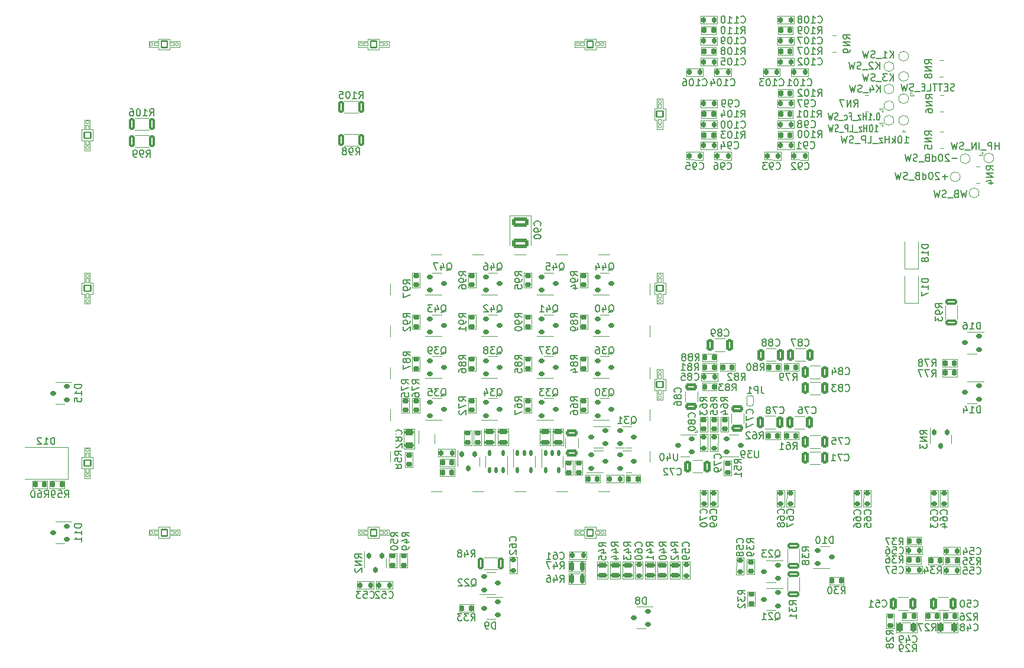
<source format=gbo>
%TF.GenerationSoftware,KiCad,Pcbnew,(6.0.11)*%
%TF.CreationDate,2023-08-11T21:29:26-04:00*%
%TF.ProjectId,1fNoiseAmplifierRev13,31664e6f-6973-4654-916d-706c69666965,rev?*%
%TF.SameCoordinates,Original*%
%TF.FileFunction,Legend,Bot*%
%TF.FilePolarity,Positive*%
%FSLAX46Y46*%
G04 Gerber Fmt 4.6, Leading zero omitted, Abs format (unit mm)*
G04 Created by KiCad (PCBNEW (6.0.11)) date 2023-08-11 21:29:26*
%MOMM*%
%LPD*%
G01*
G04 APERTURE LIST*
G04 Aperture macros list*
%AMRoundRect*
0 Rectangle with rounded corners*
0 $1 Rounding radius*
0 $2 $3 $4 $5 $6 $7 $8 $9 X,Y pos of 4 corners*
0 Add a 4 corners polygon primitive as box body*
4,1,4,$2,$3,$4,$5,$6,$7,$8,$9,$2,$3,0*
0 Add four circle primitives for the rounded corners*
1,1,$1+$1,$2,$3*
1,1,$1+$1,$4,$5*
1,1,$1+$1,$6,$7*
1,1,$1+$1,$8,$9*
0 Add four rect primitives between the rounded corners*
20,1,$1+$1,$2,$3,$4,$5,0*
20,1,$1+$1,$4,$5,$6,$7,0*
20,1,$1+$1,$6,$7,$8,$9,0*
20,1,$1+$1,$8,$9,$2,$3,0*%
%AMFreePoly0*
4,1,13,0.250000,-0.375000,0.000000,-0.375000,-0.095671,-0.355970,-0.176777,-0.301777,-0.230970,-0.220671,-0.250000,-0.125000,-0.250000,0.125000,-0.230970,0.220671,-0.176777,0.301777,-0.095671,0.355970,0.000000,0.375000,0.250000,0.375000,0.250000,-0.375000,0.250000,-0.375000,$1*%
G04 Aperture macros list end*
%ADD10C,0.120000*%
%ADD11C,0.150000*%
%ADD12R,1.000000X1.000000*%
%ADD13O,1.000000X1.000000*%
%ADD14C,0.700000*%
%ADD15C,4.400000*%
%ADD16RoundRect,0.150000X-0.150000X-0.300000X0.150000X-0.300000X0.150000X0.300000X-0.150000X0.300000X0*%
%ADD17C,2.200000*%
%ADD18C,2.840000*%
%ADD19R,4.190000X2.665000*%
%ADD20C,2.800000*%
%ADD21R,1.700000X1.700000*%
%ADD22O,1.700000X1.700000*%
%ADD23R,1.200000X0.900000*%
%ADD24RoundRect,0.150000X-0.300000X0.150000X-0.300000X-0.150000X0.300000X-0.150000X0.300000X0.150000X0*%
%ADD25RoundRect,0.137500X-0.137500X0.262500X-0.137500X-0.262500X0.137500X-0.262500X0.137500X0.262500X0*%
%ADD26RoundRect,0.217391X0.282609X0.657609X-0.282609X0.657609X-0.282609X-0.657609X0.282609X-0.657609X0*%
%ADD27R,0.500000X0.400000*%
%ADD28R,0.500000X0.300000*%
%ADD29RoundRect,0.177778X-0.697222X0.222222X-0.697222X-0.222222X0.697222X-0.222222X0.697222X0.222222X0*%
%ADD30RoundRect,0.050000X-0.200000X0.300000X-0.200000X-0.300000X0.200000X-0.300000X0.200000X0.300000X0*%
%ADD31RoundRect,0.048000X-0.202000X0.192000X-0.202000X-0.192000X0.202000X-0.192000X0.202000X0.192000X0*%
%ADD32RoundRect,0.110000X-0.490000X0.440000X-0.490000X-0.440000X0.490000X-0.440000X0.490000X0.440000X0*%
%ADD33RoundRect,0.175000X-0.175000X0.275000X-0.175000X-0.275000X0.175000X-0.275000X0.175000X0.275000X0*%
%ADD34RoundRect,0.175000X0.175000X0.275000X-0.175000X0.275000X-0.175000X-0.275000X0.175000X-0.275000X0*%
%ADD35RoundRect,0.175000X-0.275000X-0.175000X0.275000X-0.175000X0.275000X0.175000X-0.275000X0.175000X0*%
%ADD36R,0.400000X0.650000*%
%ADD37C,1.000000*%
%ADD38RoundRect,0.200000X-0.200000X-0.475000X0.200000X-0.475000X0.200000X0.475000X-0.200000X0.475000X0*%
%ADD39RoundRect,0.175000X-0.175000X-0.275000X0.175000X-0.275000X0.175000X0.275000X-0.175000X0.275000X0*%
%ADD40RoundRect,0.175000X-0.485000X0.175000X-0.485000X-0.175000X0.485000X-0.175000X0.485000X0.175000X0*%
%ADD41RoundRect,0.175000X0.275000X-0.175000X0.275000X0.175000X-0.275000X0.175000X-0.275000X-0.175000X0*%
%ADD42RoundRect,0.175000X0.485000X-0.175000X0.485000X0.175000X-0.485000X0.175000X-0.485000X-0.175000X0*%
%ADD43RoundRect,0.050000X-0.300000X-0.200000X0.300000X-0.200000X0.300000X0.200000X-0.300000X0.200000X0*%
%ADD44RoundRect,0.048000X-0.192000X-0.202000X0.192000X-0.202000X0.192000X0.202000X-0.192000X0.202000X0*%
%ADD45RoundRect,0.110000X-0.440000X-0.490000X0.440000X-0.490000X0.440000X0.490000X-0.440000X0.490000X0*%
%ADD46RoundRect,0.150000X0.150000X0.300000X-0.150000X0.300000X-0.150000X-0.300000X0.150000X-0.300000X0*%
%ADD47RoundRect,0.217391X-0.282609X-0.657609X0.282609X-0.657609X0.282609X0.657609X-0.282609X0.657609X0*%
%ADD48RoundRect,0.175000X0.275000X0.175000X-0.275000X0.175000X-0.275000X-0.175000X0.275000X-0.175000X0*%
%ADD49RoundRect,0.150000X0.300000X-0.150000X0.300000X0.150000X-0.300000X0.150000X-0.300000X-0.150000X0*%
%ADD50RoundRect,0.048000X0.192000X0.202000X-0.192000X0.202000X-0.192000X-0.202000X0.192000X-0.202000X0*%
%ADD51RoundRect,0.110000X0.440000X0.490000X-0.440000X0.490000X-0.440000X-0.490000X0.440000X-0.490000X0*%
%ADD52RoundRect,0.050000X0.300000X0.200000X-0.300000X0.200000X-0.300000X-0.200000X0.300000X-0.200000X0*%
%ADD53RoundRect,0.175000X-0.275000X0.175000X-0.275000X-0.175000X0.275000X-0.175000X0.275000X0.175000X0*%
%ADD54RoundRect,0.217391X0.657609X-0.282609X0.657609X0.282609X-0.657609X0.282609X-0.657609X-0.282609X0*%
%ADD55RoundRect,0.177778X0.697222X-0.222222X0.697222X0.222222X-0.697222X0.222222X-0.697222X-0.222222X0*%
%ADD56RoundRect,0.175000X-0.175000X-0.485000X0.175000X-0.485000X0.175000X0.485000X-0.175000X0.485000X0*%
%ADD57RoundRect,0.250000X-0.925000X0.412500X-0.925000X-0.412500X0.925000X-0.412500X0.925000X0.412500X0*%
%ADD58RoundRect,0.177778X-0.222222X-0.697222X0.222222X-0.697222X0.222222X0.697222X-0.222222X0.697222X0*%
%ADD59FreePoly0,270.000000*%
%ADD60FreePoly0,90.000000*%
%ADD61RoundRect,0.177778X0.222222X0.697222X-0.222222X0.697222X-0.222222X-0.697222X0.222222X-0.697222X0*%
%ADD62R,2.010000X2.390000*%
%ADD63RoundRect,0.217391X-0.657609X0.282609X-0.657609X-0.282609X0.657609X-0.282609X0.657609X0.282609X0*%
%ADD64RoundRect,0.200000X0.475000X-0.200000X0.475000X0.200000X-0.475000X0.200000X-0.475000X-0.200000X0*%
%ADD65RoundRect,0.137500X0.137500X-0.262500X0.137500X0.262500X-0.137500X0.262500X-0.137500X-0.262500X0*%
%ADD66R,1.000000X3.140000*%
%ADD67R,1.000000X3.800000*%
%ADD68R,3.800000X1.000000*%
%ADD69R,4.720000X1.000000*%
%ADD70RoundRect,0.175000X0.175000X0.485000X-0.175000X0.485000X-0.175000X-0.485000X0.175000X-0.485000X0*%
G04 APERTURE END LIST*
D10*
X178036206Y-75579869D02*
X177536206Y-75579869D01*
X178036206Y-75079869D02*
X178036206Y-75579869D01*
X177536206Y-75579869D02*
X178036206Y-75079869D01*
D11*
X180393348Y-74732249D02*
X180393348Y-73732249D01*
X180393348Y-74208440D02*
X179821920Y-74208440D01*
X179821920Y-74732249D02*
X179821920Y-73732249D01*
X179345729Y-74732249D02*
X179345729Y-73732249D01*
X178964777Y-73732249D01*
X178869539Y-73779869D01*
X178821920Y-73827488D01*
X178774301Y-73922726D01*
X178774301Y-74065583D01*
X178821920Y-74160821D01*
X178869539Y-74208440D01*
X178964777Y-74256059D01*
X179345729Y-74256059D01*
X178583825Y-74827488D02*
X177821920Y-74827488D01*
X177583825Y-74732249D02*
X177583825Y-73732249D01*
X177107634Y-74732249D02*
X177107634Y-73732249D01*
X176536206Y-74732249D01*
X176536206Y-73732249D01*
X176298110Y-74827488D02*
X175536206Y-74827488D01*
X175345729Y-74684630D02*
X175202872Y-74732249D01*
X174964777Y-74732249D01*
X174869539Y-74684630D01*
X174821920Y-74637011D01*
X174774301Y-74541773D01*
X174774301Y-74446535D01*
X174821920Y-74351297D01*
X174869539Y-74303678D01*
X174964777Y-74256059D01*
X175155253Y-74208440D01*
X175250491Y-74160821D01*
X175298110Y-74113202D01*
X175345729Y-74017964D01*
X175345729Y-73922726D01*
X175298110Y-73827488D01*
X175250491Y-73779869D01*
X175155253Y-73732249D01*
X174917158Y-73732249D01*
X174774301Y-73779869D01*
X174440967Y-73732249D02*
X174202872Y-74732249D01*
X174012396Y-74017964D01*
X173821920Y-74732249D01*
X173583825Y-73732249D01*
D10*
X163736206Y-70979869D02*
X163736206Y-71479869D01*
X163736206Y-71479869D02*
X163236206Y-70979869D01*
X163236206Y-70979869D02*
X163736206Y-70979869D01*
X166936206Y-72229869D02*
X166736206Y-71929869D01*
X168236206Y-67079869D02*
X167736206Y-66579869D01*
X166536206Y-72229869D02*
X166936206Y-72229869D01*
X163736206Y-69379869D02*
X163236206Y-68879869D01*
X166736206Y-71929869D02*
X166536206Y-72229869D01*
X137136206Y-114979869D02*
X137136206Y-115279869D01*
X167736206Y-67079869D02*
X168236206Y-67079869D01*
X167736206Y-66579869D02*
X167736206Y-67079869D01*
X163736206Y-68879869D02*
X163736206Y-69379869D01*
X137136206Y-115279869D02*
X136836206Y-115279869D01*
X136836206Y-115279869D02*
X137136206Y-114979869D01*
X163236206Y-68879869D02*
X163736206Y-68879869D01*
D11*
X163402872Y-66532249D02*
X163402872Y-65532249D01*
X162831444Y-66532249D02*
X163260015Y-65960821D01*
X162831444Y-65532249D02*
X163402872Y-66103678D01*
X161974301Y-65865583D02*
X161974301Y-66532249D01*
X162212396Y-65484630D02*
X162450491Y-66198916D01*
X161831444Y-66198916D01*
X161688586Y-66627488D02*
X160926682Y-66627488D01*
X160736206Y-66484630D02*
X160593348Y-66532249D01*
X160355253Y-66532249D01*
X160260015Y-66484630D01*
X160212396Y-66437011D01*
X160164777Y-66341773D01*
X160164777Y-66246535D01*
X160212396Y-66151297D01*
X160260015Y-66103678D01*
X160355253Y-66056059D01*
X160545729Y-66008440D01*
X160640967Y-65960821D01*
X160688586Y-65913202D01*
X160736206Y-65817964D01*
X160736206Y-65722726D01*
X160688586Y-65627488D01*
X160640967Y-65579869D01*
X160545729Y-65532249D01*
X160307634Y-65532249D01*
X160164777Y-65579869D01*
X159831444Y-65532249D02*
X159593348Y-66532249D01*
X159402872Y-65817964D01*
X159212396Y-66532249D01*
X158974301Y-65532249D01*
X162602872Y-72232249D02*
X163060015Y-72232249D01*
X162831444Y-72232249D02*
X162831444Y-71232249D01*
X162907634Y-71375107D01*
X162983825Y-71470345D01*
X163060015Y-71517964D01*
X162107634Y-71232249D02*
X162031444Y-71232249D01*
X161955253Y-71279869D01*
X161917158Y-71327488D01*
X161879063Y-71422726D01*
X161840967Y-71613202D01*
X161840967Y-71851297D01*
X161879063Y-72041773D01*
X161917158Y-72137011D01*
X161955253Y-72184630D01*
X162031444Y-72232249D01*
X162107634Y-72232249D01*
X162183825Y-72184630D01*
X162221920Y-72137011D01*
X162260015Y-72041773D01*
X162298110Y-71851297D01*
X162298110Y-71613202D01*
X162260015Y-71422726D01*
X162221920Y-71327488D01*
X162183825Y-71279869D01*
X162107634Y-71232249D01*
X161498110Y-72232249D02*
X161498110Y-71232249D01*
X161498110Y-71708440D02*
X161040967Y-71708440D01*
X161040967Y-72232249D02*
X161040967Y-71232249D01*
X160736206Y-71565583D02*
X160317158Y-71565583D01*
X160736206Y-72232249D01*
X160317158Y-72232249D01*
X160202872Y-72327488D02*
X159593348Y-72327488D01*
X159021920Y-72232249D02*
X159402872Y-72232249D01*
X159402872Y-71232249D01*
X158755253Y-72232249D02*
X158755253Y-71232249D01*
X158450491Y-71232249D01*
X158374301Y-71279869D01*
X158336206Y-71327488D01*
X158298110Y-71422726D01*
X158298110Y-71565583D01*
X158336206Y-71660821D01*
X158374301Y-71708440D01*
X158450491Y-71756059D01*
X158755253Y-71756059D01*
X158145729Y-72327488D02*
X157536206Y-72327488D01*
X157383825Y-72184630D02*
X157269539Y-72232249D01*
X157079063Y-72232249D01*
X157002872Y-72184630D01*
X156964777Y-72137011D01*
X156926682Y-72041773D01*
X156926682Y-71946535D01*
X156964777Y-71851297D01*
X157002872Y-71803678D01*
X157079063Y-71756059D01*
X157231444Y-71708440D01*
X157307634Y-71660821D01*
X157345729Y-71613202D01*
X157383825Y-71517964D01*
X157383825Y-71422726D01*
X157345729Y-71327488D01*
X157307634Y-71279869D01*
X157231444Y-71232249D01*
X157040967Y-71232249D01*
X156926682Y-71279869D01*
X156660015Y-71232249D02*
X156469539Y-72232249D01*
X156317158Y-71517964D01*
X156164777Y-72232249D01*
X155974301Y-71232249D01*
X175793348Y-80632249D02*
X175555253Y-81632249D01*
X175364777Y-80917964D01*
X175174301Y-81632249D01*
X174936206Y-80632249D01*
X174221920Y-81108440D02*
X174079063Y-81156059D01*
X174031444Y-81203678D01*
X173983825Y-81298916D01*
X173983825Y-81441773D01*
X174031444Y-81537011D01*
X174079063Y-81584630D01*
X174174301Y-81632249D01*
X174555253Y-81632249D01*
X174555253Y-80632249D01*
X174221920Y-80632249D01*
X174126682Y-80679869D01*
X174079063Y-80727488D01*
X174031444Y-80822726D01*
X174031444Y-80917964D01*
X174079063Y-81013202D01*
X174126682Y-81060821D01*
X174221920Y-81108440D01*
X174555253Y-81108440D01*
X173793348Y-81727488D02*
X173031444Y-81727488D01*
X172840967Y-81584630D02*
X172698110Y-81632249D01*
X172460015Y-81632249D01*
X172364777Y-81584630D01*
X172317158Y-81537011D01*
X172269539Y-81441773D01*
X172269539Y-81346535D01*
X172317158Y-81251297D01*
X172364777Y-81203678D01*
X172460015Y-81156059D01*
X172650491Y-81108440D01*
X172745729Y-81060821D01*
X172793348Y-81013202D01*
X172840967Y-80917964D01*
X172840967Y-80822726D01*
X172793348Y-80727488D01*
X172745729Y-80679869D01*
X172650491Y-80632249D01*
X172412396Y-80632249D01*
X172269539Y-80679869D01*
X171936206Y-80632249D02*
X171698110Y-81632249D01*
X171507634Y-80917964D01*
X171317158Y-81632249D01*
X171079063Y-80632249D01*
X173050491Y-78651297D02*
X172288586Y-78651297D01*
X172669539Y-79032249D02*
X172669539Y-78270345D01*
X171860015Y-78127488D02*
X171812396Y-78079869D01*
X171717158Y-78032249D01*
X171479063Y-78032249D01*
X171383825Y-78079869D01*
X171336206Y-78127488D01*
X171288586Y-78222726D01*
X171288586Y-78317964D01*
X171336206Y-78460821D01*
X171907634Y-79032249D01*
X171288586Y-79032249D01*
X170669539Y-78032249D02*
X170574301Y-78032249D01*
X170479063Y-78079869D01*
X170431444Y-78127488D01*
X170383825Y-78222726D01*
X170336206Y-78413202D01*
X170336206Y-78651297D01*
X170383825Y-78841773D01*
X170431444Y-78937011D01*
X170479063Y-78984630D01*
X170574301Y-79032249D01*
X170669539Y-79032249D01*
X170764777Y-78984630D01*
X170812396Y-78937011D01*
X170860015Y-78841773D01*
X170907634Y-78651297D01*
X170907634Y-78413202D01*
X170860015Y-78222726D01*
X170812396Y-78127488D01*
X170764777Y-78079869D01*
X170669539Y-78032249D01*
X169479063Y-79032249D02*
X169479063Y-78032249D01*
X169479063Y-78984630D02*
X169574301Y-79032249D01*
X169764777Y-79032249D01*
X169860015Y-78984630D01*
X169907634Y-78937011D01*
X169955253Y-78841773D01*
X169955253Y-78556059D01*
X169907634Y-78460821D01*
X169860015Y-78413202D01*
X169764777Y-78365583D01*
X169574301Y-78365583D01*
X169479063Y-78413202D01*
X168669539Y-78508440D02*
X168526682Y-78556059D01*
X168479063Y-78603678D01*
X168431444Y-78698916D01*
X168431444Y-78841773D01*
X168479063Y-78937011D01*
X168526682Y-78984630D01*
X168621920Y-79032249D01*
X169002872Y-79032249D01*
X169002872Y-78032249D01*
X168669539Y-78032249D01*
X168574301Y-78079869D01*
X168526682Y-78127488D01*
X168479063Y-78222726D01*
X168479063Y-78317964D01*
X168526682Y-78413202D01*
X168574301Y-78460821D01*
X168669539Y-78508440D01*
X169002872Y-78508440D01*
X168240967Y-79127488D02*
X167479063Y-79127488D01*
X167288586Y-78984630D02*
X167145729Y-79032249D01*
X166907634Y-79032249D01*
X166812396Y-78984630D01*
X166764777Y-78937011D01*
X166717158Y-78841773D01*
X166717158Y-78746535D01*
X166764777Y-78651297D01*
X166812396Y-78603678D01*
X166907634Y-78556059D01*
X167098110Y-78508440D01*
X167193348Y-78460821D01*
X167240967Y-78413202D01*
X167288586Y-78317964D01*
X167288586Y-78222726D01*
X167240967Y-78127488D01*
X167193348Y-78079869D01*
X167098110Y-78032249D01*
X166860015Y-78032249D01*
X166717158Y-78079869D01*
X166383825Y-78032249D02*
X166145729Y-79032249D01*
X165955253Y-78317964D01*
X165764777Y-79032249D01*
X165526682Y-78032249D01*
X165302872Y-61632249D02*
X165302872Y-60632249D01*
X164731444Y-61632249D02*
X165160015Y-61060821D01*
X164731444Y-60632249D02*
X165302872Y-61203678D01*
X163779063Y-61632249D02*
X164350491Y-61632249D01*
X164064777Y-61632249D02*
X164064777Y-60632249D01*
X164160015Y-60775107D01*
X164255253Y-60870345D01*
X164350491Y-60917964D01*
X163588586Y-61727488D02*
X162826682Y-61727488D01*
X162636206Y-61584630D02*
X162493348Y-61632249D01*
X162255253Y-61632249D01*
X162160015Y-61584630D01*
X162112396Y-61537011D01*
X162064777Y-61441773D01*
X162064777Y-61346535D01*
X162112396Y-61251297D01*
X162160015Y-61203678D01*
X162255253Y-61156059D01*
X162445729Y-61108440D01*
X162540967Y-61060821D01*
X162588586Y-61013202D01*
X162636206Y-60917964D01*
X162636206Y-60822726D01*
X162588586Y-60727488D01*
X162540967Y-60679869D01*
X162445729Y-60632249D01*
X162207634Y-60632249D01*
X162064777Y-60679869D01*
X161731444Y-60632249D02*
X161493348Y-61632249D01*
X161302872Y-60917964D01*
X161112396Y-61632249D01*
X160874301Y-60632249D01*
X166874301Y-73832249D02*
X167445729Y-73832249D01*
X167160015Y-73832249D02*
X167160015Y-72832249D01*
X167255253Y-72975107D01*
X167350491Y-73070345D01*
X167445729Y-73117964D01*
X166255253Y-72832249D02*
X166160015Y-72832249D01*
X166064777Y-72879869D01*
X166017158Y-72927488D01*
X165969539Y-73022726D01*
X165921920Y-73213202D01*
X165921920Y-73451297D01*
X165969539Y-73641773D01*
X166017158Y-73737011D01*
X166064777Y-73784630D01*
X166160015Y-73832249D01*
X166255253Y-73832249D01*
X166350491Y-73784630D01*
X166398110Y-73737011D01*
X166445729Y-73641773D01*
X166493348Y-73451297D01*
X166493348Y-73213202D01*
X166445729Y-73022726D01*
X166398110Y-72927488D01*
X166350491Y-72879869D01*
X166255253Y-72832249D01*
X165493348Y-73832249D02*
X165493348Y-72832249D01*
X165398110Y-73451297D02*
X165112396Y-73832249D01*
X165112396Y-73165583D02*
X165493348Y-73546535D01*
X164683825Y-73832249D02*
X164683825Y-72832249D01*
X164683825Y-73308440D02*
X164112396Y-73308440D01*
X164112396Y-73832249D02*
X164112396Y-72832249D01*
X163731444Y-73165583D02*
X163207634Y-73165583D01*
X163731444Y-73832249D01*
X163207634Y-73832249D01*
X163064777Y-73927488D02*
X162302872Y-73927488D01*
X161588586Y-73832249D02*
X162064777Y-73832249D01*
X162064777Y-72832249D01*
X161255253Y-73832249D02*
X161255253Y-72832249D01*
X160874301Y-72832249D01*
X160779063Y-72879869D01*
X160731444Y-72927488D01*
X160683825Y-73022726D01*
X160683825Y-73165583D01*
X160731444Y-73260821D01*
X160779063Y-73308440D01*
X160874301Y-73356059D01*
X161255253Y-73356059D01*
X160493348Y-73927488D02*
X159731444Y-73927488D01*
X159540967Y-73784630D02*
X159398110Y-73832249D01*
X159160015Y-73832249D01*
X159064777Y-73784630D01*
X159017158Y-73737011D01*
X158969539Y-73641773D01*
X158969539Y-73546535D01*
X159017158Y-73451297D01*
X159064777Y-73403678D01*
X159160015Y-73356059D01*
X159350491Y-73308440D01*
X159445729Y-73260821D01*
X159493348Y-73213202D01*
X159540967Y-73117964D01*
X159540967Y-73022726D01*
X159493348Y-72927488D01*
X159445729Y-72879869D01*
X159350491Y-72832249D01*
X159112396Y-72832249D01*
X158969539Y-72879869D01*
X158636206Y-72832249D02*
X158398110Y-73832249D01*
X158207634Y-73117964D01*
X158017158Y-73832249D01*
X157779063Y-72832249D01*
X174021920Y-66284630D02*
X173879063Y-66332249D01*
X173640967Y-66332249D01*
X173545729Y-66284630D01*
X173498110Y-66237011D01*
X173450491Y-66141773D01*
X173450491Y-66046535D01*
X173498110Y-65951297D01*
X173545729Y-65903678D01*
X173640967Y-65856059D01*
X173831444Y-65808440D01*
X173926682Y-65760821D01*
X173974301Y-65713202D01*
X174021920Y-65617964D01*
X174021920Y-65522726D01*
X173974301Y-65427488D01*
X173926682Y-65379869D01*
X173831444Y-65332249D01*
X173593348Y-65332249D01*
X173450491Y-65379869D01*
X173021920Y-65808440D02*
X172688586Y-65808440D01*
X172545729Y-66332249D02*
X173021920Y-66332249D01*
X173021920Y-65332249D01*
X172545729Y-65332249D01*
X172260015Y-65332249D02*
X171688586Y-65332249D01*
X171974301Y-66332249D02*
X171974301Y-65332249D01*
X171498110Y-65332249D02*
X170926682Y-65332249D01*
X171212396Y-66332249D02*
X171212396Y-65332249D01*
X170117158Y-66332249D02*
X170593348Y-66332249D01*
X170593348Y-65332249D01*
X169783825Y-65808440D02*
X169450491Y-65808440D01*
X169307634Y-66332249D02*
X169783825Y-66332249D01*
X169783825Y-65332249D01*
X169307634Y-65332249D01*
X169117158Y-66427488D02*
X168355253Y-66427488D01*
X168164777Y-66284630D02*
X168021920Y-66332249D01*
X167783825Y-66332249D01*
X167688586Y-66284630D01*
X167640967Y-66237011D01*
X167593348Y-66141773D01*
X167593348Y-66046535D01*
X167640967Y-65951297D01*
X167688586Y-65903678D01*
X167783825Y-65856059D01*
X167974301Y-65808440D01*
X168069539Y-65760821D01*
X168117158Y-65713202D01*
X168164777Y-65617964D01*
X168164777Y-65522726D01*
X168117158Y-65427488D01*
X168069539Y-65379869D01*
X167974301Y-65332249D01*
X167736206Y-65332249D01*
X167593348Y-65379869D01*
X167260015Y-65332249D02*
X167021920Y-66332249D01*
X166831444Y-65617964D01*
X166640967Y-66332249D01*
X166402872Y-65332249D01*
X165302872Y-64932249D02*
X165302872Y-63932249D01*
X164731444Y-64932249D02*
X165160015Y-64360821D01*
X164731444Y-63932249D02*
X165302872Y-64503678D01*
X164398110Y-63932249D02*
X163779063Y-63932249D01*
X164112396Y-64313202D01*
X163969539Y-64313202D01*
X163874301Y-64360821D01*
X163826682Y-64408440D01*
X163779063Y-64503678D01*
X163779063Y-64741773D01*
X163826682Y-64837011D01*
X163874301Y-64884630D01*
X163969539Y-64932249D01*
X164255253Y-64932249D01*
X164350491Y-64884630D01*
X164398110Y-64837011D01*
X163588586Y-65027488D02*
X162826682Y-65027488D01*
X162636206Y-64884630D02*
X162493348Y-64932249D01*
X162255253Y-64932249D01*
X162160015Y-64884630D01*
X162112396Y-64837011D01*
X162064777Y-64741773D01*
X162064777Y-64646535D01*
X162112396Y-64551297D01*
X162160015Y-64503678D01*
X162255253Y-64456059D01*
X162445729Y-64408440D01*
X162540967Y-64360821D01*
X162588586Y-64313202D01*
X162636206Y-64217964D01*
X162636206Y-64122726D01*
X162588586Y-64027488D01*
X162540967Y-63979869D01*
X162445729Y-63932249D01*
X162207634Y-63932249D01*
X162064777Y-63979869D01*
X161731444Y-63932249D02*
X161493348Y-64932249D01*
X161302872Y-64217964D01*
X161112396Y-64932249D01*
X160874301Y-63932249D01*
X163121920Y-69532249D02*
X163045729Y-69532249D01*
X162969539Y-69579869D01*
X162931444Y-69627488D01*
X162893348Y-69722726D01*
X162855253Y-69913202D01*
X162855253Y-70151297D01*
X162893348Y-70341773D01*
X162931444Y-70437011D01*
X162969539Y-70484630D01*
X163045729Y-70532249D01*
X163121920Y-70532249D01*
X163198110Y-70484630D01*
X163236206Y-70437011D01*
X163274301Y-70341773D01*
X163312396Y-70151297D01*
X163312396Y-69913202D01*
X163274301Y-69722726D01*
X163236206Y-69627488D01*
X163198110Y-69579869D01*
X163121920Y-69532249D01*
X162512396Y-70437011D02*
X162474301Y-70484630D01*
X162512396Y-70532249D01*
X162550491Y-70484630D01*
X162512396Y-70437011D01*
X162512396Y-70532249D01*
X161712396Y-70532249D02*
X162169539Y-70532249D01*
X161940967Y-70532249D02*
X161940967Y-69532249D01*
X162017158Y-69675107D01*
X162093348Y-69770345D01*
X162169539Y-69817964D01*
X161369539Y-70532249D02*
X161369539Y-69532249D01*
X161369539Y-70008440D02*
X160912396Y-70008440D01*
X160912396Y-70532249D02*
X160912396Y-69532249D01*
X160607634Y-69865583D02*
X160188586Y-69865583D01*
X160607634Y-70532249D01*
X160188586Y-70532249D01*
X160074301Y-70627488D02*
X159464777Y-70627488D01*
X159007634Y-70008440D02*
X159274301Y-70008440D01*
X159274301Y-70532249D02*
X159274301Y-69532249D01*
X158893348Y-69532249D01*
X158245729Y-70484630D02*
X158321920Y-70532249D01*
X158474301Y-70532249D01*
X158550491Y-70484630D01*
X158588586Y-70437011D01*
X158626682Y-70341773D01*
X158626682Y-70056059D01*
X158588586Y-69960821D01*
X158550491Y-69913202D01*
X158474301Y-69865583D01*
X158321920Y-69865583D01*
X158245729Y-69913202D01*
X158093348Y-70627488D02*
X157483825Y-70627488D01*
X157331444Y-70484630D02*
X157217158Y-70532249D01*
X157026682Y-70532249D01*
X156950491Y-70484630D01*
X156912396Y-70437011D01*
X156874301Y-70341773D01*
X156874301Y-70246535D01*
X156912396Y-70151297D01*
X156950491Y-70103678D01*
X157026682Y-70056059D01*
X157179063Y-70008440D01*
X157255253Y-69960821D01*
X157293348Y-69913202D01*
X157331444Y-69817964D01*
X157331444Y-69722726D01*
X157293348Y-69627488D01*
X157255253Y-69579869D01*
X157179063Y-69532249D01*
X156988586Y-69532249D01*
X156874301Y-69579869D01*
X156607634Y-69532249D02*
X156417158Y-70532249D01*
X156264777Y-69817964D01*
X156112396Y-70532249D01*
X155921920Y-69532249D01*
X174450491Y-76051297D02*
X173688586Y-76051297D01*
X173260015Y-75527488D02*
X173212396Y-75479869D01*
X173117158Y-75432249D01*
X172879063Y-75432249D01*
X172783825Y-75479869D01*
X172736206Y-75527488D01*
X172688586Y-75622726D01*
X172688586Y-75717964D01*
X172736206Y-75860821D01*
X173307634Y-76432249D01*
X172688586Y-76432249D01*
X172069539Y-75432249D02*
X171974301Y-75432249D01*
X171879063Y-75479869D01*
X171831444Y-75527488D01*
X171783825Y-75622726D01*
X171736206Y-75813202D01*
X171736206Y-76051297D01*
X171783825Y-76241773D01*
X171831444Y-76337011D01*
X171879063Y-76384630D01*
X171974301Y-76432249D01*
X172069539Y-76432249D01*
X172164777Y-76384630D01*
X172212396Y-76337011D01*
X172260015Y-76241773D01*
X172307634Y-76051297D01*
X172307634Y-75813202D01*
X172260015Y-75622726D01*
X172212396Y-75527488D01*
X172164777Y-75479869D01*
X172069539Y-75432249D01*
X170879063Y-76432249D02*
X170879063Y-75432249D01*
X170879063Y-76384630D02*
X170974301Y-76432249D01*
X171164777Y-76432249D01*
X171260015Y-76384630D01*
X171307634Y-76337011D01*
X171355253Y-76241773D01*
X171355253Y-75956059D01*
X171307634Y-75860821D01*
X171260015Y-75813202D01*
X171164777Y-75765583D01*
X170974301Y-75765583D01*
X170879063Y-75813202D01*
X170069539Y-75908440D02*
X169926682Y-75956059D01*
X169879063Y-76003678D01*
X169831444Y-76098916D01*
X169831444Y-76241773D01*
X169879063Y-76337011D01*
X169926682Y-76384630D01*
X170021920Y-76432249D01*
X170402872Y-76432249D01*
X170402872Y-75432249D01*
X170069539Y-75432249D01*
X169974301Y-75479869D01*
X169926682Y-75527488D01*
X169879063Y-75622726D01*
X169879063Y-75717964D01*
X169926682Y-75813202D01*
X169974301Y-75860821D01*
X170069539Y-75908440D01*
X170402872Y-75908440D01*
X169640967Y-76527488D02*
X168879063Y-76527488D01*
X168688586Y-76384630D02*
X168545729Y-76432249D01*
X168307634Y-76432249D01*
X168212396Y-76384630D01*
X168164777Y-76337011D01*
X168117158Y-76241773D01*
X168117158Y-76146535D01*
X168164777Y-76051297D01*
X168212396Y-76003678D01*
X168307634Y-75956059D01*
X168498110Y-75908440D01*
X168593348Y-75860821D01*
X168640967Y-75813202D01*
X168688586Y-75717964D01*
X168688586Y-75622726D01*
X168640967Y-75527488D01*
X168593348Y-75479869D01*
X168498110Y-75432249D01*
X168260015Y-75432249D01*
X168117158Y-75479869D01*
X167783825Y-75432249D02*
X167545729Y-76432249D01*
X167355253Y-75717964D01*
X167164777Y-76432249D01*
X166926682Y-75432249D01*
X163302872Y-63232249D02*
X163302872Y-62232249D01*
X162731444Y-63232249D02*
X163160015Y-62660821D01*
X162731444Y-62232249D02*
X163302872Y-62803678D01*
X162350491Y-62327488D02*
X162302872Y-62279869D01*
X162207634Y-62232249D01*
X161969539Y-62232249D01*
X161874301Y-62279869D01*
X161826682Y-62327488D01*
X161779063Y-62422726D01*
X161779063Y-62517964D01*
X161826682Y-62660821D01*
X162398110Y-63232249D01*
X161779063Y-63232249D01*
X161588586Y-63327488D02*
X160826682Y-63327488D01*
X160636206Y-63184630D02*
X160493348Y-63232249D01*
X160255253Y-63232249D01*
X160160015Y-63184630D01*
X160112396Y-63137011D01*
X160064777Y-63041773D01*
X160064777Y-62946535D01*
X160112396Y-62851297D01*
X160160015Y-62803678D01*
X160255253Y-62756059D01*
X160445729Y-62708440D01*
X160540967Y-62660821D01*
X160588586Y-62613202D01*
X160636206Y-62517964D01*
X160636206Y-62422726D01*
X160588586Y-62327488D01*
X160540967Y-62279869D01*
X160445729Y-62232249D01*
X160207634Y-62232249D01*
X160064777Y-62279869D01*
X159731444Y-62232249D02*
X159493348Y-63232249D01*
X159302872Y-62517964D01*
X159112396Y-63232249D01*
X158874301Y-62232249D01*
%TO.C,R77*%
X170779063Y-107332249D02*
X171112396Y-106856059D01*
X171350491Y-107332249D02*
X171350491Y-106332249D01*
X170969539Y-106332249D01*
X170874301Y-106379869D01*
X170826682Y-106427488D01*
X170779063Y-106522726D01*
X170779063Y-106665583D01*
X170826682Y-106760821D01*
X170874301Y-106808440D01*
X170969539Y-106856059D01*
X171350491Y-106856059D01*
X170445729Y-106332249D02*
X169779063Y-106332249D01*
X170207634Y-107332249D01*
X169493348Y-106332249D02*
X168826682Y-106332249D01*
X169255253Y-107332249D01*
%TO.C,R78*%
X170779063Y-105832249D02*
X171112396Y-105356059D01*
X171350491Y-105832249D02*
X171350491Y-104832249D01*
X170969539Y-104832249D01*
X170874301Y-104879869D01*
X170826682Y-104927488D01*
X170779063Y-105022726D01*
X170779063Y-105165583D01*
X170826682Y-105260821D01*
X170874301Y-105308440D01*
X170969539Y-105356059D01*
X171350491Y-105356059D01*
X170445729Y-104832249D02*
X169779063Y-104832249D01*
X170207634Y-105832249D01*
X169255253Y-105260821D02*
X169350491Y-105213202D01*
X169398110Y-105165583D01*
X169445729Y-105070345D01*
X169445729Y-105022726D01*
X169398110Y-104927488D01*
X169350491Y-104879869D01*
X169255253Y-104832249D01*
X169064777Y-104832249D01*
X168969539Y-104879869D01*
X168921920Y-104927488D01*
X168874301Y-105022726D01*
X168874301Y-105070345D01*
X168921920Y-105165583D01*
X168969539Y-105213202D01*
X169064777Y-105260821D01*
X169255253Y-105260821D01*
X169350491Y-105308440D01*
X169398110Y-105356059D01*
X169445729Y-105451297D01*
X169445729Y-105641773D01*
X169398110Y-105737011D01*
X169350491Y-105784630D01*
X169255253Y-105832249D01*
X169064777Y-105832249D01*
X168969539Y-105784630D01*
X168921920Y-105737011D01*
X168874301Y-105641773D01*
X168874301Y-105451297D01*
X168921920Y-105356059D01*
X168969539Y-105308440D01*
X169064777Y-105260821D01*
%TO.C,D18*%
X170288586Y-88365583D02*
X169288586Y-88365583D01*
X169288586Y-88603678D01*
X169336206Y-88746535D01*
X169431444Y-88841773D01*
X169526682Y-88889392D01*
X169717158Y-88937011D01*
X169860015Y-88937011D01*
X170050491Y-88889392D01*
X170145729Y-88841773D01*
X170240967Y-88746535D01*
X170288586Y-88603678D01*
X170288586Y-88365583D01*
X170288586Y-89889392D02*
X170288586Y-89317964D01*
X170288586Y-89603678D02*
X169288586Y-89603678D01*
X169431444Y-89508440D01*
X169526682Y-89413202D01*
X169574301Y-89317964D01*
X169717158Y-90460821D02*
X169669539Y-90365583D01*
X169621920Y-90317964D01*
X169526682Y-90270345D01*
X169479063Y-90270345D01*
X169383825Y-90317964D01*
X169336206Y-90365583D01*
X169288586Y-90460821D01*
X169288586Y-90651297D01*
X169336206Y-90746535D01*
X169383825Y-90794154D01*
X169479063Y-90841773D01*
X169526682Y-90841773D01*
X169621920Y-90794154D01*
X169669539Y-90746535D01*
X169717158Y-90651297D01*
X169717158Y-90460821D01*
X169764777Y-90365583D01*
X169812396Y-90317964D01*
X169907634Y-90270345D01*
X170098110Y-90270345D01*
X170193348Y-90317964D01*
X170240967Y-90365583D01*
X170288586Y-90460821D01*
X170288586Y-90651297D01*
X170240967Y-90746535D01*
X170193348Y-90794154D01*
X170098110Y-90841773D01*
X169907634Y-90841773D01*
X169812396Y-90794154D01*
X169764777Y-90746535D01*
X169717158Y-90651297D01*
%TO.C,D17*%
X170288586Y-93265583D02*
X169288586Y-93265583D01*
X169288586Y-93503678D01*
X169336206Y-93646535D01*
X169431444Y-93741773D01*
X169526682Y-93789392D01*
X169717158Y-93837011D01*
X169860015Y-93837011D01*
X170050491Y-93789392D01*
X170145729Y-93741773D01*
X170240967Y-93646535D01*
X170288586Y-93503678D01*
X170288586Y-93265583D01*
X170288586Y-94789392D02*
X170288586Y-94217964D01*
X170288586Y-94503678D02*
X169288586Y-94503678D01*
X169431444Y-94408440D01*
X169526682Y-94313202D01*
X169574301Y-94217964D01*
X169288586Y-95122726D02*
X169288586Y-95789392D01*
X170288586Y-95360821D01*
%TO.C,R97*%
X96062522Y-94037011D02*
X95586332Y-93703678D01*
X96062522Y-93465583D02*
X95062522Y-93465583D01*
X95062522Y-93846535D01*
X95110142Y-93941773D01*
X95157761Y-93989392D01*
X95252999Y-94037011D01*
X95395856Y-94037011D01*
X95491094Y-93989392D01*
X95538713Y-93941773D01*
X95586332Y-93846535D01*
X95586332Y-93465583D01*
X96062522Y-94513202D02*
X96062522Y-94703678D01*
X96014903Y-94798916D01*
X95967284Y-94846535D01*
X95824427Y-94941773D01*
X95633951Y-94989392D01*
X95252999Y-94989392D01*
X95157761Y-94941773D01*
X95110142Y-94894154D01*
X95062522Y-94798916D01*
X95062522Y-94608440D01*
X95110142Y-94513202D01*
X95157761Y-94465583D01*
X95252999Y-94417964D01*
X95491094Y-94417964D01*
X95586332Y-94465583D01*
X95633951Y-94513202D01*
X95681570Y-94608440D01*
X95681570Y-94798916D01*
X95633951Y-94894154D01*
X95586332Y-94941773D01*
X95491094Y-94989392D01*
X95062522Y-95322726D02*
X95062522Y-95989392D01*
X96062522Y-95560821D01*
%TO.C,R72*%
X104062522Y-110837011D02*
X103586332Y-110503678D01*
X104062522Y-110265583D02*
X103062522Y-110265583D01*
X103062522Y-110646535D01*
X103110142Y-110741773D01*
X103157761Y-110789392D01*
X103252999Y-110837011D01*
X103395856Y-110837011D01*
X103491094Y-110789392D01*
X103538713Y-110741773D01*
X103586332Y-110646535D01*
X103586332Y-110265583D01*
X103062522Y-111170345D02*
X103062522Y-111837011D01*
X104062522Y-111408440D01*
X103157761Y-112170345D02*
X103110142Y-112217964D01*
X103062522Y-112313202D01*
X103062522Y-112551297D01*
X103110142Y-112646535D01*
X103157761Y-112694154D01*
X103252999Y-112741773D01*
X103348237Y-112741773D01*
X103491094Y-112694154D01*
X104062522Y-112122726D01*
X104062522Y-112741773D01*
%TO.C,C72*%
X134279063Y-121337011D02*
X134326682Y-121384630D01*
X134469539Y-121432249D01*
X134564777Y-121432249D01*
X134707634Y-121384630D01*
X134802872Y-121289392D01*
X134850491Y-121194154D01*
X134898110Y-121003678D01*
X134898110Y-120860821D01*
X134850491Y-120670345D01*
X134802872Y-120575107D01*
X134707634Y-120479869D01*
X134564777Y-120432249D01*
X134469539Y-120432249D01*
X134326682Y-120479869D01*
X134279063Y-120527488D01*
X133945729Y-120432249D02*
X133279063Y-120432249D01*
X133707634Y-121432249D01*
X132945729Y-120527488D02*
X132898110Y-120479869D01*
X132802872Y-120432249D01*
X132564777Y-120432249D01*
X132469539Y-120479869D01*
X132421920Y-120527488D01*
X132374301Y-120622726D01*
X132374301Y-120717964D01*
X132421920Y-120860821D01*
X132993348Y-121432249D01*
X132374301Y-121432249D01*
%TO.C,RN4*%
X179588586Y-77689392D02*
X179112396Y-77356059D01*
X179588586Y-77117964D02*
X178588586Y-77117964D01*
X178588586Y-77498916D01*
X178636206Y-77594154D01*
X178683825Y-77641773D01*
X178779063Y-77689392D01*
X178921920Y-77689392D01*
X179017158Y-77641773D01*
X179064777Y-77594154D01*
X179112396Y-77498916D01*
X179112396Y-77117964D01*
X179588586Y-78117964D02*
X178588586Y-78117964D01*
X179588586Y-78689392D01*
X178588586Y-78689392D01*
X178921920Y-79594154D02*
X179588586Y-79594154D01*
X178540967Y-79356059D02*
X179255253Y-79117964D01*
X179255253Y-79737011D01*
%TO.C,R93*%
X172288586Y-97437011D02*
X171812396Y-97103678D01*
X172288586Y-96865583D02*
X171288586Y-96865583D01*
X171288586Y-97246535D01*
X171336206Y-97341773D01*
X171383825Y-97389392D01*
X171479063Y-97437011D01*
X171621920Y-97437011D01*
X171717158Y-97389392D01*
X171764777Y-97341773D01*
X171812396Y-97246535D01*
X171812396Y-96865583D01*
X172288586Y-97913202D02*
X172288586Y-98103678D01*
X172240967Y-98198916D01*
X172193348Y-98246535D01*
X172050491Y-98341773D01*
X171860015Y-98389392D01*
X171479063Y-98389392D01*
X171383825Y-98341773D01*
X171336206Y-98294154D01*
X171288586Y-98198916D01*
X171288586Y-98008440D01*
X171336206Y-97913202D01*
X171383825Y-97865583D01*
X171479063Y-97817964D01*
X171717158Y-97817964D01*
X171812396Y-97865583D01*
X171860015Y-97913202D01*
X171907634Y-98008440D01*
X171907634Y-98198916D01*
X171860015Y-98294154D01*
X171812396Y-98341773D01*
X171717158Y-98389392D01*
X171288586Y-98722726D02*
X171288586Y-99341773D01*
X171669539Y-99008440D01*
X171669539Y-99151297D01*
X171717158Y-99246535D01*
X171764777Y-99294154D01*
X171860015Y-99341773D01*
X172098110Y-99341773D01*
X172193348Y-99294154D01*
X172240967Y-99246535D01*
X172288586Y-99151297D01*
X172288586Y-98865583D01*
X172240967Y-98770345D01*
X172193348Y-98722726D01*
%TO.C,R85*%
X112062522Y-104837011D02*
X111586332Y-104503678D01*
X112062522Y-104265583D02*
X111062522Y-104265583D01*
X111062522Y-104646535D01*
X111110142Y-104741773D01*
X111157761Y-104789392D01*
X111252999Y-104837011D01*
X111395856Y-104837011D01*
X111491094Y-104789392D01*
X111538713Y-104741773D01*
X111586332Y-104646535D01*
X111586332Y-104265583D01*
X111491094Y-105408440D02*
X111443475Y-105313202D01*
X111395856Y-105265583D01*
X111300618Y-105217964D01*
X111252999Y-105217964D01*
X111157761Y-105265583D01*
X111110142Y-105313202D01*
X111062522Y-105408440D01*
X111062522Y-105598916D01*
X111110142Y-105694154D01*
X111157761Y-105741773D01*
X111252999Y-105789392D01*
X111300618Y-105789392D01*
X111395856Y-105741773D01*
X111443475Y-105694154D01*
X111491094Y-105598916D01*
X111491094Y-105408440D01*
X111538713Y-105313202D01*
X111586332Y-105265583D01*
X111681570Y-105217964D01*
X111872046Y-105217964D01*
X111967284Y-105265583D01*
X112014903Y-105313202D01*
X112062522Y-105408440D01*
X112062522Y-105598916D01*
X112014903Y-105694154D01*
X111967284Y-105741773D01*
X111872046Y-105789392D01*
X111681570Y-105789392D01*
X111586332Y-105741773D01*
X111538713Y-105694154D01*
X111491094Y-105598916D01*
X111062522Y-106694154D02*
X111062522Y-106217964D01*
X111538713Y-106170345D01*
X111491094Y-106217964D01*
X111443475Y-106313202D01*
X111443475Y-106551297D01*
X111491094Y-106646535D01*
X111538713Y-106694154D01*
X111633951Y-106741773D01*
X111872046Y-106741773D01*
X111967284Y-106694154D01*
X112014903Y-106646535D01*
X112062522Y-106551297D01*
X112062522Y-106313202D01*
X112014903Y-106217964D01*
X111967284Y-106170345D01*
%TO.C,R80*%
X146179063Y-106432249D02*
X146512396Y-105956059D01*
X146750491Y-106432249D02*
X146750491Y-105432249D01*
X146369539Y-105432249D01*
X146274301Y-105479869D01*
X146226682Y-105527488D01*
X146179063Y-105622726D01*
X146179063Y-105765583D01*
X146226682Y-105860821D01*
X146274301Y-105908440D01*
X146369539Y-105956059D01*
X146750491Y-105956059D01*
X145607634Y-105860821D02*
X145702872Y-105813202D01*
X145750491Y-105765583D01*
X145798110Y-105670345D01*
X145798110Y-105622726D01*
X145750491Y-105527488D01*
X145702872Y-105479869D01*
X145607634Y-105432249D01*
X145417158Y-105432249D01*
X145321920Y-105479869D01*
X145274301Y-105527488D01*
X145226682Y-105622726D01*
X145226682Y-105670345D01*
X145274301Y-105765583D01*
X145321920Y-105813202D01*
X145417158Y-105860821D01*
X145607634Y-105860821D01*
X145702872Y-105908440D01*
X145750491Y-105956059D01*
X145798110Y-106051297D01*
X145798110Y-106241773D01*
X145750491Y-106337011D01*
X145702872Y-106384630D01*
X145607634Y-106432249D01*
X145417158Y-106432249D01*
X145321920Y-106384630D01*
X145274301Y-106337011D01*
X145226682Y-106241773D01*
X145226682Y-106051297D01*
X145274301Y-105956059D01*
X145321920Y-105908440D01*
X145417158Y-105860821D01*
X144607634Y-105432249D02*
X144512396Y-105432249D01*
X144417158Y-105479869D01*
X144369539Y-105527488D01*
X144321920Y-105622726D01*
X144274301Y-105813202D01*
X144274301Y-106051297D01*
X144321920Y-106241773D01*
X144369539Y-106337011D01*
X144417158Y-106384630D01*
X144512396Y-106432249D01*
X144607634Y-106432249D01*
X144702872Y-106384630D01*
X144750491Y-106337011D01*
X144798110Y-106241773D01*
X144845729Y-106051297D01*
X144845729Y-105813202D01*
X144798110Y-105622726D01*
X144750491Y-105527488D01*
X144702872Y-105479869D01*
X144607634Y-105432249D01*
%TO.C,C96*%
X141479063Y-77537011D02*
X141526682Y-77584630D01*
X141669539Y-77632249D01*
X141764777Y-77632249D01*
X141907634Y-77584630D01*
X142002872Y-77489392D01*
X142050491Y-77394154D01*
X142098110Y-77203678D01*
X142098110Y-77060821D01*
X142050491Y-76870345D01*
X142002872Y-76775107D01*
X141907634Y-76679869D01*
X141764777Y-76632249D01*
X141669539Y-76632249D01*
X141526682Y-76679869D01*
X141479063Y-76727488D01*
X141002872Y-77632249D02*
X140812396Y-77632249D01*
X140717158Y-77584630D01*
X140669539Y-77537011D01*
X140574301Y-77394154D01*
X140526682Y-77203678D01*
X140526682Y-76822726D01*
X140574301Y-76727488D01*
X140621920Y-76679869D01*
X140717158Y-76632249D01*
X140907634Y-76632249D01*
X141002872Y-76679869D01*
X141050491Y-76727488D01*
X141098110Y-76822726D01*
X141098110Y-77060821D01*
X141050491Y-77156059D01*
X141002872Y-77203678D01*
X140907634Y-77251297D01*
X140717158Y-77251297D01*
X140621920Y-77203678D01*
X140574301Y-77156059D01*
X140526682Y-77060821D01*
X139669539Y-76632249D02*
X139860015Y-76632249D01*
X139955253Y-76679869D01*
X140002872Y-76727488D01*
X140098110Y-76870345D01*
X140145729Y-77060821D01*
X140145729Y-77441773D01*
X140098110Y-77537011D01*
X140050491Y-77584630D01*
X139955253Y-77632249D01*
X139764777Y-77632249D01*
X139669539Y-77584630D01*
X139621920Y-77537011D01*
X139574301Y-77441773D01*
X139574301Y-77203678D01*
X139621920Y-77108440D01*
X139669539Y-77060821D01*
X139764777Y-77013202D01*
X139955253Y-77013202D01*
X140050491Y-77060821D01*
X140098110Y-77108440D01*
X140145729Y-77203678D01*
%TO.C,Q45*%
X117387636Y-92127488D02*
X117482874Y-92079869D01*
X117578112Y-91984630D01*
X117720969Y-91841773D01*
X117816208Y-91794154D01*
X117911446Y-91794154D01*
X117863827Y-92032249D02*
X117959065Y-91984630D01*
X118054303Y-91889392D01*
X118101922Y-91698916D01*
X118101922Y-91365583D01*
X118054303Y-91175107D01*
X117959065Y-91079869D01*
X117863827Y-91032249D01*
X117673350Y-91032249D01*
X117578112Y-91079869D01*
X117482874Y-91175107D01*
X117435255Y-91365583D01*
X117435255Y-91698916D01*
X117482874Y-91889392D01*
X117578112Y-91984630D01*
X117673350Y-92032249D01*
X117863827Y-92032249D01*
X116578112Y-91365583D02*
X116578112Y-92032249D01*
X116816208Y-90984630D02*
X117054303Y-91698916D01*
X116435255Y-91698916D01*
X115578112Y-91032249D02*
X116054303Y-91032249D01*
X116101922Y-91508440D01*
X116054303Y-91460821D01*
X115959065Y-91413202D01*
X115720969Y-91413202D01*
X115625731Y-91460821D01*
X115578112Y-91508440D01*
X115530493Y-91603678D01*
X115530493Y-91841773D01*
X115578112Y-91937011D01*
X115625731Y-91984630D01*
X115720969Y-92032249D01*
X115959065Y-92032249D01*
X116054303Y-91984630D01*
X116101922Y-91937011D01*
%TO.C,C91*%
X153379063Y-74537011D02*
X153426682Y-74584630D01*
X153569539Y-74632249D01*
X153664777Y-74632249D01*
X153807634Y-74584630D01*
X153902872Y-74489392D01*
X153950491Y-74394154D01*
X153998110Y-74203678D01*
X153998110Y-74060821D01*
X153950491Y-73870345D01*
X153902872Y-73775107D01*
X153807634Y-73679869D01*
X153664777Y-73632249D01*
X153569539Y-73632249D01*
X153426682Y-73679869D01*
X153379063Y-73727488D01*
X152902872Y-74632249D02*
X152712396Y-74632249D01*
X152617158Y-74584630D01*
X152569539Y-74537011D01*
X152474301Y-74394154D01*
X152426682Y-74203678D01*
X152426682Y-73822726D01*
X152474301Y-73727488D01*
X152521920Y-73679869D01*
X152617158Y-73632249D01*
X152807634Y-73632249D01*
X152902872Y-73679869D01*
X152950491Y-73727488D01*
X152998110Y-73822726D01*
X152998110Y-74060821D01*
X152950491Y-74156059D01*
X152902872Y-74203678D01*
X152807634Y-74251297D01*
X152617158Y-74251297D01*
X152521920Y-74203678D01*
X152474301Y-74156059D01*
X152426682Y-74060821D01*
X151474301Y-74632249D02*
X152045729Y-74632249D01*
X151760015Y-74632249D02*
X151760015Y-73632249D01*
X151855253Y-73775107D01*
X151950491Y-73870345D01*
X152045729Y-73917964D01*
%TO.C,C71*%
X158279063Y-119312011D02*
X158326682Y-119359630D01*
X158469539Y-119407249D01*
X158564777Y-119407249D01*
X158707634Y-119359630D01*
X158802872Y-119264392D01*
X158850491Y-119169154D01*
X158898110Y-118978678D01*
X158898110Y-118835821D01*
X158850491Y-118645345D01*
X158802872Y-118550107D01*
X158707634Y-118454869D01*
X158564777Y-118407249D01*
X158469539Y-118407249D01*
X158326682Y-118454869D01*
X158279063Y-118502488D01*
X157945729Y-118407249D02*
X157279063Y-118407249D01*
X157707634Y-119407249D01*
X156374301Y-119407249D02*
X156945729Y-119407249D01*
X156660015Y-119407249D02*
X156660015Y-118407249D01*
X156755253Y-118550107D01*
X156850491Y-118645345D01*
X156945729Y-118692964D01*
%TO.C,C49*%
X168004063Y-145337011D02*
X168051682Y-145384630D01*
X168194539Y-145432249D01*
X168289777Y-145432249D01*
X168432634Y-145384630D01*
X168527872Y-145289392D01*
X168575491Y-145194154D01*
X168623110Y-145003678D01*
X168623110Y-144860821D01*
X168575491Y-144670345D01*
X168527872Y-144575107D01*
X168432634Y-144479869D01*
X168289777Y-144432249D01*
X168194539Y-144432249D01*
X168051682Y-144479869D01*
X168004063Y-144527488D01*
X167146920Y-144765583D02*
X167146920Y-145432249D01*
X167385015Y-144384630D02*
X167623110Y-145098916D01*
X167004063Y-145098916D01*
X166575491Y-145432249D02*
X166385015Y-145432249D01*
X166289777Y-145384630D01*
X166242158Y-145337011D01*
X166146920Y-145194154D01*
X166099301Y-145003678D01*
X166099301Y-144622726D01*
X166146920Y-144527488D01*
X166194539Y-144479869D01*
X166289777Y-144432249D01*
X166480253Y-144432249D01*
X166575491Y-144479869D01*
X166623110Y-144527488D01*
X166670729Y-144622726D01*
X166670729Y-144860821D01*
X166623110Y-144956059D01*
X166575491Y-145003678D01*
X166480253Y-145051297D01*
X166289777Y-145051297D01*
X166194539Y-145003678D01*
X166146920Y-144956059D01*
X166099301Y-144860821D01*
%TO.C,RN8*%
X170788586Y-62489392D02*
X170312396Y-62156059D01*
X170788586Y-61917964D02*
X169788586Y-61917964D01*
X169788586Y-62298916D01*
X169836206Y-62394154D01*
X169883825Y-62441773D01*
X169979063Y-62489392D01*
X170121920Y-62489392D01*
X170217158Y-62441773D01*
X170264777Y-62394154D01*
X170312396Y-62298916D01*
X170312396Y-61917964D01*
X170788586Y-62917964D02*
X169788586Y-62917964D01*
X170788586Y-63489392D01*
X169788586Y-63489392D01*
X170217158Y-64108440D02*
X170169539Y-64013202D01*
X170121920Y-63965583D01*
X170026682Y-63917964D01*
X169979063Y-63917964D01*
X169883825Y-63965583D01*
X169836206Y-64013202D01*
X169788586Y-64108440D01*
X169788586Y-64298916D01*
X169836206Y-64394154D01*
X169883825Y-64441773D01*
X169979063Y-64489392D01*
X170026682Y-64489392D01*
X170121920Y-64441773D01*
X170169539Y-64394154D01*
X170217158Y-64298916D01*
X170217158Y-64108440D01*
X170264777Y-64013202D01*
X170312396Y-63965583D01*
X170407634Y-63917964D01*
X170598110Y-63917964D01*
X170693348Y-63965583D01*
X170740967Y-64013202D01*
X170788586Y-64108440D01*
X170788586Y-64298916D01*
X170740967Y-64394154D01*
X170693348Y-64441773D01*
X170598110Y-64489392D01*
X170407634Y-64489392D01*
X170312396Y-64441773D01*
X170264777Y-64394154D01*
X170217158Y-64298916D01*
%TO.C,R66*%
X120062522Y-110837011D02*
X119586332Y-110503678D01*
X120062522Y-110265583D02*
X119062522Y-110265583D01*
X119062522Y-110646535D01*
X119110142Y-110741773D01*
X119157761Y-110789392D01*
X119252999Y-110837011D01*
X119395856Y-110837011D01*
X119491094Y-110789392D01*
X119538713Y-110741773D01*
X119586332Y-110646535D01*
X119586332Y-110265583D01*
X119062522Y-111694154D02*
X119062522Y-111503678D01*
X119110142Y-111408440D01*
X119157761Y-111360821D01*
X119300618Y-111265583D01*
X119491094Y-111217964D01*
X119872046Y-111217964D01*
X119967284Y-111265583D01*
X120014903Y-111313202D01*
X120062522Y-111408440D01*
X120062522Y-111598916D01*
X120014903Y-111694154D01*
X119967284Y-111741773D01*
X119872046Y-111789392D01*
X119633951Y-111789392D01*
X119538713Y-111741773D01*
X119491094Y-111694154D01*
X119443475Y-111598916D01*
X119443475Y-111408440D01*
X119491094Y-111313202D01*
X119538713Y-111265583D01*
X119633951Y-111217964D01*
X119062522Y-112646535D02*
X119062522Y-112456059D01*
X119110142Y-112360821D01*
X119157761Y-112313202D01*
X119300618Y-112217964D01*
X119491094Y-112170345D01*
X119872046Y-112170345D01*
X119967284Y-112217964D01*
X120014903Y-112265583D01*
X120062522Y-112360821D01*
X120062522Y-112551297D01*
X120014903Y-112646535D01*
X119967284Y-112694154D01*
X119872046Y-112741773D01*
X119633951Y-112741773D01*
X119538713Y-112694154D01*
X119491094Y-112646535D01*
X119443475Y-112551297D01*
X119443475Y-112360821D01*
X119491094Y-112265583D01*
X119538713Y-112217964D01*
X119633951Y-112170345D01*
%TO.C,C107*%
X154455253Y-59537011D02*
X154502872Y-59584630D01*
X154645729Y-59632249D01*
X154740967Y-59632249D01*
X154883825Y-59584630D01*
X154979063Y-59489392D01*
X155026682Y-59394154D01*
X155074301Y-59203678D01*
X155074301Y-59060821D01*
X155026682Y-58870345D01*
X154979063Y-58775107D01*
X154883825Y-58679869D01*
X154740967Y-58632249D01*
X154645729Y-58632249D01*
X154502872Y-58679869D01*
X154455253Y-58727488D01*
X153502872Y-59632249D02*
X154074301Y-59632249D01*
X153788586Y-59632249D02*
X153788586Y-58632249D01*
X153883825Y-58775107D01*
X153979063Y-58870345D01*
X154074301Y-58917964D01*
X152883825Y-58632249D02*
X152788586Y-58632249D01*
X152693348Y-58679869D01*
X152645729Y-58727488D01*
X152598110Y-58822726D01*
X152550491Y-59013202D01*
X152550491Y-59251297D01*
X152598110Y-59441773D01*
X152645729Y-59537011D01*
X152693348Y-59584630D01*
X152788586Y-59632249D01*
X152883825Y-59632249D01*
X152979063Y-59584630D01*
X153026682Y-59537011D01*
X153074301Y-59441773D01*
X153121920Y-59251297D01*
X153121920Y-59013202D01*
X153074301Y-58822726D01*
X153026682Y-58727488D01*
X152979063Y-58679869D01*
X152883825Y-58632249D01*
X152217158Y-58632249D02*
X151550491Y-58632249D01*
X151979063Y-59632249D01*
%TO.C,R67*%
X112062522Y-110837011D02*
X111586332Y-110503678D01*
X112062522Y-110265583D02*
X111062522Y-110265583D01*
X111062522Y-110646535D01*
X111110142Y-110741773D01*
X111157761Y-110789392D01*
X111252999Y-110837011D01*
X111395856Y-110837011D01*
X111491094Y-110789392D01*
X111538713Y-110741773D01*
X111586332Y-110646535D01*
X111586332Y-110265583D01*
X111062522Y-111694154D02*
X111062522Y-111503678D01*
X111110142Y-111408440D01*
X111157761Y-111360821D01*
X111300618Y-111265583D01*
X111491094Y-111217964D01*
X111872046Y-111217964D01*
X111967284Y-111265583D01*
X112014903Y-111313202D01*
X112062522Y-111408440D01*
X112062522Y-111598916D01*
X112014903Y-111694154D01*
X111967284Y-111741773D01*
X111872046Y-111789392D01*
X111633951Y-111789392D01*
X111538713Y-111741773D01*
X111491094Y-111694154D01*
X111443475Y-111598916D01*
X111443475Y-111408440D01*
X111491094Y-111313202D01*
X111538713Y-111265583D01*
X111633951Y-111217964D01*
X111062522Y-112122726D02*
X111062522Y-112789392D01*
X112062522Y-112360821D01*
%TO.C,Q37*%
X116481570Y-104127488D02*
X116576808Y-104079869D01*
X116672046Y-103984630D01*
X116814903Y-103841773D01*
X116910142Y-103794154D01*
X117005380Y-103794154D01*
X116957761Y-104032249D02*
X117052999Y-103984630D01*
X117148237Y-103889392D01*
X117195856Y-103698916D01*
X117195856Y-103365583D01*
X117148237Y-103175107D01*
X117052999Y-103079869D01*
X116957761Y-103032249D01*
X116767284Y-103032249D01*
X116672046Y-103079869D01*
X116576808Y-103175107D01*
X116529189Y-103365583D01*
X116529189Y-103698916D01*
X116576808Y-103889392D01*
X116672046Y-103984630D01*
X116767284Y-104032249D01*
X116957761Y-104032249D01*
X116195856Y-103032249D02*
X115576808Y-103032249D01*
X115910142Y-103413202D01*
X115767284Y-103413202D01*
X115672046Y-103460821D01*
X115624427Y-103508440D01*
X115576808Y-103603678D01*
X115576808Y-103841773D01*
X115624427Y-103937011D01*
X115672046Y-103984630D01*
X115767284Y-104032249D01*
X116052999Y-104032249D01*
X116148237Y-103984630D01*
X116195856Y-103937011D01*
X115243475Y-103032249D02*
X114576808Y-103032249D01*
X115005380Y-104032249D01*
%TO.C,C88*%
X148379063Y-102837011D02*
X148426682Y-102884630D01*
X148569539Y-102932249D01*
X148664777Y-102932249D01*
X148807634Y-102884630D01*
X148902872Y-102789392D01*
X148950491Y-102694154D01*
X148998110Y-102503678D01*
X148998110Y-102360821D01*
X148950491Y-102170345D01*
X148902872Y-102075107D01*
X148807634Y-101979869D01*
X148664777Y-101932249D01*
X148569539Y-101932249D01*
X148426682Y-101979869D01*
X148379063Y-102027488D01*
X147807634Y-102360821D02*
X147902872Y-102313202D01*
X147950491Y-102265583D01*
X147998110Y-102170345D01*
X147998110Y-102122726D01*
X147950491Y-102027488D01*
X147902872Y-101979869D01*
X147807634Y-101932249D01*
X147617158Y-101932249D01*
X147521920Y-101979869D01*
X147474301Y-102027488D01*
X147426682Y-102122726D01*
X147426682Y-102170345D01*
X147474301Y-102265583D01*
X147521920Y-102313202D01*
X147617158Y-102360821D01*
X147807634Y-102360821D01*
X147902872Y-102408440D01*
X147950491Y-102456059D01*
X147998110Y-102551297D01*
X147998110Y-102741773D01*
X147950491Y-102837011D01*
X147902872Y-102884630D01*
X147807634Y-102932249D01*
X147617158Y-102932249D01*
X147521920Y-102884630D01*
X147474301Y-102837011D01*
X147426682Y-102741773D01*
X147426682Y-102551297D01*
X147474301Y-102456059D01*
X147521920Y-102408440D01*
X147617158Y-102360821D01*
X146855253Y-102360821D02*
X146950491Y-102313202D01*
X146998110Y-102265583D01*
X147045729Y-102170345D01*
X147045729Y-102122726D01*
X146998110Y-102027488D01*
X146950491Y-101979869D01*
X146855253Y-101932249D01*
X146664777Y-101932249D01*
X146569539Y-101979869D01*
X146521920Y-102027488D01*
X146474301Y-102122726D01*
X146474301Y-102170345D01*
X146521920Y-102265583D01*
X146569539Y-102313202D01*
X146664777Y-102360821D01*
X146855253Y-102360821D01*
X146950491Y-102408440D01*
X146998110Y-102456059D01*
X147045729Y-102551297D01*
X147045729Y-102741773D01*
X146998110Y-102837011D01*
X146950491Y-102884630D01*
X146855253Y-102932249D01*
X146664777Y-102932249D01*
X146569539Y-102884630D01*
X146521920Y-102837011D01*
X146474301Y-102741773D01*
X146474301Y-102551297D01*
X146521920Y-102456059D01*
X146569539Y-102408440D01*
X146664777Y-102360821D01*
%TO.C,C65*%
X161993348Y-127037011D02*
X162040967Y-126989392D01*
X162088586Y-126846535D01*
X162088586Y-126751297D01*
X162040967Y-126608440D01*
X161945729Y-126513202D01*
X161850491Y-126465583D01*
X161660015Y-126417964D01*
X161517158Y-126417964D01*
X161326682Y-126465583D01*
X161231444Y-126513202D01*
X161136206Y-126608440D01*
X161088586Y-126751297D01*
X161088586Y-126846535D01*
X161136206Y-126989392D01*
X161183825Y-127037011D01*
X161088586Y-127894154D02*
X161088586Y-127703678D01*
X161136206Y-127608440D01*
X161183825Y-127560821D01*
X161326682Y-127465583D01*
X161517158Y-127417964D01*
X161898110Y-127417964D01*
X161993348Y-127465583D01*
X162040967Y-127513202D01*
X162088586Y-127608440D01*
X162088586Y-127798916D01*
X162040967Y-127894154D01*
X161993348Y-127941773D01*
X161898110Y-127989392D01*
X161660015Y-127989392D01*
X161564777Y-127941773D01*
X161517158Y-127894154D01*
X161469539Y-127798916D01*
X161469539Y-127608440D01*
X161517158Y-127513202D01*
X161564777Y-127465583D01*
X161660015Y-127417964D01*
X161088586Y-128894154D02*
X161088586Y-128417964D01*
X161564777Y-128370345D01*
X161517158Y-128417964D01*
X161469539Y-128513202D01*
X161469539Y-128751297D01*
X161517158Y-128846535D01*
X161564777Y-128894154D01*
X161660015Y-128941773D01*
X161898110Y-128941773D01*
X161993348Y-128894154D01*
X162040967Y-128846535D01*
X162088586Y-128751297D01*
X162088586Y-128513202D01*
X162040967Y-128417964D01*
X161993348Y-128370345D01*
%TO.C,C63*%
X171493348Y-127037011D02*
X171540967Y-126989392D01*
X171588586Y-126846535D01*
X171588586Y-126751297D01*
X171540967Y-126608440D01*
X171445729Y-126513202D01*
X171350491Y-126465583D01*
X171160015Y-126417964D01*
X171017158Y-126417964D01*
X170826682Y-126465583D01*
X170731444Y-126513202D01*
X170636206Y-126608440D01*
X170588586Y-126751297D01*
X170588586Y-126846535D01*
X170636206Y-126989392D01*
X170683825Y-127037011D01*
X170588586Y-127894154D02*
X170588586Y-127703678D01*
X170636206Y-127608440D01*
X170683825Y-127560821D01*
X170826682Y-127465583D01*
X171017158Y-127417964D01*
X171398110Y-127417964D01*
X171493348Y-127465583D01*
X171540967Y-127513202D01*
X171588586Y-127608440D01*
X171588586Y-127798916D01*
X171540967Y-127894154D01*
X171493348Y-127941773D01*
X171398110Y-127989392D01*
X171160015Y-127989392D01*
X171064777Y-127941773D01*
X171017158Y-127894154D01*
X170969539Y-127798916D01*
X170969539Y-127608440D01*
X171017158Y-127513202D01*
X171064777Y-127465583D01*
X171160015Y-127417964D01*
X170588586Y-128322726D02*
X170588586Y-128941773D01*
X170969539Y-128608440D01*
X170969539Y-128751297D01*
X171017158Y-128846535D01*
X171064777Y-128894154D01*
X171160015Y-128941773D01*
X171398110Y-128941773D01*
X171493348Y-128894154D01*
X171540967Y-128846535D01*
X171588586Y-128751297D01*
X171588586Y-128465583D01*
X171540967Y-128370345D01*
X171493348Y-128322726D01*
%TO.C,C51*%
X163679063Y-140237011D02*
X163726682Y-140284630D01*
X163869539Y-140332249D01*
X163964777Y-140332249D01*
X164107634Y-140284630D01*
X164202872Y-140189392D01*
X164250491Y-140094154D01*
X164298110Y-139903678D01*
X164298110Y-139760821D01*
X164250491Y-139570345D01*
X164202872Y-139475107D01*
X164107634Y-139379869D01*
X163964777Y-139332249D01*
X163869539Y-139332249D01*
X163726682Y-139379869D01*
X163679063Y-139427488D01*
X162774301Y-139332249D02*
X163250491Y-139332249D01*
X163298110Y-139808440D01*
X163250491Y-139760821D01*
X163155253Y-139713202D01*
X162917158Y-139713202D01*
X162821920Y-139760821D01*
X162774301Y-139808440D01*
X162726682Y-139903678D01*
X162726682Y-140141773D01*
X162774301Y-140237011D01*
X162821920Y-140284630D01*
X162917158Y-140332249D01*
X163155253Y-140332249D01*
X163250491Y-140284630D01*
X163298110Y-140237011D01*
X161774301Y-140332249D02*
X162345729Y-140332249D01*
X162060015Y-140332249D02*
X162060015Y-139332249D01*
X162155253Y-139475107D01*
X162250491Y-139570345D01*
X162345729Y-139617964D01*
%TO.C,Q40*%
X124481570Y-98127488D02*
X124576808Y-98079869D01*
X124672046Y-97984630D01*
X124814903Y-97841773D01*
X124910142Y-97794154D01*
X125005380Y-97794154D01*
X124957761Y-98032249D02*
X125052999Y-97984630D01*
X125148237Y-97889392D01*
X125195856Y-97698916D01*
X125195856Y-97365583D01*
X125148237Y-97175107D01*
X125052999Y-97079869D01*
X124957761Y-97032249D01*
X124767284Y-97032249D01*
X124672046Y-97079869D01*
X124576808Y-97175107D01*
X124529189Y-97365583D01*
X124529189Y-97698916D01*
X124576808Y-97889392D01*
X124672046Y-97984630D01*
X124767284Y-98032249D01*
X124957761Y-98032249D01*
X123672046Y-97365583D02*
X123672046Y-98032249D01*
X123910142Y-96984630D02*
X124148237Y-97698916D01*
X123529189Y-97698916D01*
X122957761Y-97032249D02*
X122862522Y-97032249D01*
X122767284Y-97079869D01*
X122719665Y-97127488D01*
X122672046Y-97222726D01*
X122624427Y-97413202D01*
X122624427Y-97651297D01*
X122672046Y-97841773D01*
X122719665Y-97937011D01*
X122767284Y-97984630D01*
X122862522Y-98032249D01*
X122957761Y-98032249D01*
X123052999Y-97984630D01*
X123100618Y-97937011D01*
X123148237Y-97841773D01*
X123195856Y-97651297D01*
X123195856Y-97413202D01*
X123148237Y-97222726D01*
X123100618Y-97127488D01*
X123052999Y-97079869D01*
X122957761Y-97032249D01*
%TO.C,R84*%
X120062522Y-104837011D02*
X119586332Y-104503678D01*
X120062522Y-104265583D02*
X119062522Y-104265583D01*
X119062522Y-104646535D01*
X119110142Y-104741773D01*
X119157761Y-104789392D01*
X119252999Y-104837011D01*
X119395856Y-104837011D01*
X119491094Y-104789392D01*
X119538713Y-104741773D01*
X119586332Y-104646535D01*
X119586332Y-104265583D01*
X119491094Y-105408440D02*
X119443475Y-105313202D01*
X119395856Y-105265583D01*
X119300618Y-105217964D01*
X119252999Y-105217964D01*
X119157761Y-105265583D01*
X119110142Y-105313202D01*
X119062522Y-105408440D01*
X119062522Y-105598916D01*
X119110142Y-105694154D01*
X119157761Y-105741773D01*
X119252999Y-105789392D01*
X119300618Y-105789392D01*
X119395856Y-105741773D01*
X119443475Y-105694154D01*
X119491094Y-105598916D01*
X119491094Y-105408440D01*
X119538713Y-105313202D01*
X119586332Y-105265583D01*
X119681570Y-105217964D01*
X119872046Y-105217964D01*
X119967284Y-105265583D01*
X120014903Y-105313202D01*
X120062522Y-105408440D01*
X120062522Y-105598916D01*
X120014903Y-105694154D01*
X119967284Y-105741773D01*
X119872046Y-105789392D01*
X119681570Y-105789392D01*
X119586332Y-105741773D01*
X119538713Y-105694154D01*
X119491094Y-105598916D01*
X119395856Y-106646535D02*
X120062522Y-106646535D01*
X119014903Y-106408440D02*
X119729189Y-106170345D01*
X119729189Y-106789392D01*
%TO.C,R64*%
X141563586Y-110847011D02*
X141087396Y-110513678D01*
X141563586Y-110275583D02*
X140563586Y-110275583D01*
X140563586Y-110656535D01*
X140611206Y-110751773D01*
X140658825Y-110799392D01*
X140754063Y-110847011D01*
X140896920Y-110847011D01*
X140992158Y-110799392D01*
X141039777Y-110751773D01*
X141087396Y-110656535D01*
X141087396Y-110275583D01*
X140563586Y-111704154D02*
X140563586Y-111513678D01*
X140611206Y-111418440D01*
X140658825Y-111370821D01*
X140801682Y-111275583D01*
X140992158Y-111227964D01*
X141373110Y-111227964D01*
X141468348Y-111275583D01*
X141515967Y-111323202D01*
X141563586Y-111418440D01*
X141563586Y-111608916D01*
X141515967Y-111704154D01*
X141468348Y-111751773D01*
X141373110Y-111799392D01*
X141135015Y-111799392D01*
X141039777Y-111751773D01*
X140992158Y-111704154D01*
X140944539Y-111608916D01*
X140944539Y-111418440D01*
X140992158Y-111323202D01*
X141039777Y-111275583D01*
X141135015Y-111227964D01*
X140896920Y-112656535D02*
X141563586Y-112656535D01*
X140515967Y-112418440D02*
X141230253Y-112180345D01*
X141230253Y-112799392D01*
%TO.C,R43*%
X127688586Y-131637011D02*
X127212396Y-131303678D01*
X127688586Y-131065583D02*
X126688586Y-131065583D01*
X126688586Y-131446535D01*
X126736206Y-131541773D01*
X126783825Y-131589392D01*
X126879063Y-131637011D01*
X127021920Y-131637011D01*
X127117158Y-131589392D01*
X127164777Y-131541773D01*
X127212396Y-131446535D01*
X127212396Y-131065583D01*
X127021920Y-132494154D02*
X127688586Y-132494154D01*
X126640967Y-132256059D02*
X127355253Y-132017964D01*
X127355253Y-132637011D01*
X126688586Y-132922726D02*
X126688586Y-133541773D01*
X127069539Y-133208440D01*
X127069539Y-133351297D01*
X127117158Y-133446535D01*
X127164777Y-133494154D01*
X127260015Y-133541773D01*
X127498110Y-133541773D01*
X127593348Y-133494154D01*
X127640967Y-133446535D01*
X127688586Y-133351297D01*
X127688586Y-133065583D01*
X127640967Y-132970345D01*
X127593348Y-132922726D01*
%TO.C,R50*%
X94288586Y-130237011D02*
X93812396Y-129903678D01*
X94288586Y-129665583D02*
X93288586Y-129665583D01*
X93288586Y-130046535D01*
X93336206Y-130141773D01*
X93383825Y-130189392D01*
X93479063Y-130237011D01*
X93621920Y-130237011D01*
X93717158Y-130189392D01*
X93764777Y-130141773D01*
X93812396Y-130046535D01*
X93812396Y-129665583D01*
X93288586Y-131141773D02*
X93288586Y-130665583D01*
X93764777Y-130617964D01*
X93717158Y-130665583D01*
X93669539Y-130760821D01*
X93669539Y-130998916D01*
X93717158Y-131094154D01*
X93764777Y-131141773D01*
X93860015Y-131189392D01*
X94098110Y-131189392D01*
X94193348Y-131141773D01*
X94240967Y-131094154D01*
X94288586Y-130998916D01*
X94288586Y-130760821D01*
X94240967Y-130665583D01*
X94193348Y-130617964D01*
X93288586Y-131808440D02*
X93288586Y-131903678D01*
X93336206Y-131998916D01*
X93383825Y-132046535D01*
X93479063Y-132094154D01*
X93669539Y-132141773D01*
X93907634Y-132141773D01*
X94098110Y-132094154D01*
X94193348Y-132046535D01*
X94240967Y-131998916D01*
X94288586Y-131903678D01*
X94288586Y-131808440D01*
X94240967Y-131713202D01*
X94193348Y-131665583D01*
X94098110Y-131617964D01*
X93907634Y-131570345D01*
X93669539Y-131570345D01*
X93479063Y-131617964D01*
X93383825Y-131665583D01*
X93336206Y-131713202D01*
X93288586Y-131808440D01*
%TO.C,Q38*%
X108481570Y-104127488D02*
X108576808Y-104079869D01*
X108672046Y-103984630D01*
X108814903Y-103841773D01*
X108910142Y-103794154D01*
X109005380Y-103794154D01*
X108957761Y-104032249D02*
X109052999Y-103984630D01*
X109148237Y-103889392D01*
X109195856Y-103698916D01*
X109195856Y-103365583D01*
X109148237Y-103175107D01*
X109052999Y-103079869D01*
X108957761Y-103032249D01*
X108767284Y-103032249D01*
X108672046Y-103079869D01*
X108576808Y-103175107D01*
X108529189Y-103365583D01*
X108529189Y-103698916D01*
X108576808Y-103889392D01*
X108672046Y-103984630D01*
X108767284Y-104032249D01*
X108957761Y-104032249D01*
X108195856Y-103032249D02*
X107576808Y-103032249D01*
X107910142Y-103413202D01*
X107767284Y-103413202D01*
X107672046Y-103460821D01*
X107624427Y-103508440D01*
X107576808Y-103603678D01*
X107576808Y-103841773D01*
X107624427Y-103937011D01*
X107672046Y-103984630D01*
X107767284Y-104032249D01*
X108052999Y-104032249D01*
X108148237Y-103984630D01*
X108195856Y-103937011D01*
X107005380Y-103460821D02*
X107100618Y-103413202D01*
X107148237Y-103365583D01*
X107195856Y-103270345D01*
X107195856Y-103222726D01*
X107148237Y-103127488D01*
X107100618Y-103079869D01*
X107005380Y-103032249D01*
X106814903Y-103032249D01*
X106719665Y-103079869D01*
X106672046Y-103127488D01*
X106624427Y-103222726D01*
X106624427Y-103270345D01*
X106672046Y-103365583D01*
X106719665Y-103413202D01*
X106814903Y-103460821D01*
X107005380Y-103460821D01*
X107100618Y-103508440D01*
X107148237Y-103556059D01*
X107195856Y-103651297D01*
X107195856Y-103841773D01*
X107148237Y-103937011D01*
X107100618Y-103984630D01*
X107005380Y-104032249D01*
X106814903Y-104032249D01*
X106719665Y-103984630D01*
X106672046Y-103937011D01*
X106624427Y-103841773D01*
X106624427Y-103651297D01*
X106672046Y-103556059D01*
X106719665Y-103508440D01*
X106814903Y-103460821D01*
%TO.C,C68*%
X149593348Y-126937011D02*
X149640967Y-126889392D01*
X149688586Y-126746535D01*
X149688586Y-126651297D01*
X149640967Y-126508440D01*
X149545729Y-126413202D01*
X149450491Y-126365583D01*
X149260015Y-126317964D01*
X149117158Y-126317964D01*
X148926682Y-126365583D01*
X148831444Y-126413202D01*
X148736206Y-126508440D01*
X148688586Y-126651297D01*
X148688586Y-126746535D01*
X148736206Y-126889392D01*
X148783825Y-126937011D01*
X148688586Y-127794154D02*
X148688586Y-127603678D01*
X148736206Y-127508440D01*
X148783825Y-127460821D01*
X148926682Y-127365583D01*
X149117158Y-127317964D01*
X149498110Y-127317964D01*
X149593348Y-127365583D01*
X149640967Y-127413202D01*
X149688586Y-127508440D01*
X149688586Y-127698916D01*
X149640967Y-127794154D01*
X149593348Y-127841773D01*
X149498110Y-127889392D01*
X149260015Y-127889392D01*
X149164777Y-127841773D01*
X149117158Y-127794154D01*
X149069539Y-127698916D01*
X149069539Y-127508440D01*
X149117158Y-127413202D01*
X149164777Y-127365583D01*
X149260015Y-127317964D01*
X149117158Y-128460821D02*
X149069539Y-128365583D01*
X149021920Y-128317964D01*
X148926682Y-128270345D01*
X148879063Y-128270345D01*
X148783825Y-128317964D01*
X148736206Y-128365583D01*
X148688586Y-128460821D01*
X148688586Y-128651297D01*
X148736206Y-128746535D01*
X148783825Y-128794154D01*
X148879063Y-128841773D01*
X148926682Y-128841773D01*
X149021920Y-128794154D01*
X149069539Y-128746535D01*
X149117158Y-128651297D01*
X149117158Y-128460821D01*
X149164777Y-128365583D01*
X149212396Y-128317964D01*
X149307634Y-128270345D01*
X149498110Y-128270345D01*
X149593348Y-128317964D01*
X149640967Y-128365583D01*
X149688586Y-128460821D01*
X149688586Y-128651297D01*
X149640967Y-128746535D01*
X149593348Y-128794154D01*
X149498110Y-128841773D01*
X149307634Y-128841773D01*
X149212396Y-128794154D01*
X149164777Y-128746535D01*
X149117158Y-128651297D01*
%TO.C,C93*%
X148479063Y-77537011D02*
X148526682Y-77584630D01*
X148669539Y-77632249D01*
X148764777Y-77632249D01*
X148907634Y-77584630D01*
X149002872Y-77489392D01*
X149050491Y-77394154D01*
X149098110Y-77203678D01*
X149098110Y-77060821D01*
X149050491Y-76870345D01*
X149002872Y-76775107D01*
X148907634Y-76679869D01*
X148764777Y-76632249D01*
X148669539Y-76632249D01*
X148526682Y-76679869D01*
X148479063Y-76727488D01*
X148002872Y-77632249D02*
X147812396Y-77632249D01*
X147717158Y-77584630D01*
X147669539Y-77537011D01*
X147574301Y-77394154D01*
X147526682Y-77203678D01*
X147526682Y-76822726D01*
X147574301Y-76727488D01*
X147621920Y-76679869D01*
X147717158Y-76632249D01*
X147907634Y-76632249D01*
X148002872Y-76679869D01*
X148050491Y-76727488D01*
X148098110Y-76822726D01*
X148098110Y-77060821D01*
X148050491Y-77156059D01*
X148002872Y-77203678D01*
X147907634Y-77251297D01*
X147717158Y-77251297D01*
X147621920Y-77203678D01*
X147574301Y-77156059D01*
X147526682Y-77060821D01*
X147193348Y-76632249D02*
X146574301Y-76632249D01*
X146907634Y-77013202D01*
X146764777Y-77013202D01*
X146669539Y-77060821D01*
X146621920Y-77108440D01*
X146574301Y-77203678D01*
X146574301Y-77441773D01*
X146621920Y-77537011D01*
X146669539Y-77584630D01*
X146764777Y-77632249D01*
X147050491Y-77632249D01*
X147145729Y-77584630D01*
X147193348Y-77537011D01*
%TO.C,R27*%
X170754063Y-143732249D02*
X171087396Y-143256059D01*
X171325491Y-143732249D02*
X171325491Y-142732249D01*
X170944539Y-142732249D01*
X170849301Y-142779869D01*
X170801682Y-142827488D01*
X170754063Y-142922726D01*
X170754063Y-143065583D01*
X170801682Y-143160821D01*
X170849301Y-143208440D01*
X170944539Y-143256059D01*
X171325491Y-143256059D01*
X170373110Y-142827488D02*
X170325491Y-142779869D01*
X170230253Y-142732249D01*
X169992158Y-142732249D01*
X169896920Y-142779869D01*
X169849301Y-142827488D01*
X169801682Y-142922726D01*
X169801682Y-143017964D01*
X169849301Y-143160821D01*
X170420729Y-143732249D01*
X169801682Y-143732249D01*
X169468348Y-142732249D02*
X168801682Y-142732249D01*
X169230253Y-143732249D01*
%TO.C,C87*%
X152579063Y-102837011D02*
X152626682Y-102884630D01*
X152769539Y-102932249D01*
X152864777Y-102932249D01*
X153007634Y-102884630D01*
X153102872Y-102789392D01*
X153150491Y-102694154D01*
X153198110Y-102503678D01*
X153198110Y-102360821D01*
X153150491Y-102170345D01*
X153102872Y-102075107D01*
X153007634Y-101979869D01*
X152864777Y-101932249D01*
X152769539Y-101932249D01*
X152626682Y-101979869D01*
X152579063Y-102027488D01*
X152007634Y-102360821D02*
X152102872Y-102313202D01*
X152150491Y-102265583D01*
X152198110Y-102170345D01*
X152198110Y-102122726D01*
X152150491Y-102027488D01*
X152102872Y-101979869D01*
X152007634Y-101932249D01*
X151817158Y-101932249D01*
X151721920Y-101979869D01*
X151674301Y-102027488D01*
X151626682Y-102122726D01*
X151626682Y-102170345D01*
X151674301Y-102265583D01*
X151721920Y-102313202D01*
X151817158Y-102360821D01*
X152007634Y-102360821D01*
X152102872Y-102408440D01*
X152150491Y-102456059D01*
X152198110Y-102551297D01*
X152198110Y-102741773D01*
X152150491Y-102837011D01*
X152102872Y-102884630D01*
X152007634Y-102932249D01*
X151817158Y-102932249D01*
X151721920Y-102884630D01*
X151674301Y-102837011D01*
X151626682Y-102741773D01*
X151626682Y-102551297D01*
X151674301Y-102456059D01*
X151721920Y-102408440D01*
X151817158Y-102360821D01*
X151293348Y-101932249D02*
X150626682Y-101932249D01*
X151055253Y-102932249D01*
%TO.C,D16*%
X177750491Y-100532249D02*
X177750491Y-99532249D01*
X177512396Y-99532249D01*
X177369539Y-99579869D01*
X177274301Y-99675107D01*
X177226682Y-99770345D01*
X177179063Y-99960821D01*
X177179063Y-100103678D01*
X177226682Y-100294154D01*
X177274301Y-100389392D01*
X177369539Y-100484630D01*
X177512396Y-100532249D01*
X177750491Y-100532249D01*
X176226682Y-100532249D02*
X176798110Y-100532249D01*
X176512396Y-100532249D02*
X176512396Y-99532249D01*
X176607634Y-99675107D01*
X176702872Y-99770345D01*
X176798110Y-99817964D01*
X175369539Y-99532249D02*
X175560015Y-99532249D01*
X175655253Y-99579869D01*
X175702872Y-99627488D01*
X175798110Y-99770345D01*
X175845729Y-99960821D01*
X175845729Y-100341773D01*
X175798110Y-100437011D01*
X175750491Y-100484630D01*
X175655253Y-100532249D01*
X175464777Y-100532249D01*
X175369539Y-100484630D01*
X175321920Y-100437011D01*
X175274301Y-100341773D01*
X175274301Y-100103678D01*
X175321920Y-100008440D01*
X175369539Y-99960821D01*
X175464777Y-99913202D01*
X175655253Y-99913202D01*
X175750491Y-99960821D01*
X175798110Y-100008440D01*
X175845729Y-100103678D01*
%TO.C,R61*%
X150879063Y-117732249D02*
X151212396Y-117256059D01*
X151450491Y-117732249D02*
X151450491Y-116732249D01*
X151069539Y-116732249D01*
X150974301Y-116779869D01*
X150926682Y-116827488D01*
X150879063Y-116922726D01*
X150879063Y-117065583D01*
X150926682Y-117160821D01*
X150974301Y-117208440D01*
X151069539Y-117256059D01*
X151450491Y-117256059D01*
X150021920Y-116732249D02*
X150212396Y-116732249D01*
X150307634Y-116779869D01*
X150355253Y-116827488D01*
X150450491Y-116970345D01*
X150498110Y-117160821D01*
X150498110Y-117541773D01*
X150450491Y-117637011D01*
X150402872Y-117684630D01*
X150307634Y-117732249D01*
X150117158Y-117732249D01*
X150021920Y-117684630D01*
X149974301Y-117637011D01*
X149926682Y-117541773D01*
X149926682Y-117303678D01*
X149974301Y-117208440D01*
X150021920Y-117160821D01*
X150117158Y-117113202D01*
X150307634Y-117113202D01*
X150402872Y-117160821D01*
X150450491Y-117208440D01*
X150498110Y-117303678D01*
X148974301Y-117732249D02*
X149545729Y-117732249D01*
X149260015Y-117732249D02*
X149260015Y-116732249D01*
X149355253Y-116875107D01*
X149450491Y-116970345D01*
X149545729Y-117017964D01*
%TO.C,R30*%
X157779063Y-138432249D02*
X158112396Y-137956059D01*
X158350491Y-138432249D02*
X158350491Y-137432249D01*
X157969539Y-137432249D01*
X157874301Y-137479869D01*
X157826682Y-137527488D01*
X157779063Y-137622726D01*
X157779063Y-137765583D01*
X157826682Y-137860821D01*
X157874301Y-137908440D01*
X157969539Y-137956059D01*
X158350491Y-137956059D01*
X157445729Y-137432249D02*
X156826682Y-137432249D01*
X157160015Y-137813202D01*
X157017158Y-137813202D01*
X156921920Y-137860821D01*
X156874301Y-137908440D01*
X156826682Y-138003678D01*
X156826682Y-138241773D01*
X156874301Y-138337011D01*
X156921920Y-138384630D01*
X157017158Y-138432249D01*
X157302872Y-138432249D01*
X157398110Y-138384630D01*
X157445729Y-138337011D01*
X156207634Y-137432249D02*
X156112396Y-137432249D01*
X156017158Y-137479869D01*
X155969539Y-137527488D01*
X155921920Y-137622726D01*
X155874301Y-137813202D01*
X155874301Y-138051297D01*
X155921920Y-138241773D01*
X155969539Y-138337011D01*
X156017158Y-138384630D01*
X156112396Y-138432249D01*
X156207634Y-138432249D01*
X156302872Y-138384630D01*
X156350491Y-138337011D01*
X156398110Y-138241773D01*
X156445729Y-138051297D01*
X156445729Y-137813202D01*
X156398110Y-137622726D01*
X156350491Y-137527488D01*
X156302872Y-137479869D01*
X156207634Y-137432249D01*
%TO.C,R40*%
X132744212Y-131637011D02*
X132268022Y-131303678D01*
X132744212Y-131065583D02*
X131744212Y-131065583D01*
X131744212Y-131446535D01*
X131791832Y-131541773D01*
X131839451Y-131589392D01*
X131934689Y-131637011D01*
X132077546Y-131637011D01*
X132172784Y-131589392D01*
X132220403Y-131541773D01*
X132268022Y-131446535D01*
X132268022Y-131065583D01*
X132077546Y-132494154D02*
X132744212Y-132494154D01*
X131696593Y-132256059D02*
X132410879Y-132017964D01*
X132410879Y-132637011D01*
X131744212Y-133208440D02*
X131744212Y-133303678D01*
X131791832Y-133398916D01*
X131839451Y-133446535D01*
X131934689Y-133494154D01*
X132125165Y-133541773D01*
X132363260Y-133541773D01*
X132553736Y-133494154D01*
X132648974Y-133446535D01*
X132696593Y-133398916D01*
X132744212Y-133303678D01*
X132744212Y-133208440D01*
X132696593Y-133113202D01*
X132648974Y-133065583D01*
X132553736Y-133017964D01*
X132363260Y-132970345D01*
X132125165Y-132970345D01*
X131934689Y-133017964D01*
X131839451Y-133065583D01*
X131791832Y-133113202D01*
X131744212Y-133208440D01*
%TO.C,C54*%
X177179063Y-132737011D02*
X177226682Y-132784630D01*
X177369539Y-132832249D01*
X177464777Y-132832249D01*
X177607634Y-132784630D01*
X177702872Y-132689392D01*
X177750491Y-132594154D01*
X177798110Y-132403678D01*
X177798110Y-132260821D01*
X177750491Y-132070345D01*
X177702872Y-131975107D01*
X177607634Y-131879869D01*
X177464777Y-131832249D01*
X177369539Y-131832249D01*
X177226682Y-131879869D01*
X177179063Y-131927488D01*
X176274301Y-131832249D02*
X176750491Y-131832249D01*
X176798110Y-132308440D01*
X176750491Y-132260821D01*
X176655253Y-132213202D01*
X176417158Y-132213202D01*
X176321920Y-132260821D01*
X176274301Y-132308440D01*
X176226682Y-132403678D01*
X176226682Y-132641773D01*
X176274301Y-132737011D01*
X176321920Y-132784630D01*
X176417158Y-132832249D01*
X176655253Y-132832249D01*
X176750491Y-132784630D01*
X176798110Y-132737011D01*
X175369539Y-132165583D02*
X175369539Y-132832249D01*
X175607634Y-131784630D02*
X175845729Y-132498916D01*
X175226682Y-132498916D01*
%TO.C,R65*%
X140063586Y-110847011D02*
X139587396Y-110513678D01*
X140063586Y-110275583D02*
X139063586Y-110275583D01*
X139063586Y-110656535D01*
X139111206Y-110751773D01*
X139158825Y-110799392D01*
X139254063Y-110847011D01*
X139396920Y-110847011D01*
X139492158Y-110799392D01*
X139539777Y-110751773D01*
X139587396Y-110656535D01*
X139587396Y-110275583D01*
X139063586Y-111704154D02*
X139063586Y-111513678D01*
X139111206Y-111418440D01*
X139158825Y-111370821D01*
X139301682Y-111275583D01*
X139492158Y-111227964D01*
X139873110Y-111227964D01*
X139968348Y-111275583D01*
X140015967Y-111323202D01*
X140063586Y-111418440D01*
X140063586Y-111608916D01*
X140015967Y-111704154D01*
X139968348Y-111751773D01*
X139873110Y-111799392D01*
X139635015Y-111799392D01*
X139539777Y-111751773D01*
X139492158Y-111704154D01*
X139444539Y-111608916D01*
X139444539Y-111418440D01*
X139492158Y-111323202D01*
X139539777Y-111275583D01*
X139635015Y-111227964D01*
X139063586Y-112704154D02*
X139063586Y-112227964D01*
X139539777Y-112180345D01*
X139492158Y-112227964D01*
X139444539Y-112323202D01*
X139444539Y-112561297D01*
X139492158Y-112656535D01*
X139539777Y-112704154D01*
X139635015Y-112751773D01*
X139873110Y-112751773D01*
X139968348Y-112704154D01*
X140015967Y-112656535D01*
X140063586Y-112561297D01*
X140063586Y-112323202D01*
X140015967Y-112227964D01*
X139968348Y-112180345D01*
%TO.C,D8*%
X129874301Y-139932249D02*
X129874301Y-138932249D01*
X129636206Y-138932249D01*
X129493348Y-138979869D01*
X129398110Y-139075107D01*
X129350491Y-139170345D01*
X129302872Y-139360821D01*
X129302872Y-139503678D01*
X129350491Y-139694154D01*
X129398110Y-139789392D01*
X129493348Y-139884630D01*
X129636206Y-139932249D01*
X129874301Y-139932249D01*
X128731444Y-139360821D02*
X128826682Y-139313202D01*
X128874301Y-139265583D01*
X128921920Y-139170345D01*
X128921920Y-139122726D01*
X128874301Y-139027488D01*
X128826682Y-138979869D01*
X128731444Y-138932249D01*
X128540967Y-138932249D01*
X128445729Y-138979869D01*
X128398110Y-139027488D01*
X128350491Y-139122726D01*
X128350491Y-139170345D01*
X128398110Y-139265583D01*
X128445729Y-139313202D01*
X128540967Y-139360821D01*
X128731444Y-139360821D01*
X128826682Y-139408440D01*
X128874301Y-139456059D01*
X128921920Y-139551297D01*
X128921920Y-139741773D01*
X128874301Y-139837011D01*
X128826682Y-139884630D01*
X128731444Y-139932249D01*
X128540967Y-139932249D01*
X128445729Y-139884630D01*
X128398110Y-139837011D01*
X128350491Y-139741773D01*
X128350491Y-139551297D01*
X128398110Y-139456059D01*
X128445729Y-139408440D01*
X128540967Y-139360821D01*
%TO.C,R87*%
X96062522Y-104337011D02*
X95586332Y-104003678D01*
X96062522Y-103765583D02*
X95062522Y-103765583D01*
X95062522Y-104146535D01*
X95110142Y-104241773D01*
X95157761Y-104289392D01*
X95252999Y-104337011D01*
X95395856Y-104337011D01*
X95491094Y-104289392D01*
X95538713Y-104241773D01*
X95586332Y-104146535D01*
X95586332Y-103765583D01*
X95491094Y-104908440D02*
X95443475Y-104813202D01*
X95395856Y-104765583D01*
X95300618Y-104717964D01*
X95252999Y-104717964D01*
X95157761Y-104765583D01*
X95110142Y-104813202D01*
X95062522Y-104908440D01*
X95062522Y-105098916D01*
X95110142Y-105194154D01*
X95157761Y-105241773D01*
X95252999Y-105289392D01*
X95300618Y-105289392D01*
X95395856Y-105241773D01*
X95443475Y-105194154D01*
X95491094Y-105098916D01*
X95491094Y-104908440D01*
X95538713Y-104813202D01*
X95586332Y-104765583D01*
X95681570Y-104717964D01*
X95872046Y-104717964D01*
X95967284Y-104765583D01*
X96014903Y-104813202D01*
X96062522Y-104908440D01*
X96062522Y-105098916D01*
X96014903Y-105194154D01*
X95967284Y-105241773D01*
X95872046Y-105289392D01*
X95681570Y-105289392D01*
X95586332Y-105241773D01*
X95538713Y-105194154D01*
X95491094Y-105098916D01*
X95062522Y-105622726D02*
X95062522Y-106289392D01*
X96062522Y-105860821D01*
%TO.C,C95*%
X137479063Y-77537011D02*
X137526682Y-77584630D01*
X137669539Y-77632249D01*
X137764777Y-77632249D01*
X137907634Y-77584630D01*
X138002872Y-77489392D01*
X138050491Y-77394154D01*
X138098110Y-77203678D01*
X138098110Y-77060821D01*
X138050491Y-76870345D01*
X138002872Y-76775107D01*
X137907634Y-76679869D01*
X137764777Y-76632249D01*
X137669539Y-76632249D01*
X137526682Y-76679869D01*
X137479063Y-76727488D01*
X137002872Y-77632249D02*
X136812396Y-77632249D01*
X136717158Y-77584630D01*
X136669539Y-77537011D01*
X136574301Y-77394154D01*
X136526682Y-77203678D01*
X136526682Y-76822726D01*
X136574301Y-76727488D01*
X136621920Y-76679869D01*
X136717158Y-76632249D01*
X136907634Y-76632249D01*
X137002872Y-76679869D01*
X137050491Y-76727488D01*
X137098110Y-76822726D01*
X137098110Y-77060821D01*
X137050491Y-77156059D01*
X137002872Y-77203678D01*
X136907634Y-77251297D01*
X136717158Y-77251297D01*
X136621920Y-77203678D01*
X136574301Y-77156059D01*
X136526682Y-77060821D01*
X135621920Y-76632249D02*
X136098110Y-76632249D01*
X136145729Y-77108440D01*
X136098110Y-77060821D01*
X136002872Y-77013202D01*
X135764777Y-77013202D01*
X135669539Y-77060821D01*
X135621920Y-77108440D01*
X135574301Y-77203678D01*
X135574301Y-77441773D01*
X135621920Y-77537011D01*
X135669539Y-77584630D01*
X135764777Y-77632249D01*
X136002872Y-77632249D01*
X136098110Y-77584630D01*
X136145729Y-77537011D01*
%TO.C,R92*%
X96062522Y-98837011D02*
X95586332Y-98503678D01*
X96062522Y-98265583D02*
X95062522Y-98265583D01*
X95062522Y-98646535D01*
X95110142Y-98741773D01*
X95157761Y-98789392D01*
X95252999Y-98837011D01*
X95395856Y-98837011D01*
X95491094Y-98789392D01*
X95538713Y-98741773D01*
X95586332Y-98646535D01*
X95586332Y-98265583D01*
X96062522Y-99313202D02*
X96062522Y-99503678D01*
X96014903Y-99598916D01*
X95967284Y-99646535D01*
X95824427Y-99741773D01*
X95633951Y-99789392D01*
X95252999Y-99789392D01*
X95157761Y-99741773D01*
X95110142Y-99694154D01*
X95062522Y-99598916D01*
X95062522Y-99408440D01*
X95110142Y-99313202D01*
X95157761Y-99265583D01*
X95252999Y-99217964D01*
X95491094Y-99217964D01*
X95586332Y-99265583D01*
X95633951Y-99313202D01*
X95681570Y-99408440D01*
X95681570Y-99598916D01*
X95633951Y-99694154D01*
X95586332Y-99741773D01*
X95491094Y-99789392D01*
X95157761Y-100170345D02*
X95110142Y-100217964D01*
X95062522Y-100313202D01*
X95062522Y-100551297D01*
X95110142Y-100646535D01*
X95157761Y-100694154D01*
X95252999Y-100741773D01*
X95348237Y-100741773D01*
X95491094Y-100694154D01*
X96062522Y-100122726D01*
X96062522Y-100741773D01*
%TO.C,C70*%
X138493348Y-126937011D02*
X138540967Y-126889392D01*
X138588586Y-126746535D01*
X138588586Y-126651297D01*
X138540967Y-126508440D01*
X138445729Y-126413202D01*
X138350491Y-126365583D01*
X138160015Y-126317964D01*
X138017158Y-126317964D01*
X137826682Y-126365583D01*
X137731444Y-126413202D01*
X137636206Y-126508440D01*
X137588586Y-126651297D01*
X137588586Y-126746535D01*
X137636206Y-126889392D01*
X137683825Y-126937011D01*
X137588586Y-127270345D02*
X137588586Y-127937011D01*
X138588586Y-127508440D01*
X137588586Y-128508440D02*
X137588586Y-128603678D01*
X137636206Y-128698916D01*
X137683825Y-128746535D01*
X137779063Y-128794154D01*
X137969539Y-128841773D01*
X138207634Y-128841773D01*
X138398110Y-128794154D01*
X138493348Y-128746535D01*
X138540967Y-128698916D01*
X138588586Y-128603678D01*
X138588586Y-128508440D01*
X138540967Y-128413202D01*
X138493348Y-128365583D01*
X138398110Y-128317964D01*
X138207634Y-128270345D01*
X137969539Y-128270345D01*
X137779063Y-128317964D01*
X137683825Y-128365583D01*
X137636206Y-128413202D01*
X137588586Y-128508440D01*
%TO.C,R76*%
X97362522Y-108337011D02*
X96886332Y-108003678D01*
X97362522Y-107765583D02*
X96362522Y-107765583D01*
X96362522Y-108146535D01*
X96410142Y-108241773D01*
X96457761Y-108289392D01*
X96552999Y-108337011D01*
X96695856Y-108337011D01*
X96791094Y-108289392D01*
X96838713Y-108241773D01*
X96886332Y-108146535D01*
X96886332Y-107765583D01*
X96362522Y-108670345D02*
X96362522Y-109337011D01*
X97362522Y-108908440D01*
X96362522Y-110146535D02*
X96362522Y-109956059D01*
X96410142Y-109860821D01*
X96457761Y-109813202D01*
X96600618Y-109717964D01*
X96791094Y-109670345D01*
X97172046Y-109670345D01*
X97267284Y-109717964D01*
X97314903Y-109765583D01*
X97362522Y-109860821D01*
X97362522Y-110051297D01*
X97314903Y-110146535D01*
X97267284Y-110194154D01*
X97172046Y-110241773D01*
X96933951Y-110241773D01*
X96838713Y-110194154D01*
X96791094Y-110146535D01*
X96743475Y-110051297D01*
X96743475Y-109860821D01*
X96791094Y-109765583D01*
X96838713Y-109717964D01*
X96933951Y-109670345D01*
%TO.C,C60*%
X129193348Y-131637011D02*
X129240967Y-131589392D01*
X129288586Y-131446535D01*
X129288586Y-131351297D01*
X129240967Y-131208440D01*
X129145729Y-131113202D01*
X129050491Y-131065583D01*
X128860015Y-131017964D01*
X128717158Y-131017964D01*
X128526682Y-131065583D01*
X128431444Y-131113202D01*
X128336206Y-131208440D01*
X128288586Y-131351297D01*
X128288586Y-131446535D01*
X128336206Y-131589392D01*
X128383825Y-131637011D01*
X128288586Y-132494154D02*
X128288586Y-132303678D01*
X128336206Y-132208440D01*
X128383825Y-132160821D01*
X128526682Y-132065583D01*
X128717158Y-132017964D01*
X129098110Y-132017964D01*
X129193348Y-132065583D01*
X129240967Y-132113202D01*
X129288586Y-132208440D01*
X129288586Y-132398916D01*
X129240967Y-132494154D01*
X129193348Y-132541773D01*
X129098110Y-132589392D01*
X128860015Y-132589392D01*
X128764777Y-132541773D01*
X128717158Y-132494154D01*
X128669539Y-132398916D01*
X128669539Y-132208440D01*
X128717158Y-132113202D01*
X128764777Y-132065583D01*
X128860015Y-132017964D01*
X128288586Y-133208440D02*
X128288586Y-133303678D01*
X128336206Y-133398916D01*
X128383825Y-133446535D01*
X128479063Y-133494154D01*
X128669539Y-133541773D01*
X128907634Y-133541773D01*
X129098110Y-133494154D01*
X129193348Y-133446535D01*
X129240967Y-133398916D01*
X129288586Y-133303678D01*
X129288586Y-133208440D01*
X129240967Y-133113202D01*
X129193348Y-133065583D01*
X129098110Y-133017964D01*
X128907634Y-132970345D01*
X128669539Y-132970345D01*
X128479063Y-133017964D01*
X128383825Y-133065583D01*
X128336206Y-133113202D01*
X128288586Y-133208440D01*
%TO.C,C104*%
X141955253Y-65537011D02*
X142002872Y-65584630D01*
X142145729Y-65632249D01*
X142240967Y-65632249D01*
X142383825Y-65584630D01*
X142479063Y-65489392D01*
X142526682Y-65394154D01*
X142574301Y-65203678D01*
X142574301Y-65060821D01*
X142526682Y-64870345D01*
X142479063Y-64775107D01*
X142383825Y-64679869D01*
X142240967Y-64632249D01*
X142145729Y-64632249D01*
X142002872Y-64679869D01*
X141955253Y-64727488D01*
X141002872Y-65632249D02*
X141574301Y-65632249D01*
X141288586Y-65632249D02*
X141288586Y-64632249D01*
X141383825Y-64775107D01*
X141479063Y-64870345D01*
X141574301Y-64917964D01*
X140383825Y-64632249D02*
X140288586Y-64632249D01*
X140193348Y-64679869D01*
X140145729Y-64727488D01*
X140098110Y-64822726D01*
X140050491Y-65013202D01*
X140050491Y-65251297D01*
X140098110Y-65441773D01*
X140145729Y-65537011D01*
X140193348Y-65584630D01*
X140288586Y-65632249D01*
X140383825Y-65632249D01*
X140479063Y-65584630D01*
X140526682Y-65537011D01*
X140574301Y-65441773D01*
X140621920Y-65251297D01*
X140621920Y-65013202D01*
X140574301Y-64822726D01*
X140526682Y-64727488D01*
X140479063Y-64679869D01*
X140383825Y-64632249D01*
X139193348Y-64965583D02*
X139193348Y-65632249D01*
X139431444Y-64584630D02*
X139669539Y-65298916D01*
X139050491Y-65298916D01*
%TO.C,C83*%
X158379063Y-109337011D02*
X158426682Y-109384630D01*
X158569539Y-109432249D01*
X158664777Y-109432249D01*
X158807634Y-109384630D01*
X158902872Y-109289392D01*
X158950491Y-109194154D01*
X158998110Y-109003678D01*
X158998110Y-108860821D01*
X158950491Y-108670345D01*
X158902872Y-108575107D01*
X158807634Y-108479869D01*
X158664777Y-108432249D01*
X158569539Y-108432249D01*
X158426682Y-108479869D01*
X158379063Y-108527488D01*
X157807634Y-108860821D02*
X157902872Y-108813202D01*
X157950491Y-108765583D01*
X157998110Y-108670345D01*
X157998110Y-108622726D01*
X157950491Y-108527488D01*
X157902872Y-108479869D01*
X157807634Y-108432249D01*
X157617158Y-108432249D01*
X157521920Y-108479869D01*
X157474301Y-108527488D01*
X157426682Y-108622726D01*
X157426682Y-108670345D01*
X157474301Y-108765583D01*
X157521920Y-108813202D01*
X157617158Y-108860821D01*
X157807634Y-108860821D01*
X157902872Y-108908440D01*
X157950491Y-108956059D01*
X157998110Y-109051297D01*
X157998110Y-109241773D01*
X157950491Y-109337011D01*
X157902872Y-109384630D01*
X157807634Y-109432249D01*
X157617158Y-109432249D01*
X157521920Y-109384630D01*
X157474301Y-109337011D01*
X157426682Y-109241773D01*
X157426682Y-109051297D01*
X157474301Y-108956059D01*
X157521920Y-108908440D01*
X157617158Y-108860821D01*
X157093348Y-108432249D02*
X156474301Y-108432249D01*
X156807634Y-108813202D01*
X156664777Y-108813202D01*
X156569539Y-108860821D01*
X156521920Y-108908440D01*
X156474301Y-109003678D01*
X156474301Y-109241773D01*
X156521920Y-109337011D01*
X156569539Y-109384630D01*
X156664777Y-109432249D01*
X156950491Y-109432249D01*
X157045729Y-109384630D01*
X157093348Y-109337011D01*
%TO.C,C52*%
X93004063Y-138987011D02*
X93051682Y-139034630D01*
X93194539Y-139082249D01*
X93289777Y-139082249D01*
X93432634Y-139034630D01*
X93527872Y-138939392D01*
X93575491Y-138844154D01*
X93623110Y-138653678D01*
X93623110Y-138510821D01*
X93575491Y-138320345D01*
X93527872Y-138225107D01*
X93432634Y-138129869D01*
X93289777Y-138082249D01*
X93194539Y-138082249D01*
X93051682Y-138129869D01*
X93004063Y-138177488D01*
X92099301Y-138082249D02*
X92575491Y-138082249D01*
X92623110Y-138558440D01*
X92575491Y-138510821D01*
X92480253Y-138463202D01*
X92242158Y-138463202D01*
X92146920Y-138510821D01*
X92099301Y-138558440D01*
X92051682Y-138653678D01*
X92051682Y-138891773D01*
X92099301Y-138987011D01*
X92146920Y-139034630D01*
X92242158Y-139082249D01*
X92480253Y-139082249D01*
X92575491Y-139034630D01*
X92623110Y-138987011D01*
X91670729Y-138177488D02*
X91623110Y-138129869D01*
X91527872Y-138082249D01*
X91289777Y-138082249D01*
X91194539Y-138129869D01*
X91146920Y-138177488D01*
X91099301Y-138272726D01*
X91099301Y-138367964D01*
X91146920Y-138510821D01*
X91718348Y-139082249D01*
X91099301Y-139082249D01*
%TO.C,R108*%
X143455253Y-61132249D02*
X143788586Y-60656059D01*
X144026682Y-61132249D02*
X144026682Y-60132249D01*
X143645729Y-60132249D01*
X143550491Y-60179869D01*
X143502872Y-60227488D01*
X143455253Y-60322726D01*
X143455253Y-60465583D01*
X143502872Y-60560821D01*
X143550491Y-60608440D01*
X143645729Y-60656059D01*
X144026682Y-60656059D01*
X142502872Y-61132249D02*
X143074301Y-61132249D01*
X142788586Y-61132249D02*
X142788586Y-60132249D01*
X142883825Y-60275107D01*
X142979063Y-60370345D01*
X143074301Y-60417964D01*
X141883825Y-60132249D02*
X141788586Y-60132249D01*
X141693348Y-60179869D01*
X141645729Y-60227488D01*
X141598110Y-60322726D01*
X141550491Y-60513202D01*
X141550491Y-60751297D01*
X141598110Y-60941773D01*
X141645729Y-61037011D01*
X141693348Y-61084630D01*
X141788586Y-61132249D01*
X141883825Y-61132249D01*
X141979063Y-61084630D01*
X142026682Y-61037011D01*
X142074301Y-60941773D01*
X142121920Y-60751297D01*
X142121920Y-60513202D01*
X142074301Y-60322726D01*
X142026682Y-60227488D01*
X141979063Y-60179869D01*
X141883825Y-60132249D01*
X140979063Y-60560821D02*
X141074301Y-60513202D01*
X141121920Y-60465583D01*
X141169539Y-60370345D01*
X141169539Y-60322726D01*
X141121920Y-60227488D01*
X141074301Y-60179869D01*
X140979063Y-60132249D01*
X140788586Y-60132249D01*
X140693348Y-60179869D01*
X140645729Y-60227488D01*
X140598110Y-60322726D01*
X140598110Y-60370345D01*
X140645729Y-60465583D01*
X140693348Y-60513202D01*
X140788586Y-60560821D01*
X140979063Y-60560821D01*
X141074301Y-60608440D01*
X141121920Y-60656059D01*
X141169539Y-60751297D01*
X141169539Y-60941773D01*
X141121920Y-61037011D01*
X141074301Y-61084630D01*
X140979063Y-61132249D01*
X140788586Y-61132249D01*
X140693348Y-61084630D01*
X140645729Y-61037011D01*
X140598110Y-60941773D01*
X140598110Y-60751297D01*
X140645729Y-60656059D01*
X140693348Y-60608440D01*
X140788586Y-60560821D01*
%TO.C,C66*%
X160493348Y-127037011D02*
X160540967Y-126989392D01*
X160588586Y-126846535D01*
X160588586Y-126751297D01*
X160540967Y-126608440D01*
X160445729Y-126513202D01*
X160350491Y-126465583D01*
X160160015Y-126417964D01*
X160017158Y-126417964D01*
X159826682Y-126465583D01*
X159731444Y-126513202D01*
X159636206Y-126608440D01*
X159588586Y-126751297D01*
X159588586Y-126846535D01*
X159636206Y-126989392D01*
X159683825Y-127037011D01*
X159588586Y-127894154D02*
X159588586Y-127703678D01*
X159636206Y-127608440D01*
X159683825Y-127560821D01*
X159826682Y-127465583D01*
X160017158Y-127417964D01*
X160398110Y-127417964D01*
X160493348Y-127465583D01*
X160540967Y-127513202D01*
X160588586Y-127608440D01*
X160588586Y-127798916D01*
X160540967Y-127894154D01*
X160493348Y-127941773D01*
X160398110Y-127989392D01*
X160160015Y-127989392D01*
X160064777Y-127941773D01*
X160017158Y-127894154D01*
X159969539Y-127798916D01*
X159969539Y-127608440D01*
X160017158Y-127513202D01*
X160064777Y-127465583D01*
X160160015Y-127417964D01*
X159588586Y-128846535D02*
X159588586Y-128656059D01*
X159636206Y-128560821D01*
X159683825Y-128513202D01*
X159826682Y-128417964D01*
X160017158Y-128370345D01*
X160398110Y-128370345D01*
X160493348Y-128417964D01*
X160540967Y-128465583D01*
X160588586Y-128560821D01*
X160588586Y-128751297D01*
X160540967Y-128846535D01*
X160493348Y-128894154D01*
X160398110Y-128941773D01*
X160160015Y-128941773D01*
X160064777Y-128894154D01*
X160017158Y-128846535D01*
X159969539Y-128751297D01*
X159969539Y-128560821D01*
X160017158Y-128465583D01*
X160064777Y-128417964D01*
X160160015Y-128370345D01*
%TO.C,C85*%
X136779063Y-107737011D02*
X136826682Y-107784630D01*
X136969539Y-107832249D01*
X137064777Y-107832249D01*
X137207634Y-107784630D01*
X137302872Y-107689392D01*
X137350491Y-107594154D01*
X137398110Y-107403678D01*
X137398110Y-107260821D01*
X137350491Y-107070345D01*
X137302872Y-106975107D01*
X137207634Y-106879869D01*
X137064777Y-106832249D01*
X136969539Y-106832249D01*
X136826682Y-106879869D01*
X136779063Y-106927488D01*
X136207634Y-107260821D02*
X136302872Y-107213202D01*
X136350491Y-107165583D01*
X136398110Y-107070345D01*
X136398110Y-107022726D01*
X136350491Y-106927488D01*
X136302872Y-106879869D01*
X136207634Y-106832249D01*
X136017158Y-106832249D01*
X135921920Y-106879869D01*
X135874301Y-106927488D01*
X135826682Y-107022726D01*
X135826682Y-107070345D01*
X135874301Y-107165583D01*
X135921920Y-107213202D01*
X136017158Y-107260821D01*
X136207634Y-107260821D01*
X136302872Y-107308440D01*
X136350491Y-107356059D01*
X136398110Y-107451297D01*
X136398110Y-107641773D01*
X136350491Y-107737011D01*
X136302872Y-107784630D01*
X136207634Y-107832249D01*
X136017158Y-107832249D01*
X135921920Y-107784630D01*
X135874301Y-107737011D01*
X135826682Y-107641773D01*
X135826682Y-107451297D01*
X135874301Y-107356059D01*
X135921920Y-107308440D01*
X136017158Y-107260821D01*
X134921920Y-106832249D02*
X135398110Y-106832249D01*
X135445729Y-107308440D01*
X135398110Y-107260821D01*
X135302872Y-107213202D01*
X135064777Y-107213202D01*
X134969539Y-107260821D01*
X134921920Y-107308440D01*
X134874301Y-107403678D01*
X134874301Y-107641773D01*
X134921920Y-107737011D01*
X134969539Y-107784630D01*
X135064777Y-107832249D01*
X135302872Y-107832249D01*
X135398110Y-107784630D01*
X135445729Y-107737011D01*
%TO.C,R96*%
X104062522Y-92837011D02*
X103586332Y-92503678D01*
X104062522Y-92265583D02*
X103062522Y-92265583D01*
X103062522Y-92646535D01*
X103110142Y-92741773D01*
X103157761Y-92789392D01*
X103252999Y-92837011D01*
X103395856Y-92837011D01*
X103491094Y-92789392D01*
X103538713Y-92741773D01*
X103586332Y-92646535D01*
X103586332Y-92265583D01*
X104062522Y-93313202D02*
X104062522Y-93503678D01*
X104014903Y-93598916D01*
X103967284Y-93646535D01*
X103824427Y-93741773D01*
X103633951Y-93789392D01*
X103252999Y-93789392D01*
X103157761Y-93741773D01*
X103110142Y-93694154D01*
X103062522Y-93598916D01*
X103062522Y-93408440D01*
X103110142Y-93313202D01*
X103157761Y-93265583D01*
X103252999Y-93217964D01*
X103491094Y-93217964D01*
X103586332Y-93265583D01*
X103633951Y-93313202D01*
X103681570Y-93408440D01*
X103681570Y-93598916D01*
X103633951Y-93694154D01*
X103586332Y-93741773D01*
X103491094Y-93789392D01*
X103062522Y-94646535D02*
X103062522Y-94456059D01*
X103110142Y-94360821D01*
X103157761Y-94313202D01*
X103300618Y-94217964D01*
X103491094Y-94170345D01*
X103872046Y-94170345D01*
X103967284Y-94217964D01*
X104014903Y-94265583D01*
X104062522Y-94360821D01*
X104062522Y-94551297D01*
X104014903Y-94646535D01*
X103967284Y-94694154D01*
X103872046Y-94741773D01*
X103633951Y-94741773D01*
X103538713Y-94694154D01*
X103491094Y-94646535D01*
X103443475Y-94551297D01*
X103443475Y-94360821D01*
X103491094Y-94265583D01*
X103538713Y-94217964D01*
X103633951Y-94170345D01*
%TO.C,U39*%
X145974301Y-117932249D02*
X145974301Y-118741773D01*
X145926682Y-118837011D01*
X145879063Y-118884630D01*
X145783825Y-118932249D01*
X145593348Y-118932249D01*
X145498110Y-118884630D01*
X145450491Y-118837011D01*
X145402872Y-118741773D01*
X145402872Y-117932249D01*
X145021920Y-117932249D02*
X144402872Y-117932249D01*
X144736206Y-118313202D01*
X144593348Y-118313202D01*
X144498110Y-118360821D01*
X144450491Y-118408440D01*
X144402872Y-118503678D01*
X144402872Y-118741773D01*
X144450491Y-118837011D01*
X144498110Y-118884630D01*
X144593348Y-118932249D01*
X144879063Y-118932249D01*
X144974301Y-118884630D01*
X145021920Y-118837011D01*
X143926682Y-118932249D02*
X143736206Y-118932249D01*
X143640967Y-118884630D01*
X143593348Y-118837011D01*
X143498110Y-118694154D01*
X143450491Y-118503678D01*
X143450491Y-118122726D01*
X143498110Y-118027488D01*
X143545729Y-117979869D01*
X143640967Y-117932249D01*
X143831444Y-117932249D01*
X143926682Y-117979869D01*
X143974301Y-118027488D01*
X144021920Y-118122726D01*
X144021920Y-118360821D01*
X143974301Y-118456059D01*
X143926682Y-118503678D01*
X143831444Y-118551297D01*
X143640967Y-118551297D01*
X143545729Y-118503678D01*
X143498110Y-118456059D01*
X143450491Y-118360821D01*
%TO.C,R79*%
X150879063Y-107832249D02*
X151212396Y-107356059D01*
X151450491Y-107832249D02*
X151450491Y-106832249D01*
X151069539Y-106832249D01*
X150974301Y-106879869D01*
X150926682Y-106927488D01*
X150879063Y-107022726D01*
X150879063Y-107165583D01*
X150926682Y-107260821D01*
X150974301Y-107308440D01*
X151069539Y-107356059D01*
X151450491Y-107356059D01*
X150545729Y-106832249D02*
X149879063Y-106832249D01*
X150307634Y-107832249D01*
X149450491Y-107832249D02*
X149260015Y-107832249D01*
X149164777Y-107784630D01*
X149117158Y-107737011D01*
X149021920Y-107594154D01*
X148974301Y-107403678D01*
X148974301Y-107022726D01*
X149021920Y-106927488D01*
X149069539Y-106879869D01*
X149164777Y-106832249D01*
X149355253Y-106832249D01*
X149450491Y-106879869D01*
X149498110Y-106927488D01*
X149545729Y-107022726D01*
X149545729Y-107260821D01*
X149498110Y-107356059D01*
X149450491Y-107403678D01*
X149355253Y-107451297D01*
X149164777Y-107451297D01*
X149069539Y-107403678D01*
X149021920Y-107356059D01*
X148974301Y-107260821D01*
%TO.C,C94*%
X142479063Y-74537011D02*
X142526682Y-74584630D01*
X142669539Y-74632249D01*
X142764777Y-74632249D01*
X142907634Y-74584630D01*
X143002872Y-74489392D01*
X143050491Y-74394154D01*
X143098110Y-74203678D01*
X143098110Y-74060821D01*
X143050491Y-73870345D01*
X143002872Y-73775107D01*
X142907634Y-73679869D01*
X142764777Y-73632249D01*
X142669539Y-73632249D01*
X142526682Y-73679869D01*
X142479063Y-73727488D01*
X142002872Y-74632249D02*
X141812396Y-74632249D01*
X141717158Y-74584630D01*
X141669539Y-74537011D01*
X141574301Y-74394154D01*
X141526682Y-74203678D01*
X141526682Y-73822726D01*
X141574301Y-73727488D01*
X141621920Y-73679869D01*
X141717158Y-73632249D01*
X141907634Y-73632249D01*
X142002872Y-73679869D01*
X142050491Y-73727488D01*
X142098110Y-73822726D01*
X142098110Y-74060821D01*
X142050491Y-74156059D01*
X142002872Y-74203678D01*
X141907634Y-74251297D01*
X141717158Y-74251297D01*
X141621920Y-74203678D01*
X141574301Y-74156059D01*
X141526682Y-74060821D01*
X140669539Y-73965583D02*
X140669539Y-74632249D01*
X140907634Y-73584630D02*
X141145729Y-74298916D01*
X140526682Y-74298916D01*
%TO.C,Q21*%
X148307634Y-142227488D02*
X148402872Y-142179869D01*
X148498110Y-142084630D01*
X148640967Y-141941773D01*
X148736206Y-141894154D01*
X148831444Y-141894154D01*
X148783825Y-142132249D02*
X148879063Y-142084630D01*
X148974301Y-141989392D01*
X149021920Y-141798916D01*
X149021920Y-141465583D01*
X148974301Y-141275107D01*
X148879063Y-141179869D01*
X148783825Y-141132249D01*
X148593348Y-141132249D01*
X148498110Y-141179869D01*
X148402872Y-141275107D01*
X148355253Y-141465583D01*
X148355253Y-141798916D01*
X148402872Y-141989392D01*
X148498110Y-142084630D01*
X148593348Y-142132249D01*
X148783825Y-142132249D01*
X147974301Y-141227488D02*
X147926682Y-141179869D01*
X147831444Y-141132249D01*
X147593348Y-141132249D01*
X147498110Y-141179869D01*
X147450491Y-141227488D01*
X147402872Y-141322726D01*
X147402872Y-141417964D01*
X147450491Y-141560821D01*
X148021920Y-142132249D01*
X147402872Y-142132249D01*
X146450491Y-142132249D02*
X147021920Y-142132249D01*
X146736206Y-142132249D02*
X146736206Y-141132249D01*
X146831444Y-141275107D01*
X146926682Y-141370345D01*
X147021920Y-141417964D01*
%TO.C,C86*%
X134793348Y-109537011D02*
X134840967Y-109489392D01*
X134888586Y-109346535D01*
X134888586Y-109251297D01*
X134840967Y-109108440D01*
X134745729Y-109013202D01*
X134650491Y-108965583D01*
X134460015Y-108917964D01*
X134317158Y-108917964D01*
X134126682Y-108965583D01*
X134031444Y-109013202D01*
X133936206Y-109108440D01*
X133888586Y-109251297D01*
X133888586Y-109346535D01*
X133936206Y-109489392D01*
X133983825Y-109537011D01*
X134317158Y-110108440D02*
X134269539Y-110013202D01*
X134221920Y-109965583D01*
X134126682Y-109917964D01*
X134079063Y-109917964D01*
X133983825Y-109965583D01*
X133936206Y-110013202D01*
X133888586Y-110108440D01*
X133888586Y-110298916D01*
X133936206Y-110394154D01*
X133983825Y-110441773D01*
X134079063Y-110489392D01*
X134126682Y-110489392D01*
X134221920Y-110441773D01*
X134269539Y-110394154D01*
X134317158Y-110298916D01*
X134317158Y-110108440D01*
X134364777Y-110013202D01*
X134412396Y-109965583D01*
X134507634Y-109917964D01*
X134698110Y-109917964D01*
X134793348Y-109965583D01*
X134840967Y-110013202D01*
X134888586Y-110108440D01*
X134888586Y-110298916D01*
X134840967Y-110394154D01*
X134793348Y-110441773D01*
X134698110Y-110489392D01*
X134507634Y-110489392D01*
X134412396Y-110441773D01*
X134364777Y-110394154D01*
X134317158Y-110298916D01*
X133888586Y-111346535D02*
X133888586Y-111156059D01*
X133936206Y-111060821D01*
X133983825Y-111013202D01*
X134126682Y-110917964D01*
X134317158Y-110870345D01*
X134698110Y-110870345D01*
X134793348Y-110917964D01*
X134840967Y-110965583D01*
X134888586Y-111060821D01*
X134888586Y-111251297D01*
X134840967Y-111346535D01*
X134793348Y-111394154D01*
X134698110Y-111441773D01*
X134460015Y-111441773D01*
X134364777Y-111394154D01*
X134317158Y-111346535D01*
X134269539Y-111251297D01*
X134269539Y-111060821D01*
X134317158Y-110965583D01*
X134364777Y-110917964D01*
X134460015Y-110870345D01*
%TO.C,RN2*%
X89138586Y-133339392D02*
X88662396Y-133006059D01*
X89138586Y-132767964D02*
X88138586Y-132767964D01*
X88138586Y-133148916D01*
X88186206Y-133244154D01*
X88233825Y-133291773D01*
X88329063Y-133339392D01*
X88471920Y-133339392D01*
X88567158Y-133291773D01*
X88614777Y-133244154D01*
X88662396Y-133148916D01*
X88662396Y-132767964D01*
X89138586Y-133767964D02*
X88138586Y-133767964D01*
X89138586Y-134339392D01*
X88138586Y-134339392D01*
X88233825Y-134767964D02*
X88186206Y-134815583D01*
X88138586Y-134910821D01*
X88138586Y-135148916D01*
X88186206Y-135244154D01*
X88233825Y-135291773D01*
X88329063Y-135339392D01*
X88424301Y-135339392D01*
X88567158Y-135291773D01*
X89138586Y-134720345D01*
X89138586Y-135339392D01*
%TO.C,RN7*%
X159626682Y-68632249D02*
X159960015Y-68156059D01*
X160198110Y-68632249D02*
X160198110Y-67632249D01*
X159817158Y-67632249D01*
X159721920Y-67679869D01*
X159674301Y-67727488D01*
X159626682Y-67822726D01*
X159626682Y-67965583D01*
X159674301Y-68060821D01*
X159721920Y-68108440D01*
X159817158Y-68156059D01*
X160198110Y-68156059D01*
X159198110Y-68632249D02*
X159198110Y-67632249D01*
X158626682Y-68632249D01*
X158626682Y-67632249D01*
X158245729Y-67632249D02*
X157579063Y-67632249D01*
X158007634Y-68632249D01*
%TO.C,R82*%
X143479063Y-107832249D02*
X143812396Y-107356059D01*
X144050491Y-107832249D02*
X144050491Y-106832249D01*
X143669539Y-106832249D01*
X143574301Y-106879869D01*
X143526682Y-106927488D01*
X143479063Y-107022726D01*
X143479063Y-107165583D01*
X143526682Y-107260821D01*
X143574301Y-107308440D01*
X143669539Y-107356059D01*
X144050491Y-107356059D01*
X142907634Y-107260821D02*
X143002872Y-107213202D01*
X143050491Y-107165583D01*
X143098110Y-107070345D01*
X143098110Y-107022726D01*
X143050491Y-106927488D01*
X143002872Y-106879869D01*
X142907634Y-106832249D01*
X142717158Y-106832249D01*
X142621920Y-106879869D01*
X142574301Y-106927488D01*
X142526682Y-107022726D01*
X142526682Y-107070345D01*
X142574301Y-107165583D01*
X142621920Y-107213202D01*
X142717158Y-107260821D01*
X142907634Y-107260821D01*
X143002872Y-107308440D01*
X143050491Y-107356059D01*
X143098110Y-107451297D01*
X143098110Y-107641773D01*
X143050491Y-107737011D01*
X143002872Y-107784630D01*
X142907634Y-107832249D01*
X142717158Y-107832249D01*
X142621920Y-107784630D01*
X142574301Y-107737011D01*
X142526682Y-107641773D01*
X142526682Y-107451297D01*
X142574301Y-107356059D01*
X142621920Y-107308440D01*
X142717158Y-107260821D01*
X142145729Y-106927488D02*
X142098110Y-106879869D01*
X142002872Y-106832249D01*
X141764777Y-106832249D01*
X141669539Y-106879869D01*
X141621920Y-106927488D01*
X141574301Y-107022726D01*
X141574301Y-107117964D01*
X141621920Y-107260821D01*
X142193348Y-107832249D01*
X141574301Y-107832249D01*
%TO.C,R86*%
X104062522Y-104837011D02*
X103586332Y-104503678D01*
X104062522Y-104265583D02*
X103062522Y-104265583D01*
X103062522Y-104646535D01*
X103110142Y-104741773D01*
X103157761Y-104789392D01*
X103252999Y-104837011D01*
X103395856Y-104837011D01*
X103491094Y-104789392D01*
X103538713Y-104741773D01*
X103586332Y-104646535D01*
X103586332Y-104265583D01*
X103491094Y-105408440D02*
X103443475Y-105313202D01*
X103395856Y-105265583D01*
X103300618Y-105217964D01*
X103252999Y-105217964D01*
X103157761Y-105265583D01*
X103110142Y-105313202D01*
X103062522Y-105408440D01*
X103062522Y-105598916D01*
X103110142Y-105694154D01*
X103157761Y-105741773D01*
X103252999Y-105789392D01*
X103300618Y-105789392D01*
X103395856Y-105741773D01*
X103443475Y-105694154D01*
X103491094Y-105598916D01*
X103491094Y-105408440D01*
X103538713Y-105313202D01*
X103586332Y-105265583D01*
X103681570Y-105217964D01*
X103872046Y-105217964D01*
X103967284Y-105265583D01*
X104014903Y-105313202D01*
X104062522Y-105408440D01*
X104062522Y-105598916D01*
X104014903Y-105694154D01*
X103967284Y-105741773D01*
X103872046Y-105789392D01*
X103681570Y-105789392D01*
X103586332Y-105741773D01*
X103538713Y-105694154D01*
X103491094Y-105598916D01*
X103062522Y-106646535D02*
X103062522Y-106456059D01*
X103110142Y-106360821D01*
X103157761Y-106313202D01*
X103300618Y-106217964D01*
X103491094Y-106170345D01*
X103872046Y-106170345D01*
X103967284Y-106217964D01*
X104014903Y-106265583D01*
X104062522Y-106360821D01*
X104062522Y-106551297D01*
X104014903Y-106646535D01*
X103967284Y-106694154D01*
X103872046Y-106741773D01*
X103633951Y-106741773D01*
X103538713Y-106694154D01*
X103491094Y-106646535D01*
X103443475Y-106551297D01*
X103443475Y-106360821D01*
X103491094Y-106265583D01*
X103538713Y-106217964D01*
X103633951Y-106170345D01*
%TO.C,C57*%
X166079063Y-135437011D02*
X166126682Y-135484630D01*
X166269539Y-135532249D01*
X166364777Y-135532249D01*
X166507634Y-135484630D01*
X166602872Y-135389392D01*
X166650491Y-135294154D01*
X166698110Y-135103678D01*
X166698110Y-134960821D01*
X166650491Y-134770345D01*
X166602872Y-134675107D01*
X166507634Y-134579869D01*
X166364777Y-134532249D01*
X166269539Y-134532249D01*
X166126682Y-134579869D01*
X166079063Y-134627488D01*
X165174301Y-134532249D02*
X165650491Y-134532249D01*
X165698110Y-135008440D01*
X165650491Y-134960821D01*
X165555253Y-134913202D01*
X165317158Y-134913202D01*
X165221920Y-134960821D01*
X165174301Y-135008440D01*
X165126682Y-135103678D01*
X165126682Y-135341773D01*
X165174301Y-135437011D01*
X165221920Y-135484630D01*
X165317158Y-135532249D01*
X165555253Y-135532249D01*
X165650491Y-135484630D01*
X165698110Y-135437011D01*
X164793348Y-134532249D02*
X164126682Y-134532249D01*
X164555253Y-135532249D01*
%TO.C,C89*%
X141079063Y-101437011D02*
X141126682Y-101484630D01*
X141269539Y-101532249D01*
X141364777Y-101532249D01*
X141507634Y-101484630D01*
X141602872Y-101389392D01*
X141650491Y-101294154D01*
X141698110Y-101103678D01*
X141698110Y-100960821D01*
X141650491Y-100770345D01*
X141602872Y-100675107D01*
X141507634Y-100579869D01*
X141364777Y-100532249D01*
X141269539Y-100532249D01*
X141126682Y-100579869D01*
X141079063Y-100627488D01*
X140507634Y-100960821D02*
X140602872Y-100913202D01*
X140650491Y-100865583D01*
X140698110Y-100770345D01*
X140698110Y-100722726D01*
X140650491Y-100627488D01*
X140602872Y-100579869D01*
X140507634Y-100532249D01*
X140317158Y-100532249D01*
X140221920Y-100579869D01*
X140174301Y-100627488D01*
X140126682Y-100722726D01*
X140126682Y-100770345D01*
X140174301Y-100865583D01*
X140221920Y-100913202D01*
X140317158Y-100960821D01*
X140507634Y-100960821D01*
X140602872Y-101008440D01*
X140650491Y-101056059D01*
X140698110Y-101151297D01*
X140698110Y-101341773D01*
X140650491Y-101437011D01*
X140602872Y-101484630D01*
X140507634Y-101532249D01*
X140317158Y-101532249D01*
X140221920Y-101484630D01*
X140174301Y-101437011D01*
X140126682Y-101341773D01*
X140126682Y-101151297D01*
X140174301Y-101056059D01*
X140221920Y-101008440D01*
X140317158Y-100960821D01*
X139650491Y-101532249D02*
X139460015Y-101532249D01*
X139364777Y-101484630D01*
X139317158Y-101437011D01*
X139221920Y-101294154D01*
X139174301Y-101103678D01*
X139174301Y-100722726D01*
X139221920Y-100627488D01*
X139269539Y-100579869D01*
X139364777Y-100532249D01*
X139555253Y-100532249D01*
X139650491Y-100579869D01*
X139698110Y-100627488D01*
X139745729Y-100722726D01*
X139745729Y-100960821D01*
X139698110Y-101056059D01*
X139650491Y-101103678D01*
X139555253Y-101151297D01*
X139364777Y-101151297D01*
X139269539Y-101103678D01*
X139221920Y-101056059D01*
X139174301Y-100960821D01*
%TO.C,D15*%
X48988586Y-108465583D02*
X47988586Y-108465583D01*
X47988586Y-108703678D01*
X48036206Y-108846535D01*
X48131444Y-108941773D01*
X48226682Y-108989392D01*
X48417158Y-109037011D01*
X48560015Y-109037011D01*
X48750491Y-108989392D01*
X48845729Y-108941773D01*
X48940967Y-108846535D01*
X48988586Y-108703678D01*
X48988586Y-108465583D01*
X48988586Y-109989392D02*
X48988586Y-109417964D01*
X48988586Y-109703678D02*
X47988586Y-109703678D01*
X48131444Y-109608440D01*
X48226682Y-109513202D01*
X48274301Y-109417964D01*
X47988586Y-110894154D02*
X47988586Y-110417964D01*
X48464777Y-110370345D01*
X48417158Y-110417964D01*
X48369539Y-110513202D01*
X48369539Y-110751297D01*
X48417158Y-110846535D01*
X48464777Y-110894154D01*
X48560015Y-110941773D01*
X48798110Y-110941773D01*
X48893348Y-110894154D01*
X48940967Y-110846535D01*
X48988586Y-110751297D01*
X48988586Y-110513202D01*
X48940967Y-110417964D01*
X48893348Y-110370345D01*
%TO.C,R94*%
X120062522Y-92837011D02*
X119586332Y-92503678D01*
X120062522Y-92265583D02*
X119062522Y-92265583D01*
X119062522Y-92646535D01*
X119110142Y-92741773D01*
X119157761Y-92789392D01*
X119252999Y-92837011D01*
X119395856Y-92837011D01*
X119491094Y-92789392D01*
X119538713Y-92741773D01*
X119586332Y-92646535D01*
X119586332Y-92265583D01*
X120062522Y-93313202D02*
X120062522Y-93503678D01*
X120014903Y-93598916D01*
X119967284Y-93646535D01*
X119824427Y-93741773D01*
X119633951Y-93789392D01*
X119252999Y-93789392D01*
X119157761Y-93741773D01*
X119110142Y-93694154D01*
X119062522Y-93598916D01*
X119062522Y-93408440D01*
X119110142Y-93313202D01*
X119157761Y-93265583D01*
X119252999Y-93217964D01*
X119491094Y-93217964D01*
X119586332Y-93265583D01*
X119633951Y-93313202D01*
X119681570Y-93408440D01*
X119681570Y-93598916D01*
X119633951Y-93694154D01*
X119586332Y-93741773D01*
X119491094Y-93789392D01*
X119395856Y-94646535D02*
X120062522Y-94646535D01*
X119014903Y-94408440D02*
X119729189Y-94170345D01*
X119729189Y-94789392D01*
%TO.C,R38*%
X153188586Y-132337011D02*
X152712396Y-132003678D01*
X153188586Y-131765583D02*
X152188586Y-131765583D01*
X152188586Y-132146535D01*
X152236206Y-132241773D01*
X152283825Y-132289392D01*
X152379063Y-132337011D01*
X152521920Y-132337011D01*
X152617158Y-132289392D01*
X152664777Y-132241773D01*
X152712396Y-132146535D01*
X152712396Y-131765583D01*
X152188586Y-132670345D02*
X152188586Y-133289392D01*
X152569539Y-132956059D01*
X152569539Y-133098916D01*
X152617158Y-133194154D01*
X152664777Y-133241773D01*
X152760015Y-133289392D01*
X152998110Y-133289392D01*
X153093348Y-133241773D01*
X153140967Y-133194154D01*
X153188586Y-133098916D01*
X153188586Y-132813202D01*
X153140967Y-132717964D01*
X153093348Y-132670345D01*
X152617158Y-133860821D02*
X152569539Y-133765583D01*
X152521920Y-133717964D01*
X152426682Y-133670345D01*
X152379063Y-133670345D01*
X152283825Y-133717964D01*
X152236206Y-133765583D01*
X152188586Y-133860821D01*
X152188586Y-134051297D01*
X152236206Y-134146535D01*
X152283825Y-134194154D01*
X152379063Y-134241773D01*
X152426682Y-134241773D01*
X152521920Y-134194154D01*
X152569539Y-134146535D01*
X152617158Y-134051297D01*
X152617158Y-133860821D01*
X152664777Y-133765583D01*
X152712396Y-133717964D01*
X152807634Y-133670345D01*
X152998110Y-133670345D01*
X153093348Y-133717964D01*
X153140967Y-133765583D01*
X153188586Y-133860821D01*
X153188586Y-134051297D01*
X153140967Y-134146535D01*
X153093348Y-134194154D01*
X152998110Y-134241773D01*
X152807634Y-134241773D01*
X152712396Y-134194154D01*
X152664777Y-134146535D01*
X152617158Y-134051297D01*
%TO.C,R83*%
X142179063Y-109332249D02*
X142512396Y-108856059D01*
X142750491Y-109332249D02*
X142750491Y-108332249D01*
X142369539Y-108332249D01*
X142274301Y-108379869D01*
X142226682Y-108427488D01*
X142179063Y-108522726D01*
X142179063Y-108665583D01*
X142226682Y-108760821D01*
X142274301Y-108808440D01*
X142369539Y-108856059D01*
X142750491Y-108856059D01*
X141607634Y-108760821D02*
X141702872Y-108713202D01*
X141750491Y-108665583D01*
X141798110Y-108570345D01*
X141798110Y-108522726D01*
X141750491Y-108427488D01*
X141702872Y-108379869D01*
X141607634Y-108332249D01*
X141417158Y-108332249D01*
X141321920Y-108379869D01*
X141274301Y-108427488D01*
X141226682Y-108522726D01*
X141226682Y-108570345D01*
X141274301Y-108665583D01*
X141321920Y-108713202D01*
X141417158Y-108760821D01*
X141607634Y-108760821D01*
X141702872Y-108808440D01*
X141750491Y-108856059D01*
X141798110Y-108951297D01*
X141798110Y-109141773D01*
X141750491Y-109237011D01*
X141702872Y-109284630D01*
X141607634Y-109332249D01*
X141417158Y-109332249D01*
X141321920Y-109284630D01*
X141274301Y-109237011D01*
X141226682Y-109141773D01*
X141226682Y-108951297D01*
X141274301Y-108856059D01*
X141321920Y-108808440D01*
X141417158Y-108760821D01*
X140893348Y-108332249D02*
X140274301Y-108332249D01*
X140607634Y-108713202D01*
X140464777Y-108713202D01*
X140369539Y-108760821D01*
X140321920Y-108808440D01*
X140274301Y-108903678D01*
X140274301Y-109141773D01*
X140321920Y-109237011D01*
X140369539Y-109284630D01*
X140464777Y-109332249D01*
X140750491Y-109332249D01*
X140845729Y-109284630D01*
X140893348Y-109237011D01*
%TO.C,R29*%
X168004063Y-146732249D02*
X168337396Y-146256059D01*
X168575491Y-146732249D02*
X168575491Y-145732249D01*
X168194539Y-145732249D01*
X168099301Y-145779869D01*
X168051682Y-145827488D01*
X168004063Y-145922726D01*
X168004063Y-146065583D01*
X168051682Y-146160821D01*
X168099301Y-146208440D01*
X168194539Y-146256059D01*
X168575491Y-146256059D01*
X167623110Y-145827488D02*
X167575491Y-145779869D01*
X167480253Y-145732249D01*
X167242158Y-145732249D01*
X167146920Y-145779869D01*
X167099301Y-145827488D01*
X167051682Y-145922726D01*
X167051682Y-146017964D01*
X167099301Y-146160821D01*
X167670729Y-146732249D01*
X167051682Y-146732249D01*
X166575491Y-146732249D02*
X166385015Y-146732249D01*
X166289777Y-146684630D01*
X166242158Y-146637011D01*
X166146920Y-146494154D01*
X166099301Y-146303678D01*
X166099301Y-145922726D01*
X166146920Y-145827488D01*
X166194539Y-145779869D01*
X166289777Y-145732249D01*
X166480253Y-145732249D01*
X166575491Y-145779869D01*
X166623110Y-145827488D01*
X166670729Y-145922726D01*
X166670729Y-146160821D01*
X166623110Y-146256059D01*
X166575491Y-146303678D01*
X166480253Y-146351297D01*
X166289777Y-146351297D01*
X166194539Y-146303678D01*
X166146920Y-146256059D01*
X166099301Y-146160821D01*
%TO.C,R28*%
X165263586Y-144287011D02*
X164787396Y-143953678D01*
X165263586Y-143715583D02*
X164263586Y-143715583D01*
X164263586Y-144096535D01*
X164311206Y-144191773D01*
X164358825Y-144239392D01*
X164454063Y-144287011D01*
X164596920Y-144287011D01*
X164692158Y-144239392D01*
X164739777Y-144191773D01*
X164787396Y-144096535D01*
X164787396Y-143715583D01*
X164358825Y-144667964D02*
X164311206Y-144715583D01*
X164263586Y-144810821D01*
X164263586Y-145048916D01*
X164311206Y-145144154D01*
X164358825Y-145191773D01*
X164454063Y-145239392D01*
X164549301Y-145239392D01*
X164692158Y-145191773D01*
X165263586Y-144620345D01*
X165263586Y-145239392D01*
X164692158Y-145810821D02*
X164644539Y-145715583D01*
X164596920Y-145667964D01*
X164501682Y-145620345D01*
X164454063Y-145620345D01*
X164358825Y-145667964D01*
X164311206Y-145715583D01*
X164263586Y-145810821D01*
X164263586Y-146001297D01*
X164311206Y-146096535D01*
X164358825Y-146144154D01*
X164454063Y-146191773D01*
X164501682Y-146191773D01*
X164596920Y-146144154D01*
X164644539Y-146096535D01*
X164692158Y-146001297D01*
X164692158Y-145810821D01*
X164739777Y-145715583D01*
X164787396Y-145667964D01*
X164882634Y-145620345D01*
X165073110Y-145620345D01*
X165168348Y-145667964D01*
X165215967Y-145715583D01*
X165263586Y-145810821D01*
X165263586Y-146001297D01*
X165215967Y-146096535D01*
X165168348Y-146144154D01*
X165073110Y-146191773D01*
X164882634Y-146191773D01*
X164787396Y-146144154D01*
X164739777Y-146096535D01*
X164692158Y-146001297D01*
%TO.C,R32*%
X144038586Y-138537011D02*
X143562396Y-138203678D01*
X144038586Y-137965583D02*
X143038586Y-137965583D01*
X143038586Y-138346535D01*
X143086206Y-138441773D01*
X143133825Y-138489392D01*
X143229063Y-138537011D01*
X143371920Y-138537011D01*
X143467158Y-138489392D01*
X143514777Y-138441773D01*
X143562396Y-138346535D01*
X143562396Y-137965583D01*
X143038586Y-138870345D02*
X143038586Y-139489392D01*
X143419539Y-139156059D01*
X143419539Y-139298916D01*
X143467158Y-139394154D01*
X143514777Y-139441773D01*
X143610015Y-139489392D01*
X143848110Y-139489392D01*
X143943348Y-139441773D01*
X143990967Y-139394154D01*
X144038586Y-139298916D01*
X144038586Y-139013202D01*
X143990967Y-138917964D01*
X143943348Y-138870345D01*
X143133825Y-139870345D02*
X143086206Y-139917964D01*
X143038586Y-140013202D01*
X143038586Y-140251297D01*
X143086206Y-140346535D01*
X143133825Y-140394154D01*
X143229063Y-140441773D01*
X143324301Y-140441773D01*
X143467158Y-140394154D01*
X144038586Y-139822726D01*
X144038586Y-140441773D01*
%TO.C,R35*%
X177179063Y-134232249D02*
X177512396Y-133756059D01*
X177750491Y-134232249D02*
X177750491Y-133232249D01*
X177369539Y-133232249D01*
X177274301Y-133279869D01*
X177226682Y-133327488D01*
X177179063Y-133422726D01*
X177179063Y-133565583D01*
X177226682Y-133660821D01*
X177274301Y-133708440D01*
X177369539Y-133756059D01*
X177750491Y-133756059D01*
X176845729Y-133232249D02*
X176226682Y-133232249D01*
X176560015Y-133613202D01*
X176417158Y-133613202D01*
X176321920Y-133660821D01*
X176274301Y-133708440D01*
X176226682Y-133803678D01*
X176226682Y-134041773D01*
X176274301Y-134137011D01*
X176321920Y-134184630D01*
X176417158Y-134232249D01*
X176702872Y-134232249D01*
X176798110Y-134184630D01*
X176845729Y-134137011D01*
X175321920Y-133232249D02*
X175798110Y-133232249D01*
X175845729Y-133708440D01*
X175798110Y-133660821D01*
X175702872Y-133613202D01*
X175464777Y-133613202D01*
X175369539Y-133660821D01*
X175321920Y-133708440D01*
X175274301Y-133803678D01*
X175274301Y-134041773D01*
X175321920Y-134137011D01*
X175369539Y-134184630D01*
X175464777Y-134232249D01*
X175702872Y-134232249D01*
X175798110Y-134184630D01*
X175845729Y-134137011D01*
%TO.C,R46*%
X117529063Y-136782249D02*
X117862396Y-136306059D01*
X118100491Y-136782249D02*
X118100491Y-135782249D01*
X117719539Y-135782249D01*
X117624301Y-135829869D01*
X117576682Y-135877488D01*
X117529063Y-135972726D01*
X117529063Y-136115583D01*
X117576682Y-136210821D01*
X117624301Y-136258440D01*
X117719539Y-136306059D01*
X118100491Y-136306059D01*
X116671920Y-136115583D02*
X116671920Y-136782249D01*
X116910015Y-135734630D02*
X117148110Y-136448916D01*
X116529063Y-136448916D01*
X115719539Y-135782249D02*
X115910015Y-135782249D01*
X116005253Y-135829869D01*
X116052872Y-135877488D01*
X116148110Y-136020345D01*
X116195729Y-136210821D01*
X116195729Y-136591773D01*
X116148110Y-136687011D01*
X116100491Y-136734630D01*
X116005253Y-136782249D01*
X115814777Y-136782249D01*
X115719539Y-136734630D01*
X115671920Y-136687011D01*
X115624301Y-136591773D01*
X115624301Y-136353678D01*
X115671920Y-136258440D01*
X115719539Y-136210821D01*
X115814777Y-136163202D01*
X116005253Y-136163202D01*
X116100491Y-136210821D01*
X116148110Y-136258440D01*
X116195729Y-136353678D01*
%TO.C,C64*%
X172893348Y-127037011D02*
X172940967Y-126989392D01*
X172988586Y-126846535D01*
X172988586Y-126751297D01*
X172940967Y-126608440D01*
X172845729Y-126513202D01*
X172750491Y-126465583D01*
X172560015Y-126417964D01*
X172417158Y-126417964D01*
X172226682Y-126465583D01*
X172131444Y-126513202D01*
X172036206Y-126608440D01*
X171988586Y-126751297D01*
X171988586Y-126846535D01*
X172036206Y-126989392D01*
X172083825Y-127037011D01*
X171988586Y-127894154D02*
X171988586Y-127703678D01*
X172036206Y-127608440D01*
X172083825Y-127560821D01*
X172226682Y-127465583D01*
X172417158Y-127417964D01*
X172798110Y-127417964D01*
X172893348Y-127465583D01*
X172940967Y-127513202D01*
X172988586Y-127608440D01*
X172988586Y-127798916D01*
X172940967Y-127894154D01*
X172893348Y-127941773D01*
X172798110Y-127989392D01*
X172560015Y-127989392D01*
X172464777Y-127941773D01*
X172417158Y-127894154D01*
X172369539Y-127798916D01*
X172369539Y-127608440D01*
X172417158Y-127513202D01*
X172464777Y-127465583D01*
X172560015Y-127417964D01*
X172321920Y-128846535D02*
X172988586Y-128846535D01*
X171940967Y-128608440D02*
X172655253Y-128370345D01*
X172655253Y-128989392D01*
%TO.C,Q22*%
X104807634Y-137427488D02*
X104902872Y-137379869D01*
X104998110Y-137284630D01*
X105140967Y-137141773D01*
X105236206Y-137094154D01*
X105331444Y-137094154D01*
X105283825Y-137332249D02*
X105379063Y-137284630D01*
X105474301Y-137189392D01*
X105521920Y-136998916D01*
X105521920Y-136665583D01*
X105474301Y-136475107D01*
X105379063Y-136379869D01*
X105283825Y-136332249D01*
X105093348Y-136332249D01*
X104998110Y-136379869D01*
X104902872Y-136475107D01*
X104855253Y-136665583D01*
X104855253Y-136998916D01*
X104902872Y-137189392D01*
X104998110Y-137284630D01*
X105093348Y-137332249D01*
X105283825Y-137332249D01*
X104474301Y-136427488D02*
X104426682Y-136379869D01*
X104331444Y-136332249D01*
X104093348Y-136332249D01*
X103998110Y-136379869D01*
X103950491Y-136427488D01*
X103902872Y-136522726D01*
X103902872Y-136617964D01*
X103950491Y-136760821D01*
X104521920Y-137332249D01*
X103902872Y-137332249D01*
X103521920Y-136427488D02*
X103474301Y-136379869D01*
X103379063Y-136332249D01*
X103140967Y-136332249D01*
X103045729Y-136379869D01*
X102998110Y-136427488D01*
X102950491Y-136522726D01*
X102950491Y-136617964D01*
X102998110Y-136760821D01*
X103569539Y-137332249D01*
X102950491Y-137332249D01*
%TO.C,Q43*%
X100481570Y-98127488D02*
X100576808Y-98079869D01*
X100672046Y-97984630D01*
X100814903Y-97841773D01*
X100910142Y-97794154D01*
X101005380Y-97794154D01*
X100957761Y-98032249D02*
X101052999Y-97984630D01*
X101148237Y-97889392D01*
X101195856Y-97698916D01*
X101195856Y-97365583D01*
X101148237Y-97175107D01*
X101052999Y-97079869D01*
X100957761Y-97032249D01*
X100767284Y-97032249D01*
X100672046Y-97079869D01*
X100576808Y-97175107D01*
X100529189Y-97365583D01*
X100529189Y-97698916D01*
X100576808Y-97889392D01*
X100672046Y-97984630D01*
X100767284Y-98032249D01*
X100957761Y-98032249D01*
X99672046Y-97365583D02*
X99672046Y-98032249D01*
X99910142Y-96984630D02*
X100148237Y-97698916D01*
X99529189Y-97698916D01*
X99243475Y-97032249D02*
X98624427Y-97032249D01*
X98957761Y-97413202D01*
X98814903Y-97413202D01*
X98719665Y-97460821D01*
X98672046Y-97508440D01*
X98624427Y-97603678D01*
X98624427Y-97841773D01*
X98672046Y-97937011D01*
X98719665Y-97984630D01*
X98814903Y-98032249D01*
X99100618Y-98032249D01*
X99195856Y-97984630D01*
X99243475Y-97937011D01*
%TO.C,R88*%
X136879063Y-105032249D02*
X137212396Y-104556059D01*
X137450491Y-105032249D02*
X137450491Y-104032249D01*
X137069539Y-104032249D01*
X136974301Y-104079869D01*
X136926682Y-104127488D01*
X136879063Y-104222726D01*
X136879063Y-104365583D01*
X136926682Y-104460821D01*
X136974301Y-104508440D01*
X137069539Y-104556059D01*
X137450491Y-104556059D01*
X136307634Y-104460821D02*
X136402872Y-104413202D01*
X136450491Y-104365583D01*
X136498110Y-104270345D01*
X136498110Y-104222726D01*
X136450491Y-104127488D01*
X136402872Y-104079869D01*
X136307634Y-104032249D01*
X136117158Y-104032249D01*
X136021920Y-104079869D01*
X135974301Y-104127488D01*
X135926682Y-104222726D01*
X135926682Y-104270345D01*
X135974301Y-104365583D01*
X136021920Y-104413202D01*
X136117158Y-104460821D01*
X136307634Y-104460821D01*
X136402872Y-104508440D01*
X136450491Y-104556059D01*
X136498110Y-104651297D01*
X136498110Y-104841773D01*
X136450491Y-104937011D01*
X136402872Y-104984630D01*
X136307634Y-105032249D01*
X136117158Y-105032249D01*
X136021920Y-104984630D01*
X135974301Y-104937011D01*
X135926682Y-104841773D01*
X135926682Y-104651297D01*
X135974301Y-104556059D01*
X136021920Y-104508440D01*
X136117158Y-104460821D01*
X135355253Y-104460821D02*
X135450491Y-104413202D01*
X135498110Y-104365583D01*
X135545729Y-104270345D01*
X135545729Y-104222726D01*
X135498110Y-104127488D01*
X135450491Y-104079869D01*
X135355253Y-104032249D01*
X135164777Y-104032249D01*
X135069539Y-104079869D01*
X135021920Y-104127488D01*
X134974301Y-104222726D01*
X134974301Y-104270345D01*
X135021920Y-104365583D01*
X135069539Y-104413202D01*
X135164777Y-104460821D01*
X135355253Y-104460821D01*
X135450491Y-104508440D01*
X135498110Y-104556059D01*
X135545729Y-104651297D01*
X135545729Y-104841773D01*
X135498110Y-104937011D01*
X135450491Y-104984630D01*
X135355253Y-105032249D01*
X135164777Y-105032249D01*
X135069539Y-104984630D01*
X135021920Y-104937011D01*
X134974301Y-104841773D01*
X134974301Y-104651297D01*
X135021920Y-104556059D01*
X135069539Y-104508440D01*
X135164777Y-104460821D01*
%TO.C,Q36*%
X124481570Y-104127488D02*
X124576808Y-104079869D01*
X124672046Y-103984630D01*
X124814903Y-103841773D01*
X124910142Y-103794154D01*
X125005380Y-103794154D01*
X124957761Y-104032249D02*
X125052999Y-103984630D01*
X125148237Y-103889392D01*
X125195856Y-103698916D01*
X125195856Y-103365583D01*
X125148237Y-103175107D01*
X125052999Y-103079869D01*
X124957761Y-103032249D01*
X124767284Y-103032249D01*
X124672046Y-103079869D01*
X124576808Y-103175107D01*
X124529189Y-103365583D01*
X124529189Y-103698916D01*
X124576808Y-103889392D01*
X124672046Y-103984630D01*
X124767284Y-104032249D01*
X124957761Y-104032249D01*
X124195856Y-103032249D02*
X123576808Y-103032249D01*
X123910142Y-103413202D01*
X123767284Y-103413202D01*
X123672046Y-103460821D01*
X123624427Y-103508440D01*
X123576808Y-103603678D01*
X123576808Y-103841773D01*
X123624427Y-103937011D01*
X123672046Y-103984630D01*
X123767284Y-104032249D01*
X124052999Y-104032249D01*
X124148237Y-103984630D01*
X124195856Y-103937011D01*
X122719665Y-103032249D02*
X122910142Y-103032249D01*
X123005380Y-103079869D01*
X123052999Y-103127488D01*
X123148237Y-103270345D01*
X123195856Y-103460821D01*
X123195856Y-103841773D01*
X123148237Y-103937011D01*
X123100618Y-103984630D01*
X123005380Y-104032249D01*
X122814903Y-104032249D01*
X122719665Y-103984630D01*
X122672046Y-103937011D01*
X122624427Y-103841773D01*
X122624427Y-103603678D01*
X122672046Y-103508440D01*
X122719665Y-103460821D01*
X122814903Y-103413202D01*
X123005380Y-103413202D01*
X123100618Y-103460821D01*
X123148237Y-103508440D01*
X123195856Y-103603678D01*
%TO.C,C90*%
X114693348Y-85637011D02*
X114740967Y-85589392D01*
X114788586Y-85446535D01*
X114788586Y-85351297D01*
X114740967Y-85208440D01*
X114645729Y-85113202D01*
X114550491Y-85065583D01*
X114360015Y-85017964D01*
X114217158Y-85017964D01*
X114026682Y-85065583D01*
X113931444Y-85113202D01*
X113836206Y-85208440D01*
X113788586Y-85351297D01*
X113788586Y-85446535D01*
X113836206Y-85589392D01*
X113883825Y-85637011D01*
X114788586Y-86113202D02*
X114788586Y-86303678D01*
X114740967Y-86398916D01*
X114693348Y-86446535D01*
X114550491Y-86541773D01*
X114360015Y-86589392D01*
X113979063Y-86589392D01*
X113883825Y-86541773D01*
X113836206Y-86494154D01*
X113788586Y-86398916D01*
X113788586Y-86208440D01*
X113836206Y-86113202D01*
X113883825Y-86065583D01*
X113979063Y-86017964D01*
X114217158Y-86017964D01*
X114312396Y-86065583D01*
X114360015Y-86113202D01*
X114407634Y-86208440D01*
X114407634Y-86398916D01*
X114360015Y-86494154D01*
X114312396Y-86541773D01*
X114217158Y-86589392D01*
X113788586Y-87208440D02*
X113788586Y-87303678D01*
X113836206Y-87398916D01*
X113883825Y-87446535D01*
X113979063Y-87494154D01*
X114169539Y-87541773D01*
X114407634Y-87541773D01*
X114598110Y-87494154D01*
X114693348Y-87446535D01*
X114740967Y-87398916D01*
X114788586Y-87303678D01*
X114788586Y-87208440D01*
X114740967Y-87113202D01*
X114693348Y-87065583D01*
X114598110Y-87017964D01*
X114407634Y-86970345D01*
X114169539Y-86970345D01*
X113979063Y-87017964D01*
X113883825Y-87065583D01*
X113836206Y-87113202D01*
X113788586Y-87208440D01*
%TO.C,R42*%
X134444212Y-131637011D02*
X133968022Y-131303678D01*
X134444212Y-131065583D02*
X133444212Y-131065583D01*
X133444212Y-131446535D01*
X133491832Y-131541773D01*
X133539451Y-131589392D01*
X133634689Y-131637011D01*
X133777546Y-131637011D01*
X133872784Y-131589392D01*
X133920403Y-131541773D01*
X133968022Y-131446535D01*
X133968022Y-131065583D01*
X133777546Y-132494154D02*
X134444212Y-132494154D01*
X133396593Y-132256059D02*
X134110879Y-132017964D01*
X134110879Y-132637011D01*
X133539451Y-132970345D02*
X133491832Y-133017964D01*
X133444212Y-133113202D01*
X133444212Y-133351297D01*
X133491832Y-133446535D01*
X133539451Y-133494154D01*
X133634689Y-133541773D01*
X133729927Y-133541773D01*
X133872784Y-133494154D01*
X134444212Y-132922726D01*
X134444212Y-133541773D01*
%TO.C,R104*%
X143455253Y-70132249D02*
X143788586Y-69656059D01*
X144026682Y-70132249D02*
X144026682Y-69132249D01*
X143645729Y-69132249D01*
X143550491Y-69179869D01*
X143502872Y-69227488D01*
X143455253Y-69322726D01*
X143455253Y-69465583D01*
X143502872Y-69560821D01*
X143550491Y-69608440D01*
X143645729Y-69656059D01*
X144026682Y-69656059D01*
X142502872Y-70132249D02*
X143074301Y-70132249D01*
X142788586Y-70132249D02*
X142788586Y-69132249D01*
X142883825Y-69275107D01*
X142979063Y-69370345D01*
X143074301Y-69417964D01*
X141883825Y-69132249D02*
X141788586Y-69132249D01*
X141693348Y-69179869D01*
X141645729Y-69227488D01*
X141598110Y-69322726D01*
X141550491Y-69513202D01*
X141550491Y-69751297D01*
X141598110Y-69941773D01*
X141645729Y-70037011D01*
X141693348Y-70084630D01*
X141788586Y-70132249D01*
X141883825Y-70132249D01*
X141979063Y-70084630D01*
X142026682Y-70037011D01*
X142074301Y-69941773D01*
X142121920Y-69751297D01*
X142121920Y-69513202D01*
X142074301Y-69322726D01*
X142026682Y-69227488D01*
X141979063Y-69179869D01*
X141883825Y-69132249D01*
X140693348Y-69465583D02*
X140693348Y-70132249D01*
X140931444Y-69084630D02*
X141169539Y-69798916D01*
X140550491Y-69798916D01*
%TO.C,R81*%
X136779063Y-106432249D02*
X137112396Y-105956059D01*
X137350491Y-106432249D02*
X137350491Y-105432249D01*
X136969539Y-105432249D01*
X136874301Y-105479869D01*
X136826682Y-105527488D01*
X136779063Y-105622726D01*
X136779063Y-105765583D01*
X136826682Y-105860821D01*
X136874301Y-105908440D01*
X136969539Y-105956059D01*
X137350491Y-105956059D01*
X136207634Y-105860821D02*
X136302872Y-105813202D01*
X136350491Y-105765583D01*
X136398110Y-105670345D01*
X136398110Y-105622726D01*
X136350491Y-105527488D01*
X136302872Y-105479869D01*
X136207634Y-105432249D01*
X136017158Y-105432249D01*
X135921920Y-105479869D01*
X135874301Y-105527488D01*
X135826682Y-105622726D01*
X135826682Y-105670345D01*
X135874301Y-105765583D01*
X135921920Y-105813202D01*
X136017158Y-105860821D01*
X136207634Y-105860821D01*
X136302872Y-105908440D01*
X136350491Y-105956059D01*
X136398110Y-106051297D01*
X136398110Y-106241773D01*
X136350491Y-106337011D01*
X136302872Y-106384630D01*
X136207634Y-106432249D01*
X136017158Y-106432249D01*
X135921920Y-106384630D01*
X135874301Y-106337011D01*
X135826682Y-106241773D01*
X135826682Y-106051297D01*
X135874301Y-105956059D01*
X135921920Y-105908440D01*
X136017158Y-105860821D01*
X134874301Y-106432249D02*
X135445729Y-106432249D01*
X135160015Y-106432249D02*
X135160015Y-105432249D01*
X135255253Y-105575107D01*
X135350491Y-105670345D01*
X135445729Y-105717964D01*
%TO.C,R102*%
X154455253Y-67132249D02*
X154788586Y-66656059D01*
X155026682Y-67132249D02*
X155026682Y-66132249D01*
X154645729Y-66132249D01*
X154550491Y-66179869D01*
X154502872Y-66227488D01*
X154455253Y-66322726D01*
X154455253Y-66465583D01*
X154502872Y-66560821D01*
X154550491Y-66608440D01*
X154645729Y-66656059D01*
X155026682Y-66656059D01*
X153502872Y-67132249D02*
X154074301Y-67132249D01*
X153788586Y-67132249D02*
X153788586Y-66132249D01*
X153883825Y-66275107D01*
X153979063Y-66370345D01*
X154074301Y-66417964D01*
X152883825Y-66132249D02*
X152788586Y-66132249D01*
X152693348Y-66179869D01*
X152645729Y-66227488D01*
X152598110Y-66322726D01*
X152550491Y-66513202D01*
X152550491Y-66751297D01*
X152598110Y-66941773D01*
X152645729Y-67037011D01*
X152693348Y-67084630D01*
X152788586Y-67132249D01*
X152883825Y-67132249D01*
X152979063Y-67084630D01*
X153026682Y-67037011D01*
X153074301Y-66941773D01*
X153121920Y-66751297D01*
X153121920Y-66513202D01*
X153074301Y-66322726D01*
X153026682Y-66227488D01*
X152979063Y-66179869D01*
X152883825Y-66132249D01*
X152169539Y-66227488D02*
X152121920Y-66179869D01*
X152026682Y-66132249D01*
X151788586Y-66132249D01*
X151693348Y-66179869D01*
X151645729Y-66227488D01*
X151598110Y-66322726D01*
X151598110Y-66417964D01*
X151645729Y-66560821D01*
X152217158Y-67132249D01*
X151598110Y-67132249D01*
%TO.C,Q47*%
X101281570Y-92127488D02*
X101376808Y-92079869D01*
X101472046Y-91984630D01*
X101614903Y-91841773D01*
X101710142Y-91794154D01*
X101805380Y-91794154D01*
X101757761Y-92032249D02*
X101852999Y-91984630D01*
X101948237Y-91889392D01*
X101995856Y-91698916D01*
X101995856Y-91365583D01*
X101948237Y-91175107D01*
X101852999Y-91079869D01*
X101757761Y-91032249D01*
X101567284Y-91032249D01*
X101472046Y-91079869D01*
X101376808Y-91175107D01*
X101329189Y-91365583D01*
X101329189Y-91698916D01*
X101376808Y-91889392D01*
X101472046Y-91984630D01*
X101567284Y-92032249D01*
X101757761Y-92032249D01*
X100472046Y-91365583D02*
X100472046Y-92032249D01*
X100710142Y-90984630D02*
X100948237Y-91698916D01*
X100329189Y-91698916D01*
X100043475Y-91032249D02*
X99376808Y-91032249D01*
X99805380Y-92032249D01*
%TO.C,C100*%
X143455253Y-71587011D02*
X143502872Y-71634630D01*
X143645729Y-71682249D01*
X143740967Y-71682249D01*
X143883825Y-71634630D01*
X143979063Y-71539392D01*
X144026682Y-71444154D01*
X144074301Y-71253678D01*
X144074301Y-71110821D01*
X144026682Y-70920345D01*
X143979063Y-70825107D01*
X143883825Y-70729869D01*
X143740967Y-70682249D01*
X143645729Y-70682249D01*
X143502872Y-70729869D01*
X143455253Y-70777488D01*
X142502872Y-71682249D02*
X143074301Y-71682249D01*
X142788586Y-71682249D02*
X142788586Y-70682249D01*
X142883825Y-70825107D01*
X142979063Y-70920345D01*
X143074301Y-70967964D01*
X141883825Y-70682249D02*
X141788586Y-70682249D01*
X141693348Y-70729869D01*
X141645729Y-70777488D01*
X141598110Y-70872726D01*
X141550491Y-71063202D01*
X141550491Y-71301297D01*
X141598110Y-71491773D01*
X141645729Y-71587011D01*
X141693348Y-71634630D01*
X141788586Y-71682249D01*
X141883825Y-71682249D01*
X141979063Y-71634630D01*
X142026682Y-71587011D01*
X142074301Y-71491773D01*
X142121920Y-71301297D01*
X142121920Y-71063202D01*
X142074301Y-70872726D01*
X142026682Y-70777488D01*
X141979063Y-70729869D01*
X141883825Y-70682249D01*
X140931444Y-70682249D02*
X140836206Y-70682249D01*
X140740967Y-70729869D01*
X140693348Y-70777488D01*
X140645729Y-70872726D01*
X140598110Y-71063202D01*
X140598110Y-71301297D01*
X140645729Y-71491773D01*
X140693348Y-71587011D01*
X140740967Y-71634630D01*
X140836206Y-71682249D01*
X140931444Y-71682249D01*
X141026682Y-71634630D01*
X141074301Y-71587011D01*
X141121920Y-71491773D01*
X141169539Y-71301297D01*
X141169539Y-71063202D01*
X141121920Y-70872726D01*
X141074301Y-70777488D01*
X141026682Y-70729869D01*
X140931444Y-70682249D01*
%TO.C,R106*%
X58755253Y-69932249D02*
X59088586Y-69456059D01*
X59326682Y-69932249D02*
X59326682Y-68932249D01*
X58945729Y-68932249D01*
X58850491Y-68979869D01*
X58802872Y-69027488D01*
X58755253Y-69122726D01*
X58755253Y-69265583D01*
X58802872Y-69360821D01*
X58850491Y-69408440D01*
X58945729Y-69456059D01*
X59326682Y-69456059D01*
X57802872Y-69932249D02*
X58374301Y-69932249D01*
X58088586Y-69932249D02*
X58088586Y-68932249D01*
X58183825Y-69075107D01*
X58279063Y-69170345D01*
X58374301Y-69217964D01*
X57183825Y-68932249D02*
X57088586Y-68932249D01*
X56993348Y-68979869D01*
X56945729Y-69027488D01*
X56898110Y-69122726D01*
X56850491Y-69313202D01*
X56850491Y-69551297D01*
X56898110Y-69741773D01*
X56945729Y-69837011D01*
X56993348Y-69884630D01*
X57088586Y-69932249D01*
X57183825Y-69932249D01*
X57279063Y-69884630D01*
X57326682Y-69837011D01*
X57374301Y-69741773D01*
X57421920Y-69551297D01*
X57421920Y-69313202D01*
X57374301Y-69122726D01*
X57326682Y-69027488D01*
X57279063Y-68979869D01*
X57183825Y-68932249D01*
X55993348Y-68932249D02*
X56183825Y-68932249D01*
X56279063Y-68979869D01*
X56326682Y-69027488D01*
X56421920Y-69170345D01*
X56469539Y-69360821D01*
X56469539Y-69741773D01*
X56421920Y-69837011D01*
X56374301Y-69884630D01*
X56279063Y-69932249D01*
X56088586Y-69932249D01*
X55993348Y-69884630D01*
X55945729Y-69837011D01*
X55898110Y-69741773D01*
X55898110Y-69503678D01*
X55945729Y-69408440D01*
X55993348Y-69360821D01*
X56088586Y-69313202D01*
X56279063Y-69313202D01*
X56374301Y-69360821D01*
X56421920Y-69408440D01*
X56469539Y-69503678D01*
%TO.C,R31*%
X151388586Y-140037011D02*
X150912396Y-139703678D01*
X151388586Y-139465583D02*
X150388586Y-139465583D01*
X150388586Y-139846535D01*
X150436206Y-139941773D01*
X150483825Y-139989392D01*
X150579063Y-140037011D01*
X150721920Y-140037011D01*
X150817158Y-139989392D01*
X150864777Y-139941773D01*
X150912396Y-139846535D01*
X150912396Y-139465583D01*
X150388586Y-140370345D02*
X150388586Y-140989392D01*
X150769539Y-140656059D01*
X150769539Y-140798916D01*
X150817158Y-140894154D01*
X150864777Y-140941773D01*
X150960015Y-140989392D01*
X151198110Y-140989392D01*
X151293348Y-140941773D01*
X151340967Y-140894154D01*
X151388586Y-140798916D01*
X151388586Y-140513202D01*
X151340967Y-140417964D01*
X151293348Y-140370345D01*
X151388586Y-141941773D02*
X151388586Y-141370345D01*
X151388586Y-141656059D02*
X150388586Y-141656059D01*
X150531444Y-141560821D01*
X150626682Y-141465583D01*
X150674301Y-141370345D01*
%TO.C,C67*%
X150893348Y-126937011D02*
X150940967Y-126889392D01*
X150988586Y-126746535D01*
X150988586Y-126651297D01*
X150940967Y-126508440D01*
X150845729Y-126413202D01*
X150750491Y-126365583D01*
X150560015Y-126317964D01*
X150417158Y-126317964D01*
X150226682Y-126365583D01*
X150131444Y-126413202D01*
X150036206Y-126508440D01*
X149988586Y-126651297D01*
X149988586Y-126746535D01*
X150036206Y-126889392D01*
X150083825Y-126937011D01*
X149988586Y-127794154D02*
X149988586Y-127603678D01*
X150036206Y-127508440D01*
X150083825Y-127460821D01*
X150226682Y-127365583D01*
X150417158Y-127317964D01*
X150798110Y-127317964D01*
X150893348Y-127365583D01*
X150940967Y-127413202D01*
X150988586Y-127508440D01*
X150988586Y-127698916D01*
X150940967Y-127794154D01*
X150893348Y-127841773D01*
X150798110Y-127889392D01*
X150560015Y-127889392D01*
X150464777Y-127841773D01*
X150417158Y-127794154D01*
X150369539Y-127698916D01*
X150369539Y-127508440D01*
X150417158Y-127413202D01*
X150464777Y-127365583D01*
X150560015Y-127317964D01*
X149988586Y-128222726D02*
X149988586Y-128889392D01*
X150988586Y-128460821D01*
%TO.C,C79*%
X140493348Y-119037011D02*
X140540967Y-118989392D01*
X140588586Y-118846535D01*
X140588586Y-118751297D01*
X140540967Y-118608440D01*
X140445729Y-118513202D01*
X140350491Y-118465583D01*
X140160015Y-118417964D01*
X140017158Y-118417964D01*
X139826682Y-118465583D01*
X139731444Y-118513202D01*
X139636206Y-118608440D01*
X139588586Y-118751297D01*
X139588586Y-118846535D01*
X139636206Y-118989392D01*
X139683825Y-119037011D01*
X139588586Y-119370345D02*
X139588586Y-120037011D01*
X140588586Y-119608440D01*
X140588586Y-120465583D02*
X140588586Y-120656059D01*
X140540967Y-120751297D01*
X140493348Y-120798916D01*
X140350491Y-120894154D01*
X140160015Y-120941773D01*
X139779063Y-120941773D01*
X139683825Y-120894154D01*
X139636206Y-120846535D01*
X139588586Y-120751297D01*
X139588586Y-120560821D01*
X139636206Y-120465583D01*
X139683825Y-120417964D01*
X139779063Y-120370345D01*
X140017158Y-120370345D01*
X140112396Y-120417964D01*
X140160015Y-120465583D01*
X140207634Y-120560821D01*
X140207634Y-120751297D01*
X140160015Y-120846535D01*
X140112396Y-120894154D01*
X140017158Y-120941773D01*
%TO.C,R45*%
X124088586Y-131687011D02*
X123612396Y-131353678D01*
X124088586Y-131115583D02*
X123088586Y-131115583D01*
X123088586Y-131496535D01*
X123136206Y-131591773D01*
X123183825Y-131639392D01*
X123279063Y-131687011D01*
X123421920Y-131687011D01*
X123517158Y-131639392D01*
X123564777Y-131591773D01*
X123612396Y-131496535D01*
X123612396Y-131115583D01*
X123421920Y-132544154D02*
X124088586Y-132544154D01*
X123040967Y-132306059D02*
X123755253Y-132067964D01*
X123755253Y-132687011D01*
X123088586Y-133544154D02*
X123088586Y-133067964D01*
X123564777Y-133020345D01*
X123517158Y-133067964D01*
X123469539Y-133163202D01*
X123469539Y-133401297D01*
X123517158Y-133496535D01*
X123564777Y-133544154D01*
X123660015Y-133591773D01*
X123898110Y-133591773D01*
X123993348Y-133544154D01*
X124040967Y-133496535D01*
X124088586Y-133401297D01*
X124088586Y-133163202D01*
X124040967Y-133067964D01*
X123993348Y-133020345D01*
%TO.C,D14*%
X177750491Y-112532249D02*
X177750491Y-111532249D01*
X177512396Y-111532249D01*
X177369539Y-111579869D01*
X177274301Y-111675107D01*
X177226682Y-111770345D01*
X177179063Y-111960821D01*
X177179063Y-112103678D01*
X177226682Y-112294154D01*
X177274301Y-112389392D01*
X177369539Y-112484630D01*
X177512396Y-112532249D01*
X177750491Y-112532249D01*
X176226682Y-112532249D02*
X176798110Y-112532249D01*
X176512396Y-112532249D02*
X176512396Y-111532249D01*
X176607634Y-111675107D01*
X176702872Y-111770345D01*
X176798110Y-111817964D01*
X175369539Y-111865583D02*
X175369539Y-112532249D01*
X175607634Y-111484630D02*
X175845729Y-112198916D01*
X175226682Y-112198916D01*
%TO.C,C53*%
X90304063Y-138987011D02*
X90351682Y-139034630D01*
X90494539Y-139082249D01*
X90589777Y-139082249D01*
X90732634Y-139034630D01*
X90827872Y-138939392D01*
X90875491Y-138844154D01*
X90923110Y-138653678D01*
X90923110Y-138510821D01*
X90875491Y-138320345D01*
X90827872Y-138225107D01*
X90732634Y-138129869D01*
X90589777Y-138082249D01*
X90494539Y-138082249D01*
X90351682Y-138129869D01*
X90304063Y-138177488D01*
X89399301Y-138082249D02*
X89875491Y-138082249D01*
X89923110Y-138558440D01*
X89875491Y-138510821D01*
X89780253Y-138463202D01*
X89542158Y-138463202D01*
X89446920Y-138510821D01*
X89399301Y-138558440D01*
X89351682Y-138653678D01*
X89351682Y-138891773D01*
X89399301Y-138987011D01*
X89446920Y-139034630D01*
X89542158Y-139082249D01*
X89780253Y-139082249D01*
X89875491Y-139034630D01*
X89923110Y-138987011D01*
X89018348Y-138082249D02*
X88399301Y-138082249D01*
X88732634Y-138463202D01*
X88589777Y-138463202D01*
X88494539Y-138510821D01*
X88446920Y-138558440D01*
X88399301Y-138653678D01*
X88399301Y-138891773D01*
X88446920Y-138987011D01*
X88494539Y-139034630D01*
X88589777Y-139082249D01*
X88875491Y-139082249D01*
X88970729Y-139034630D01*
X89018348Y-138987011D01*
%TO.C,R26*%
X176754063Y-142232249D02*
X177087396Y-141756059D01*
X177325491Y-142232249D02*
X177325491Y-141232249D01*
X176944539Y-141232249D01*
X176849301Y-141279869D01*
X176801682Y-141327488D01*
X176754063Y-141422726D01*
X176754063Y-141565583D01*
X176801682Y-141660821D01*
X176849301Y-141708440D01*
X176944539Y-141756059D01*
X177325491Y-141756059D01*
X176373110Y-141327488D02*
X176325491Y-141279869D01*
X176230253Y-141232249D01*
X175992158Y-141232249D01*
X175896920Y-141279869D01*
X175849301Y-141327488D01*
X175801682Y-141422726D01*
X175801682Y-141517964D01*
X175849301Y-141660821D01*
X176420729Y-142232249D01*
X175801682Y-142232249D01*
X174944539Y-141232249D02*
X175135015Y-141232249D01*
X175230253Y-141279869D01*
X175277872Y-141327488D01*
X175373110Y-141470345D01*
X175420729Y-141660821D01*
X175420729Y-142041773D01*
X175373110Y-142137011D01*
X175325491Y-142184630D01*
X175230253Y-142232249D01*
X175039777Y-142232249D01*
X174944539Y-142184630D01*
X174896920Y-142137011D01*
X174849301Y-142041773D01*
X174849301Y-141803678D01*
X174896920Y-141708440D01*
X174944539Y-141660821D01*
X175039777Y-141613202D01*
X175230253Y-141613202D01*
X175325491Y-141660821D01*
X175373110Y-141708440D01*
X175420729Y-141803678D01*
%TO.C,D9*%
X108279927Y-143482249D02*
X108279927Y-142482249D01*
X108041832Y-142482249D01*
X107898974Y-142529869D01*
X107803736Y-142625107D01*
X107756117Y-142720345D01*
X107708498Y-142910821D01*
X107708498Y-143053678D01*
X107756117Y-143244154D01*
X107803736Y-143339392D01*
X107898974Y-143434630D01*
X108041832Y-143482249D01*
X108279927Y-143482249D01*
X107232308Y-143482249D02*
X107041832Y-143482249D01*
X106946593Y-143434630D01*
X106898974Y-143387011D01*
X106803736Y-143244154D01*
X106756117Y-143053678D01*
X106756117Y-142672726D01*
X106803736Y-142577488D01*
X106851355Y-142529869D01*
X106946593Y-142482249D01*
X107137070Y-142482249D01*
X107232308Y-142529869D01*
X107279927Y-142577488D01*
X107327546Y-142672726D01*
X107327546Y-142910821D01*
X107279927Y-143006059D01*
X107232308Y-143053678D01*
X107137070Y-143101297D01*
X106946593Y-143101297D01*
X106851355Y-143053678D01*
X106803736Y-143006059D01*
X106756117Y-142910821D01*
%TO.C,R100*%
X154455253Y-73032249D02*
X154788586Y-72556059D01*
X155026682Y-73032249D02*
X155026682Y-72032249D01*
X154645729Y-72032249D01*
X154550491Y-72079869D01*
X154502872Y-72127488D01*
X154455253Y-72222726D01*
X154455253Y-72365583D01*
X154502872Y-72460821D01*
X154550491Y-72508440D01*
X154645729Y-72556059D01*
X155026682Y-72556059D01*
X153502872Y-73032249D02*
X154074301Y-73032249D01*
X153788586Y-73032249D02*
X153788586Y-72032249D01*
X153883825Y-72175107D01*
X153979063Y-72270345D01*
X154074301Y-72317964D01*
X152883825Y-72032249D02*
X152788586Y-72032249D01*
X152693348Y-72079869D01*
X152645729Y-72127488D01*
X152598110Y-72222726D01*
X152550491Y-72413202D01*
X152550491Y-72651297D01*
X152598110Y-72841773D01*
X152645729Y-72937011D01*
X152693348Y-72984630D01*
X152788586Y-73032249D01*
X152883825Y-73032249D01*
X152979063Y-72984630D01*
X153026682Y-72937011D01*
X153074301Y-72841773D01*
X153121920Y-72651297D01*
X153121920Y-72413202D01*
X153074301Y-72222726D01*
X153026682Y-72127488D01*
X152979063Y-72079869D01*
X152883825Y-72032249D01*
X151931444Y-72032249D02*
X151836206Y-72032249D01*
X151740967Y-72079869D01*
X151693348Y-72127488D01*
X151645729Y-72222726D01*
X151598110Y-72413202D01*
X151598110Y-72651297D01*
X151645729Y-72841773D01*
X151693348Y-72937011D01*
X151740967Y-72984630D01*
X151836206Y-73032249D01*
X151931444Y-73032249D01*
X152026682Y-72984630D01*
X152074301Y-72937011D01*
X152121920Y-72841773D01*
X152169539Y-72651297D01*
X152169539Y-72413202D01*
X152121920Y-72222726D01*
X152074301Y-72127488D01*
X152026682Y-72079869D01*
X151931444Y-72032249D01*
%TO.C,R59*%
X46579063Y-124632249D02*
X46912396Y-124156059D01*
X47150491Y-124632249D02*
X47150491Y-123632249D01*
X46769539Y-123632249D01*
X46674301Y-123679869D01*
X46626682Y-123727488D01*
X46579063Y-123822726D01*
X46579063Y-123965583D01*
X46626682Y-124060821D01*
X46674301Y-124108440D01*
X46769539Y-124156059D01*
X47150491Y-124156059D01*
X45674301Y-123632249D02*
X46150491Y-123632249D01*
X46198110Y-124108440D01*
X46150491Y-124060821D01*
X46055253Y-124013202D01*
X45817158Y-124013202D01*
X45721920Y-124060821D01*
X45674301Y-124108440D01*
X45626682Y-124203678D01*
X45626682Y-124441773D01*
X45674301Y-124537011D01*
X45721920Y-124584630D01*
X45817158Y-124632249D01*
X46055253Y-124632249D01*
X46150491Y-124584630D01*
X46198110Y-124537011D01*
X45150491Y-124632249D02*
X44960015Y-124632249D01*
X44864777Y-124584630D01*
X44817158Y-124537011D01*
X44721920Y-124394154D01*
X44674301Y-124203678D01*
X44674301Y-123822726D01*
X44721920Y-123727488D01*
X44769539Y-123679869D01*
X44864777Y-123632249D01*
X45055253Y-123632249D01*
X45150491Y-123679869D01*
X45198110Y-123727488D01*
X45245729Y-123822726D01*
X45245729Y-124060821D01*
X45198110Y-124156059D01*
X45150491Y-124203678D01*
X45055253Y-124251297D01*
X44864777Y-124251297D01*
X44769539Y-124203678D01*
X44721920Y-124156059D01*
X44674301Y-124060821D01*
%TO.C,Q33*%
X116481570Y-110127488D02*
X116576808Y-110079869D01*
X116672046Y-109984630D01*
X116814903Y-109841773D01*
X116910142Y-109794154D01*
X117005380Y-109794154D01*
X116957761Y-110032249D02*
X117052999Y-109984630D01*
X117148237Y-109889392D01*
X117195856Y-109698916D01*
X117195856Y-109365583D01*
X117148237Y-109175107D01*
X117052999Y-109079869D01*
X116957761Y-109032249D01*
X116767284Y-109032249D01*
X116672046Y-109079869D01*
X116576808Y-109175107D01*
X116529189Y-109365583D01*
X116529189Y-109698916D01*
X116576808Y-109889392D01*
X116672046Y-109984630D01*
X116767284Y-110032249D01*
X116957761Y-110032249D01*
X116195856Y-109032249D02*
X115576808Y-109032249D01*
X115910142Y-109413202D01*
X115767284Y-109413202D01*
X115672046Y-109460821D01*
X115624427Y-109508440D01*
X115576808Y-109603678D01*
X115576808Y-109841773D01*
X115624427Y-109937011D01*
X115672046Y-109984630D01*
X115767284Y-110032249D01*
X116052999Y-110032249D01*
X116148237Y-109984630D01*
X116195856Y-109937011D01*
X115243475Y-109032249D02*
X114624427Y-109032249D01*
X114957761Y-109413202D01*
X114814903Y-109413202D01*
X114719665Y-109460821D01*
X114672046Y-109508440D01*
X114624427Y-109603678D01*
X114624427Y-109841773D01*
X114672046Y-109937011D01*
X114719665Y-109984630D01*
X114814903Y-110032249D01*
X115100618Y-110032249D01*
X115195856Y-109984630D01*
X115243475Y-109937011D01*
%TO.C,R44*%
X125888586Y-131637011D02*
X125412396Y-131303678D01*
X125888586Y-131065583D02*
X124888586Y-131065583D01*
X124888586Y-131446535D01*
X124936206Y-131541773D01*
X124983825Y-131589392D01*
X125079063Y-131637011D01*
X125221920Y-131637011D01*
X125317158Y-131589392D01*
X125364777Y-131541773D01*
X125412396Y-131446535D01*
X125412396Y-131065583D01*
X125221920Y-132494154D02*
X125888586Y-132494154D01*
X124840967Y-132256059D02*
X125555253Y-132017964D01*
X125555253Y-132637011D01*
X125221920Y-133446535D02*
X125888586Y-133446535D01*
X124840967Y-133208440D02*
X125555253Y-132970345D01*
X125555253Y-133589392D01*
%TO.C,C108*%
X154455253Y-56537011D02*
X154502872Y-56584630D01*
X154645729Y-56632249D01*
X154740967Y-56632249D01*
X154883825Y-56584630D01*
X154979063Y-56489392D01*
X155026682Y-56394154D01*
X155074301Y-56203678D01*
X155074301Y-56060821D01*
X155026682Y-55870345D01*
X154979063Y-55775107D01*
X154883825Y-55679869D01*
X154740967Y-55632249D01*
X154645729Y-55632249D01*
X154502872Y-55679869D01*
X154455253Y-55727488D01*
X153502872Y-56632249D02*
X154074301Y-56632249D01*
X153788586Y-56632249D02*
X153788586Y-55632249D01*
X153883825Y-55775107D01*
X153979063Y-55870345D01*
X154074301Y-55917964D01*
X152883825Y-55632249D02*
X152788586Y-55632249D01*
X152693348Y-55679869D01*
X152645729Y-55727488D01*
X152598110Y-55822726D01*
X152550491Y-56013202D01*
X152550491Y-56251297D01*
X152598110Y-56441773D01*
X152645729Y-56537011D01*
X152693348Y-56584630D01*
X152788586Y-56632249D01*
X152883825Y-56632249D01*
X152979063Y-56584630D01*
X153026682Y-56537011D01*
X153074301Y-56441773D01*
X153121920Y-56251297D01*
X153121920Y-56013202D01*
X153074301Y-55822726D01*
X153026682Y-55727488D01*
X152979063Y-55679869D01*
X152883825Y-55632249D01*
X151979063Y-56060821D02*
X152074301Y-56013202D01*
X152121920Y-55965583D01*
X152169539Y-55870345D01*
X152169539Y-55822726D01*
X152121920Y-55727488D01*
X152074301Y-55679869D01*
X151979063Y-55632249D01*
X151788586Y-55632249D01*
X151693348Y-55679869D01*
X151645729Y-55727488D01*
X151598110Y-55822726D01*
X151598110Y-55870345D01*
X151645729Y-55965583D01*
X151693348Y-56013202D01*
X151788586Y-56060821D01*
X151979063Y-56060821D01*
X152074301Y-56108440D01*
X152121920Y-56156059D01*
X152169539Y-56251297D01*
X152169539Y-56441773D01*
X152121920Y-56537011D01*
X152074301Y-56584630D01*
X151979063Y-56632249D01*
X151788586Y-56632249D01*
X151693348Y-56584630D01*
X151645729Y-56537011D01*
X151598110Y-56441773D01*
X151598110Y-56251297D01*
X151645729Y-56156059D01*
X151693348Y-56108440D01*
X151788586Y-56060821D01*
%TO.C,C106*%
X137955253Y-65537011D02*
X138002872Y-65584630D01*
X138145729Y-65632249D01*
X138240967Y-65632249D01*
X138383825Y-65584630D01*
X138479063Y-65489392D01*
X138526682Y-65394154D01*
X138574301Y-65203678D01*
X138574301Y-65060821D01*
X138526682Y-64870345D01*
X138479063Y-64775107D01*
X138383825Y-64679869D01*
X138240967Y-64632249D01*
X138145729Y-64632249D01*
X138002872Y-64679869D01*
X137955253Y-64727488D01*
X137002872Y-65632249D02*
X137574301Y-65632249D01*
X137288586Y-65632249D02*
X137288586Y-64632249D01*
X137383825Y-64775107D01*
X137479063Y-64870345D01*
X137574301Y-64917964D01*
X136383825Y-64632249D02*
X136288586Y-64632249D01*
X136193348Y-64679869D01*
X136145729Y-64727488D01*
X136098110Y-64822726D01*
X136050491Y-65013202D01*
X136050491Y-65251297D01*
X136098110Y-65441773D01*
X136145729Y-65537011D01*
X136193348Y-65584630D01*
X136288586Y-65632249D01*
X136383825Y-65632249D01*
X136479063Y-65584630D01*
X136526682Y-65537011D01*
X136574301Y-65441773D01*
X136621920Y-65251297D01*
X136621920Y-65013202D01*
X136574301Y-64822726D01*
X136526682Y-64727488D01*
X136479063Y-64679869D01*
X136383825Y-64632249D01*
X135193348Y-64632249D02*
X135383825Y-64632249D01*
X135479063Y-64679869D01*
X135526682Y-64727488D01*
X135621920Y-64870345D01*
X135669539Y-65060821D01*
X135669539Y-65441773D01*
X135621920Y-65537011D01*
X135574301Y-65584630D01*
X135479063Y-65632249D01*
X135288586Y-65632249D01*
X135193348Y-65584630D01*
X135145729Y-65537011D01*
X135098110Y-65441773D01*
X135098110Y-65203678D01*
X135145729Y-65108440D01*
X135193348Y-65060821D01*
X135288586Y-65013202D01*
X135479063Y-65013202D01*
X135574301Y-65060821D01*
X135621920Y-65108440D01*
X135669539Y-65203678D01*
%TO.C,C110*%
X143455253Y-56537011D02*
X143502872Y-56584630D01*
X143645729Y-56632249D01*
X143740967Y-56632249D01*
X143883825Y-56584630D01*
X143979063Y-56489392D01*
X144026682Y-56394154D01*
X144074301Y-56203678D01*
X144074301Y-56060821D01*
X144026682Y-55870345D01*
X143979063Y-55775107D01*
X143883825Y-55679869D01*
X143740967Y-55632249D01*
X143645729Y-55632249D01*
X143502872Y-55679869D01*
X143455253Y-55727488D01*
X142502872Y-56632249D02*
X143074301Y-56632249D01*
X142788586Y-56632249D02*
X142788586Y-55632249D01*
X142883825Y-55775107D01*
X142979063Y-55870345D01*
X143074301Y-55917964D01*
X141550491Y-56632249D02*
X142121920Y-56632249D01*
X141836206Y-56632249D02*
X141836206Y-55632249D01*
X141931444Y-55775107D01*
X142026682Y-55870345D01*
X142121920Y-55917964D01*
X140931444Y-55632249D02*
X140836206Y-55632249D01*
X140740967Y-55679869D01*
X140693348Y-55727488D01*
X140645729Y-55822726D01*
X140598110Y-56013202D01*
X140598110Y-56251297D01*
X140645729Y-56441773D01*
X140693348Y-56537011D01*
X140740967Y-56584630D01*
X140836206Y-56632249D01*
X140931444Y-56632249D01*
X141026682Y-56584630D01*
X141074301Y-56537011D01*
X141121920Y-56441773D01*
X141169539Y-56251297D01*
X141169539Y-56013202D01*
X141121920Y-55822726D01*
X141074301Y-55727488D01*
X141026682Y-55679869D01*
X140931444Y-55632249D01*
%TO.C,JP1*%
X146369539Y-108732249D02*
X146369539Y-109446535D01*
X146417158Y-109589392D01*
X146512396Y-109684630D01*
X146655253Y-109732249D01*
X146750491Y-109732249D01*
X145893348Y-109732249D02*
X145893348Y-108732249D01*
X145512396Y-108732249D01*
X145417158Y-108779869D01*
X145369539Y-108827488D01*
X145321920Y-108922726D01*
X145321920Y-109065583D01*
X145369539Y-109160821D01*
X145417158Y-109208440D01*
X145512396Y-109256059D01*
X145893348Y-109256059D01*
X144369539Y-109732249D02*
X144940967Y-109732249D01*
X144655253Y-109732249D02*
X144655253Y-108732249D01*
X144750491Y-108875107D01*
X144845729Y-108970345D01*
X144940967Y-109017964D01*
%TO.C,R39*%
X145288586Y-131137011D02*
X144812396Y-130803678D01*
X145288586Y-130565583D02*
X144288586Y-130565583D01*
X144288586Y-130946535D01*
X144336206Y-131041773D01*
X144383825Y-131089392D01*
X144479063Y-131137011D01*
X144621920Y-131137011D01*
X144717158Y-131089392D01*
X144764777Y-131041773D01*
X144812396Y-130946535D01*
X144812396Y-130565583D01*
X144288586Y-131470345D02*
X144288586Y-132089392D01*
X144669539Y-131756059D01*
X144669539Y-131898916D01*
X144717158Y-131994154D01*
X144764777Y-132041773D01*
X144860015Y-132089392D01*
X145098110Y-132089392D01*
X145193348Y-132041773D01*
X145240967Y-131994154D01*
X145288586Y-131898916D01*
X145288586Y-131613202D01*
X145240967Y-131517964D01*
X145193348Y-131470345D01*
X145288586Y-132565583D02*
X145288586Y-132756059D01*
X145240967Y-132851297D01*
X145193348Y-132898916D01*
X145050491Y-132994154D01*
X144860015Y-133041773D01*
X144479063Y-133041773D01*
X144383825Y-132994154D01*
X144336206Y-132946535D01*
X144288586Y-132851297D01*
X144288586Y-132660821D01*
X144336206Y-132565583D01*
X144383825Y-132517964D01*
X144479063Y-132470345D01*
X144717158Y-132470345D01*
X144812396Y-132517964D01*
X144860015Y-132565583D01*
X144907634Y-132660821D01*
X144907634Y-132851297D01*
X144860015Y-132946535D01*
X144812396Y-132994154D01*
X144717158Y-133041773D01*
%TO.C,C61*%
X117529063Y-133387011D02*
X117576682Y-133434630D01*
X117719539Y-133482249D01*
X117814777Y-133482249D01*
X117957634Y-133434630D01*
X118052872Y-133339392D01*
X118100491Y-133244154D01*
X118148110Y-133053678D01*
X118148110Y-132910821D01*
X118100491Y-132720345D01*
X118052872Y-132625107D01*
X117957634Y-132529869D01*
X117814777Y-132482249D01*
X117719539Y-132482249D01*
X117576682Y-132529869D01*
X117529063Y-132577488D01*
X116671920Y-132482249D02*
X116862396Y-132482249D01*
X116957634Y-132529869D01*
X117005253Y-132577488D01*
X117100491Y-132720345D01*
X117148110Y-132910821D01*
X117148110Y-133291773D01*
X117100491Y-133387011D01*
X117052872Y-133434630D01*
X116957634Y-133482249D01*
X116767158Y-133482249D01*
X116671920Y-133434630D01*
X116624301Y-133387011D01*
X116576682Y-133291773D01*
X116576682Y-133053678D01*
X116624301Y-132958440D01*
X116671920Y-132910821D01*
X116767158Y-132863202D01*
X116957634Y-132863202D01*
X117052872Y-132910821D01*
X117100491Y-132958440D01*
X117148110Y-133053678D01*
X115624301Y-133482249D02*
X116195729Y-133482249D01*
X115910015Y-133482249D02*
X115910015Y-132482249D01*
X116005253Y-132625107D01*
X116100491Y-132720345D01*
X116195729Y-132767964D01*
%TO.C,C48*%
X176779063Y-143662011D02*
X176826682Y-143709630D01*
X176969539Y-143757249D01*
X177064777Y-143757249D01*
X177207634Y-143709630D01*
X177302872Y-143614392D01*
X177350491Y-143519154D01*
X177398110Y-143328678D01*
X177398110Y-143185821D01*
X177350491Y-142995345D01*
X177302872Y-142900107D01*
X177207634Y-142804869D01*
X177064777Y-142757249D01*
X176969539Y-142757249D01*
X176826682Y-142804869D01*
X176779063Y-142852488D01*
X175921920Y-143090583D02*
X175921920Y-143757249D01*
X176160015Y-142709630D02*
X176398110Y-143423916D01*
X175779063Y-143423916D01*
X175255253Y-143185821D02*
X175350491Y-143138202D01*
X175398110Y-143090583D01*
X175445729Y-142995345D01*
X175445729Y-142947726D01*
X175398110Y-142852488D01*
X175350491Y-142804869D01*
X175255253Y-142757249D01*
X175064777Y-142757249D01*
X174969539Y-142804869D01*
X174921920Y-142852488D01*
X174874301Y-142947726D01*
X174874301Y-142995345D01*
X174921920Y-143090583D01*
X174969539Y-143138202D01*
X175064777Y-143185821D01*
X175255253Y-143185821D01*
X175350491Y-143233440D01*
X175398110Y-143281059D01*
X175445729Y-143376297D01*
X175445729Y-143566773D01*
X175398110Y-143662011D01*
X175350491Y-143709630D01*
X175255253Y-143757249D01*
X175064777Y-143757249D01*
X174969539Y-143709630D01*
X174921920Y-143662011D01*
X174874301Y-143566773D01*
X174874301Y-143376297D01*
X174921920Y-143281059D01*
X174969539Y-143233440D01*
X175064777Y-143185821D01*
%TO.C,C58*%
X143693348Y-131137011D02*
X143740967Y-131089392D01*
X143788586Y-130946535D01*
X143788586Y-130851297D01*
X143740967Y-130708440D01*
X143645729Y-130613202D01*
X143550491Y-130565583D01*
X143360015Y-130517964D01*
X143217158Y-130517964D01*
X143026682Y-130565583D01*
X142931444Y-130613202D01*
X142836206Y-130708440D01*
X142788586Y-130851297D01*
X142788586Y-130946535D01*
X142836206Y-131089392D01*
X142883825Y-131137011D01*
X142788586Y-132041773D02*
X142788586Y-131565583D01*
X143264777Y-131517964D01*
X143217158Y-131565583D01*
X143169539Y-131660821D01*
X143169539Y-131898916D01*
X143217158Y-131994154D01*
X143264777Y-132041773D01*
X143360015Y-132089392D01*
X143598110Y-132089392D01*
X143693348Y-132041773D01*
X143740967Y-131994154D01*
X143788586Y-131898916D01*
X143788586Y-131660821D01*
X143740967Y-131565583D01*
X143693348Y-131517964D01*
X143217158Y-132660821D02*
X143169539Y-132565583D01*
X143121920Y-132517964D01*
X143026682Y-132470345D01*
X142979063Y-132470345D01*
X142883825Y-132517964D01*
X142836206Y-132565583D01*
X142788586Y-132660821D01*
X142788586Y-132851297D01*
X142836206Y-132946535D01*
X142883825Y-132994154D01*
X142979063Y-133041773D01*
X143026682Y-133041773D01*
X143121920Y-132994154D01*
X143169539Y-132946535D01*
X143217158Y-132851297D01*
X143217158Y-132660821D01*
X143264777Y-132565583D01*
X143312396Y-132517964D01*
X143407634Y-132470345D01*
X143598110Y-132470345D01*
X143693348Y-132517964D01*
X143740967Y-132565583D01*
X143788586Y-132660821D01*
X143788586Y-132851297D01*
X143740967Y-132946535D01*
X143693348Y-132994154D01*
X143598110Y-133041773D01*
X143407634Y-133041773D01*
X143312396Y-132994154D01*
X143264777Y-132946535D01*
X143217158Y-132851297D01*
%TO.C,R41*%
X130888586Y-131637011D02*
X130412396Y-131303678D01*
X130888586Y-131065583D02*
X129888586Y-131065583D01*
X129888586Y-131446535D01*
X129936206Y-131541773D01*
X129983825Y-131589392D01*
X130079063Y-131637011D01*
X130221920Y-131637011D01*
X130317158Y-131589392D01*
X130364777Y-131541773D01*
X130412396Y-131446535D01*
X130412396Y-131065583D01*
X130221920Y-132494154D02*
X130888586Y-132494154D01*
X129840967Y-132256059D02*
X130555253Y-132017964D01*
X130555253Y-132637011D01*
X130888586Y-133541773D02*
X130888586Y-132970345D01*
X130888586Y-133256059D02*
X129888586Y-133256059D01*
X130031444Y-133160821D01*
X130126682Y-133065583D01*
X130174301Y-132970345D01*
%TO.C,C109*%
X143455253Y-59539511D02*
X143502872Y-59587130D01*
X143645729Y-59634749D01*
X143740967Y-59634749D01*
X143883825Y-59587130D01*
X143979063Y-59491892D01*
X144026682Y-59396654D01*
X144074301Y-59206178D01*
X144074301Y-59063321D01*
X144026682Y-58872845D01*
X143979063Y-58777607D01*
X143883825Y-58682369D01*
X143740967Y-58634749D01*
X143645729Y-58634749D01*
X143502872Y-58682369D01*
X143455253Y-58729988D01*
X142502872Y-59634749D02*
X143074301Y-59634749D01*
X142788586Y-59634749D02*
X142788586Y-58634749D01*
X142883825Y-58777607D01*
X142979063Y-58872845D01*
X143074301Y-58920464D01*
X141883825Y-58634749D02*
X141788586Y-58634749D01*
X141693348Y-58682369D01*
X141645729Y-58729988D01*
X141598110Y-58825226D01*
X141550491Y-59015702D01*
X141550491Y-59253797D01*
X141598110Y-59444273D01*
X141645729Y-59539511D01*
X141693348Y-59587130D01*
X141788586Y-59634749D01*
X141883825Y-59634749D01*
X141979063Y-59587130D01*
X142026682Y-59539511D01*
X142074301Y-59444273D01*
X142121920Y-59253797D01*
X142121920Y-59015702D01*
X142074301Y-58825226D01*
X142026682Y-58729988D01*
X141979063Y-58682369D01*
X141883825Y-58634749D01*
X141074301Y-59634749D02*
X140883825Y-59634749D01*
X140788586Y-59587130D01*
X140740967Y-59539511D01*
X140645729Y-59396654D01*
X140598110Y-59206178D01*
X140598110Y-58825226D01*
X140645729Y-58729988D01*
X140693348Y-58682369D01*
X140788586Y-58634749D01*
X140979063Y-58634749D01*
X141074301Y-58682369D01*
X141121920Y-58729988D01*
X141169539Y-58825226D01*
X141169539Y-59063321D01*
X141121920Y-59158559D01*
X141074301Y-59206178D01*
X140979063Y-59253797D01*
X140788586Y-59253797D01*
X140693348Y-59206178D01*
X140645729Y-59158559D01*
X140598110Y-59063321D01*
%TO.C,C98*%
X153479063Y-71537011D02*
X153526682Y-71584630D01*
X153669539Y-71632249D01*
X153764777Y-71632249D01*
X153907634Y-71584630D01*
X154002872Y-71489392D01*
X154050491Y-71394154D01*
X154098110Y-71203678D01*
X154098110Y-71060821D01*
X154050491Y-70870345D01*
X154002872Y-70775107D01*
X153907634Y-70679869D01*
X153764777Y-70632249D01*
X153669539Y-70632249D01*
X153526682Y-70679869D01*
X153479063Y-70727488D01*
X153002872Y-71632249D02*
X152812396Y-71632249D01*
X152717158Y-71584630D01*
X152669539Y-71537011D01*
X152574301Y-71394154D01*
X152526682Y-71203678D01*
X152526682Y-70822726D01*
X152574301Y-70727488D01*
X152621920Y-70679869D01*
X152717158Y-70632249D01*
X152907634Y-70632249D01*
X153002872Y-70679869D01*
X153050491Y-70727488D01*
X153098110Y-70822726D01*
X153098110Y-71060821D01*
X153050491Y-71156059D01*
X153002872Y-71203678D01*
X152907634Y-71251297D01*
X152717158Y-71251297D01*
X152621920Y-71203678D01*
X152574301Y-71156059D01*
X152526682Y-71060821D01*
X151955253Y-71060821D02*
X152050491Y-71013202D01*
X152098110Y-70965583D01*
X152145729Y-70870345D01*
X152145729Y-70822726D01*
X152098110Y-70727488D01*
X152050491Y-70679869D01*
X151955253Y-70632249D01*
X151764777Y-70632249D01*
X151669539Y-70679869D01*
X151621920Y-70727488D01*
X151574301Y-70822726D01*
X151574301Y-70870345D01*
X151621920Y-70965583D01*
X151669539Y-71013202D01*
X151764777Y-71060821D01*
X151955253Y-71060821D01*
X152050491Y-71108440D01*
X152098110Y-71156059D01*
X152145729Y-71251297D01*
X152145729Y-71441773D01*
X152098110Y-71537011D01*
X152050491Y-71584630D01*
X151955253Y-71632249D01*
X151764777Y-71632249D01*
X151669539Y-71584630D01*
X151621920Y-71537011D01*
X151574301Y-71441773D01*
X151574301Y-71251297D01*
X151621920Y-71156059D01*
X151669539Y-71108440D01*
X151764777Y-71060821D01*
%TO.C,R75*%
X95862522Y-108337011D02*
X95386332Y-108003678D01*
X95862522Y-107765583D02*
X94862522Y-107765583D01*
X94862522Y-108146535D01*
X94910142Y-108241773D01*
X94957761Y-108289392D01*
X95052999Y-108337011D01*
X95195856Y-108337011D01*
X95291094Y-108289392D01*
X95338713Y-108241773D01*
X95386332Y-108146535D01*
X95386332Y-107765583D01*
X94862522Y-108670345D02*
X94862522Y-109337011D01*
X95862522Y-108908440D01*
X94862522Y-110194154D02*
X94862522Y-109717964D01*
X95338713Y-109670345D01*
X95291094Y-109717964D01*
X95243475Y-109813202D01*
X95243475Y-110051297D01*
X95291094Y-110146535D01*
X95338713Y-110194154D01*
X95433951Y-110241773D01*
X95672046Y-110241773D01*
X95767284Y-110194154D01*
X95814903Y-110146535D01*
X95862522Y-110051297D01*
X95862522Y-109813202D01*
X95814903Y-109717964D01*
X95767284Y-109670345D01*
%TO.C,R37*%
X166079063Y-131432249D02*
X166412396Y-130956059D01*
X166650491Y-131432249D02*
X166650491Y-130432249D01*
X166269539Y-130432249D01*
X166174301Y-130479869D01*
X166126682Y-130527488D01*
X166079063Y-130622726D01*
X166079063Y-130765583D01*
X166126682Y-130860821D01*
X166174301Y-130908440D01*
X166269539Y-130956059D01*
X166650491Y-130956059D01*
X165745729Y-130432249D02*
X165126682Y-130432249D01*
X165460015Y-130813202D01*
X165317158Y-130813202D01*
X165221920Y-130860821D01*
X165174301Y-130908440D01*
X165126682Y-131003678D01*
X165126682Y-131241773D01*
X165174301Y-131337011D01*
X165221920Y-131384630D01*
X165317158Y-131432249D01*
X165602872Y-131432249D01*
X165698110Y-131384630D01*
X165745729Y-131337011D01*
X164793348Y-130432249D02*
X164126682Y-130432249D01*
X164555253Y-131432249D01*
%TO.C,R105*%
X88755253Y-67432249D02*
X89088586Y-66956059D01*
X89326682Y-67432249D02*
X89326682Y-66432249D01*
X88945729Y-66432249D01*
X88850491Y-66479869D01*
X88802872Y-66527488D01*
X88755253Y-66622726D01*
X88755253Y-66765583D01*
X88802872Y-66860821D01*
X88850491Y-66908440D01*
X88945729Y-66956059D01*
X89326682Y-66956059D01*
X87802872Y-67432249D02*
X88374301Y-67432249D01*
X88088586Y-67432249D02*
X88088586Y-66432249D01*
X88183825Y-66575107D01*
X88279063Y-66670345D01*
X88374301Y-66717964D01*
X87183825Y-66432249D02*
X87088586Y-66432249D01*
X86993348Y-66479869D01*
X86945729Y-66527488D01*
X86898110Y-66622726D01*
X86850491Y-66813202D01*
X86850491Y-67051297D01*
X86898110Y-67241773D01*
X86945729Y-67337011D01*
X86993348Y-67384630D01*
X87088586Y-67432249D01*
X87183825Y-67432249D01*
X87279063Y-67384630D01*
X87326682Y-67337011D01*
X87374301Y-67241773D01*
X87421920Y-67051297D01*
X87421920Y-66813202D01*
X87374301Y-66622726D01*
X87326682Y-66527488D01*
X87279063Y-66479869D01*
X87183825Y-66432249D01*
X85945729Y-66432249D02*
X86421920Y-66432249D01*
X86469539Y-66908440D01*
X86421920Y-66860821D01*
X86326682Y-66813202D01*
X86088586Y-66813202D01*
X85993348Y-66860821D01*
X85945729Y-66908440D01*
X85898110Y-67003678D01*
X85898110Y-67241773D01*
X85945729Y-67337011D01*
X85993348Y-67384630D01*
X86088586Y-67432249D01*
X86326682Y-67432249D01*
X86421920Y-67384630D01*
X86469539Y-67337011D01*
%TO.C,R89*%
X120062522Y-98837011D02*
X119586332Y-98503678D01*
X120062522Y-98265583D02*
X119062522Y-98265583D01*
X119062522Y-98646535D01*
X119110142Y-98741773D01*
X119157761Y-98789392D01*
X119252999Y-98837011D01*
X119395856Y-98837011D01*
X119491094Y-98789392D01*
X119538713Y-98741773D01*
X119586332Y-98646535D01*
X119586332Y-98265583D01*
X119491094Y-99408440D02*
X119443475Y-99313202D01*
X119395856Y-99265583D01*
X119300618Y-99217964D01*
X119252999Y-99217964D01*
X119157761Y-99265583D01*
X119110142Y-99313202D01*
X119062522Y-99408440D01*
X119062522Y-99598916D01*
X119110142Y-99694154D01*
X119157761Y-99741773D01*
X119252999Y-99789392D01*
X119300618Y-99789392D01*
X119395856Y-99741773D01*
X119443475Y-99694154D01*
X119491094Y-99598916D01*
X119491094Y-99408440D01*
X119538713Y-99313202D01*
X119586332Y-99265583D01*
X119681570Y-99217964D01*
X119872046Y-99217964D01*
X119967284Y-99265583D01*
X120014903Y-99313202D01*
X120062522Y-99408440D01*
X120062522Y-99598916D01*
X120014903Y-99694154D01*
X119967284Y-99741773D01*
X119872046Y-99789392D01*
X119681570Y-99789392D01*
X119586332Y-99741773D01*
X119538713Y-99694154D01*
X119491094Y-99598916D01*
X120062522Y-100265583D02*
X120062522Y-100456059D01*
X120014903Y-100551297D01*
X119967284Y-100598916D01*
X119824427Y-100694154D01*
X119633951Y-100741773D01*
X119252999Y-100741773D01*
X119157761Y-100694154D01*
X119110142Y-100646535D01*
X119062522Y-100551297D01*
X119062522Y-100360821D01*
X119110142Y-100265583D01*
X119157761Y-100217964D01*
X119252999Y-100170345D01*
X119491094Y-100170345D01*
X119586332Y-100217964D01*
X119633951Y-100265583D01*
X119681570Y-100360821D01*
X119681570Y-100551297D01*
X119633951Y-100646535D01*
X119586332Y-100694154D01*
X119491094Y-100741773D01*
%TO.C,D12*%
X45150491Y-117032249D02*
X45150491Y-116032249D01*
X44912396Y-116032249D01*
X44769539Y-116079869D01*
X44674301Y-116175107D01*
X44626682Y-116270345D01*
X44579063Y-116460821D01*
X44579063Y-116603678D01*
X44626682Y-116794154D01*
X44674301Y-116889392D01*
X44769539Y-116984630D01*
X44912396Y-117032249D01*
X45150491Y-117032249D01*
X43626682Y-117032249D02*
X44198110Y-117032249D01*
X43912396Y-117032249D02*
X43912396Y-116032249D01*
X44007634Y-116175107D01*
X44102872Y-116270345D01*
X44198110Y-116317964D01*
X43245729Y-116127488D02*
X43198110Y-116079869D01*
X43102872Y-116032249D01*
X42864777Y-116032249D01*
X42769539Y-116079869D01*
X42721920Y-116127488D01*
X42674301Y-116222726D01*
X42674301Y-116317964D01*
X42721920Y-116460821D01*
X43293348Y-117032249D01*
X42674301Y-117032249D01*
%TO.C,C56*%
X166079063Y-132637011D02*
X166126682Y-132684630D01*
X166269539Y-132732249D01*
X166364777Y-132732249D01*
X166507634Y-132684630D01*
X166602872Y-132589392D01*
X166650491Y-132494154D01*
X166698110Y-132303678D01*
X166698110Y-132160821D01*
X166650491Y-131970345D01*
X166602872Y-131875107D01*
X166507634Y-131779869D01*
X166364777Y-131732249D01*
X166269539Y-131732249D01*
X166126682Y-131779869D01*
X166079063Y-131827488D01*
X165174301Y-131732249D02*
X165650491Y-131732249D01*
X165698110Y-132208440D01*
X165650491Y-132160821D01*
X165555253Y-132113202D01*
X165317158Y-132113202D01*
X165221920Y-132160821D01*
X165174301Y-132208440D01*
X165126682Y-132303678D01*
X165126682Y-132541773D01*
X165174301Y-132637011D01*
X165221920Y-132684630D01*
X165317158Y-132732249D01*
X165555253Y-132732249D01*
X165650491Y-132684630D01*
X165698110Y-132637011D01*
X164269539Y-131732249D02*
X164460015Y-131732249D01*
X164555253Y-131779869D01*
X164602872Y-131827488D01*
X164698110Y-131970345D01*
X164745729Y-132160821D01*
X164745729Y-132541773D01*
X164698110Y-132637011D01*
X164650491Y-132684630D01*
X164555253Y-132732249D01*
X164364777Y-132732249D01*
X164269539Y-132684630D01*
X164221920Y-132637011D01*
X164174301Y-132541773D01*
X164174301Y-132303678D01*
X164221920Y-132208440D01*
X164269539Y-132160821D01*
X164364777Y-132113202D01*
X164555253Y-132113202D01*
X164650491Y-132160821D01*
X164698110Y-132208440D01*
X164745729Y-132303678D01*
%TO.C,C103*%
X148955253Y-65537011D02*
X149002872Y-65584630D01*
X149145729Y-65632249D01*
X149240967Y-65632249D01*
X149383825Y-65584630D01*
X149479063Y-65489392D01*
X149526682Y-65394154D01*
X149574301Y-65203678D01*
X149574301Y-65060821D01*
X149526682Y-64870345D01*
X149479063Y-64775107D01*
X149383825Y-64679869D01*
X149240967Y-64632249D01*
X149145729Y-64632249D01*
X149002872Y-64679869D01*
X148955253Y-64727488D01*
X148002872Y-65632249D02*
X148574301Y-65632249D01*
X148288586Y-65632249D02*
X148288586Y-64632249D01*
X148383825Y-64775107D01*
X148479063Y-64870345D01*
X148574301Y-64917964D01*
X147383825Y-64632249D02*
X147288586Y-64632249D01*
X147193348Y-64679869D01*
X147145729Y-64727488D01*
X147098110Y-64822726D01*
X147050491Y-65013202D01*
X147050491Y-65251297D01*
X147098110Y-65441773D01*
X147145729Y-65537011D01*
X147193348Y-65584630D01*
X147288586Y-65632249D01*
X147383825Y-65632249D01*
X147479063Y-65584630D01*
X147526682Y-65537011D01*
X147574301Y-65441773D01*
X147621920Y-65251297D01*
X147621920Y-65013202D01*
X147574301Y-64822726D01*
X147526682Y-64727488D01*
X147479063Y-64679869D01*
X147383825Y-64632249D01*
X146717158Y-64632249D02*
X146098110Y-64632249D01*
X146431444Y-65013202D01*
X146288586Y-65013202D01*
X146193348Y-65060821D01*
X146145729Y-65108440D01*
X146098110Y-65203678D01*
X146098110Y-65441773D01*
X146145729Y-65537011D01*
X146193348Y-65584630D01*
X146288586Y-65632249D01*
X146574301Y-65632249D01*
X146669539Y-65584630D01*
X146717158Y-65537011D01*
%TO.C,Q31*%
X127687636Y-114127488D02*
X127782874Y-114079869D01*
X127878112Y-113984630D01*
X128020969Y-113841773D01*
X128116208Y-113794154D01*
X128211446Y-113794154D01*
X128163827Y-114032249D02*
X128259065Y-113984630D01*
X128354303Y-113889392D01*
X128401922Y-113698916D01*
X128401922Y-113365583D01*
X128354303Y-113175107D01*
X128259065Y-113079869D01*
X128163827Y-113032249D01*
X127973350Y-113032249D01*
X127878112Y-113079869D01*
X127782874Y-113175107D01*
X127735255Y-113365583D01*
X127735255Y-113698916D01*
X127782874Y-113889392D01*
X127878112Y-113984630D01*
X127973350Y-114032249D01*
X128163827Y-114032249D01*
X127401922Y-113032249D02*
X126782874Y-113032249D01*
X127116208Y-113413202D01*
X126973350Y-113413202D01*
X126878112Y-113460821D01*
X126830493Y-113508440D01*
X126782874Y-113603678D01*
X126782874Y-113841773D01*
X126830493Y-113937011D01*
X126878112Y-113984630D01*
X126973350Y-114032249D01*
X127259065Y-114032249D01*
X127354303Y-113984630D01*
X127401922Y-113937011D01*
X125830493Y-114032249D02*
X126401922Y-114032249D01*
X126116208Y-114032249D02*
X126116208Y-113032249D01*
X126211446Y-113175107D01*
X126306684Y-113270345D01*
X126401922Y-113317964D01*
%TO.C,R101*%
X154355253Y-70132249D02*
X154688586Y-69656059D01*
X154926682Y-70132249D02*
X154926682Y-69132249D01*
X154545729Y-69132249D01*
X154450491Y-69179869D01*
X154402872Y-69227488D01*
X154355253Y-69322726D01*
X154355253Y-69465583D01*
X154402872Y-69560821D01*
X154450491Y-69608440D01*
X154545729Y-69656059D01*
X154926682Y-69656059D01*
X153402872Y-70132249D02*
X153974301Y-70132249D01*
X153688586Y-70132249D02*
X153688586Y-69132249D01*
X153783825Y-69275107D01*
X153879063Y-69370345D01*
X153974301Y-69417964D01*
X152783825Y-69132249D02*
X152688586Y-69132249D01*
X152593348Y-69179869D01*
X152545729Y-69227488D01*
X152498110Y-69322726D01*
X152450491Y-69513202D01*
X152450491Y-69751297D01*
X152498110Y-69941773D01*
X152545729Y-70037011D01*
X152593348Y-70084630D01*
X152688586Y-70132249D01*
X152783825Y-70132249D01*
X152879063Y-70084630D01*
X152926682Y-70037011D01*
X152974301Y-69941773D01*
X153021920Y-69751297D01*
X153021920Y-69513202D01*
X152974301Y-69322726D01*
X152926682Y-69227488D01*
X152879063Y-69179869D01*
X152783825Y-69132249D01*
X151498110Y-70132249D02*
X152069539Y-70132249D01*
X151783825Y-70132249D02*
X151783825Y-69132249D01*
X151879063Y-69275107D01*
X151974301Y-69370345D01*
X152069539Y-69417964D01*
%TO.C,C77*%
X145093348Y-112637011D02*
X145140967Y-112589392D01*
X145188586Y-112446535D01*
X145188586Y-112351297D01*
X145140967Y-112208440D01*
X145045729Y-112113202D01*
X144950491Y-112065583D01*
X144760015Y-112017964D01*
X144617158Y-112017964D01*
X144426682Y-112065583D01*
X144331444Y-112113202D01*
X144236206Y-112208440D01*
X144188586Y-112351297D01*
X144188586Y-112446535D01*
X144236206Y-112589392D01*
X144283825Y-112637011D01*
X144188586Y-112970345D02*
X144188586Y-113637011D01*
X145188586Y-113208440D01*
X144188586Y-113922726D02*
X144188586Y-114589392D01*
X145188586Y-114160821D01*
%TO.C,R103*%
X143455253Y-73132249D02*
X143788586Y-72656059D01*
X144026682Y-73132249D02*
X144026682Y-72132249D01*
X143645729Y-72132249D01*
X143550491Y-72179869D01*
X143502872Y-72227488D01*
X143455253Y-72322726D01*
X143455253Y-72465583D01*
X143502872Y-72560821D01*
X143550491Y-72608440D01*
X143645729Y-72656059D01*
X144026682Y-72656059D01*
X142502872Y-73132249D02*
X143074301Y-73132249D01*
X142788586Y-73132249D02*
X142788586Y-72132249D01*
X142883825Y-72275107D01*
X142979063Y-72370345D01*
X143074301Y-72417964D01*
X141883825Y-72132249D02*
X141788586Y-72132249D01*
X141693348Y-72179869D01*
X141645729Y-72227488D01*
X141598110Y-72322726D01*
X141550491Y-72513202D01*
X141550491Y-72751297D01*
X141598110Y-72941773D01*
X141645729Y-73037011D01*
X141693348Y-73084630D01*
X141788586Y-73132249D01*
X141883825Y-73132249D01*
X141979063Y-73084630D01*
X142026682Y-73037011D01*
X142074301Y-72941773D01*
X142121920Y-72751297D01*
X142121920Y-72513202D01*
X142074301Y-72322726D01*
X142026682Y-72227488D01*
X141979063Y-72179869D01*
X141883825Y-72132249D01*
X141217158Y-72132249D02*
X140598110Y-72132249D01*
X140931444Y-72513202D01*
X140788586Y-72513202D01*
X140693348Y-72560821D01*
X140645729Y-72608440D01*
X140598110Y-72703678D01*
X140598110Y-72941773D01*
X140645729Y-73037011D01*
X140693348Y-73084630D01*
X140788586Y-73132249D01*
X141074301Y-73132249D01*
X141169539Y-73084630D01*
X141217158Y-73037011D01*
%TO.C,R34*%
X171554063Y-135557249D02*
X171887396Y-135081059D01*
X172125491Y-135557249D02*
X172125491Y-134557249D01*
X171744539Y-134557249D01*
X171649301Y-134604869D01*
X171601682Y-134652488D01*
X171554063Y-134747726D01*
X171554063Y-134890583D01*
X171601682Y-134985821D01*
X171649301Y-135033440D01*
X171744539Y-135081059D01*
X172125491Y-135081059D01*
X171220729Y-134557249D02*
X170601682Y-134557249D01*
X170935015Y-134938202D01*
X170792158Y-134938202D01*
X170696920Y-134985821D01*
X170649301Y-135033440D01*
X170601682Y-135128678D01*
X170601682Y-135366773D01*
X170649301Y-135462011D01*
X170696920Y-135509630D01*
X170792158Y-135557249D01*
X171077872Y-135557249D01*
X171173110Y-135509630D01*
X171220729Y-135462011D01*
X169744539Y-134890583D02*
X169744539Y-135557249D01*
X169982634Y-134509630D02*
X170220729Y-135223916D01*
X169601682Y-135223916D01*
%TO.C,C55*%
X177179063Y-135537011D02*
X177226682Y-135584630D01*
X177369539Y-135632249D01*
X177464777Y-135632249D01*
X177607634Y-135584630D01*
X177702872Y-135489392D01*
X177750491Y-135394154D01*
X177798110Y-135203678D01*
X177798110Y-135060821D01*
X177750491Y-134870345D01*
X177702872Y-134775107D01*
X177607634Y-134679869D01*
X177464777Y-134632249D01*
X177369539Y-134632249D01*
X177226682Y-134679869D01*
X177179063Y-134727488D01*
X176274301Y-134632249D02*
X176750491Y-134632249D01*
X176798110Y-135108440D01*
X176750491Y-135060821D01*
X176655253Y-135013202D01*
X176417158Y-135013202D01*
X176321920Y-135060821D01*
X176274301Y-135108440D01*
X176226682Y-135203678D01*
X176226682Y-135441773D01*
X176274301Y-135537011D01*
X176321920Y-135584630D01*
X176417158Y-135632249D01*
X176655253Y-135632249D01*
X176750491Y-135584630D01*
X176798110Y-135537011D01*
X175321920Y-134632249D02*
X175798110Y-134632249D01*
X175845729Y-135108440D01*
X175798110Y-135060821D01*
X175702872Y-135013202D01*
X175464777Y-135013202D01*
X175369539Y-135060821D01*
X175321920Y-135108440D01*
X175274301Y-135203678D01*
X175274301Y-135441773D01*
X175321920Y-135537011D01*
X175369539Y-135584630D01*
X175464777Y-135632249D01*
X175702872Y-135632249D01*
X175798110Y-135584630D01*
X175845729Y-135537011D01*
%TO.C,Q34*%
X108481570Y-110127488D02*
X108576808Y-110079869D01*
X108672046Y-109984630D01*
X108814903Y-109841773D01*
X108910142Y-109794154D01*
X109005380Y-109794154D01*
X108957761Y-110032249D02*
X109052999Y-109984630D01*
X109148237Y-109889392D01*
X109195856Y-109698916D01*
X109195856Y-109365583D01*
X109148237Y-109175107D01*
X109052999Y-109079869D01*
X108957761Y-109032249D01*
X108767284Y-109032249D01*
X108672046Y-109079869D01*
X108576808Y-109175107D01*
X108529189Y-109365583D01*
X108529189Y-109698916D01*
X108576808Y-109889392D01*
X108672046Y-109984630D01*
X108767284Y-110032249D01*
X108957761Y-110032249D01*
X108195856Y-109032249D02*
X107576808Y-109032249D01*
X107910142Y-109413202D01*
X107767284Y-109413202D01*
X107672046Y-109460821D01*
X107624427Y-109508440D01*
X107576808Y-109603678D01*
X107576808Y-109841773D01*
X107624427Y-109937011D01*
X107672046Y-109984630D01*
X107767284Y-110032249D01*
X108052999Y-110032249D01*
X108148237Y-109984630D01*
X108195856Y-109937011D01*
X106719665Y-109365583D02*
X106719665Y-110032249D01*
X106957761Y-108984630D02*
X107195856Y-109698916D01*
X106576808Y-109698916D01*
%TO.C,C75*%
X158379063Y-116937011D02*
X158426682Y-116984630D01*
X158569539Y-117032249D01*
X158664777Y-117032249D01*
X158807634Y-116984630D01*
X158902872Y-116889392D01*
X158950491Y-116794154D01*
X158998110Y-116603678D01*
X158998110Y-116460821D01*
X158950491Y-116270345D01*
X158902872Y-116175107D01*
X158807634Y-116079869D01*
X158664777Y-116032249D01*
X158569539Y-116032249D01*
X158426682Y-116079869D01*
X158379063Y-116127488D01*
X158045729Y-116032249D02*
X157379063Y-116032249D01*
X157807634Y-117032249D01*
X156521920Y-116032249D02*
X156998110Y-116032249D01*
X157045729Y-116508440D01*
X156998110Y-116460821D01*
X156902872Y-116413202D01*
X156664777Y-116413202D01*
X156569539Y-116460821D01*
X156521920Y-116508440D01*
X156474301Y-116603678D01*
X156474301Y-116841773D01*
X156521920Y-116937011D01*
X156569539Y-116984630D01*
X156664777Y-117032249D01*
X156902872Y-117032249D01*
X156998110Y-116984630D01*
X157045729Y-116937011D01*
%TO.C,R33*%
X104779063Y-142282249D02*
X105112396Y-141806059D01*
X105350491Y-142282249D02*
X105350491Y-141282249D01*
X104969539Y-141282249D01*
X104874301Y-141329869D01*
X104826682Y-141377488D01*
X104779063Y-141472726D01*
X104779063Y-141615583D01*
X104826682Y-141710821D01*
X104874301Y-141758440D01*
X104969539Y-141806059D01*
X105350491Y-141806059D01*
X104445729Y-141282249D02*
X103826682Y-141282249D01*
X104160015Y-141663202D01*
X104017158Y-141663202D01*
X103921920Y-141710821D01*
X103874301Y-141758440D01*
X103826682Y-141853678D01*
X103826682Y-142091773D01*
X103874301Y-142187011D01*
X103921920Y-142234630D01*
X104017158Y-142282249D01*
X104302872Y-142282249D01*
X104398110Y-142234630D01*
X104445729Y-142187011D01*
X103493348Y-141282249D02*
X102874301Y-141282249D01*
X103207634Y-141663202D01*
X103064777Y-141663202D01*
X102969539Y-141710821D01*
X102921920Y-141758440D01*
X102874301Y-141853678D01*
X102874301Y-142091773D01*
X102921920Y-142187011D01*
X102969539Y-142234630D01*
X103064777Y-142282249D01*
X103350491Y-142282249D01*
X103445729Y-142234630D01*
X103493348Y-142187011D01*
%TO.C,R48*%
X104779063Y-133182249D02*
X105112396Y-132706059D01*
X105350491Y-133182249D02*
X105350491Y-132182249D01*
X104969539Y-132182249D01*
X104874301Y-132229869D01*
X104826682Y-132277488D01*
X104779063Y-132372726D01*
X104779063Y-132515583D01*
X104826682Y-132610821D01*
X104874301Y-132658440D01*
X104969539Y-132706059D01*
X105350491Y-132706059D01*
X103921920Y-132515583D02*
X103921920Y-133182249D01*
X104160015Y-132134630D02*
X104398110Y-132848916D01*
X103779063Y-132848916D01*
X103255253Y-132610821D02*
X103350491Y-132563202D01*
X103398110Y-132515583D01*
X103445729Y-132420345D01*
X103445729Y-132372726D01*
X103398110Y-132277488D01*
X103350491Y-132229869D01*
X103255253Y-132182249D01*
X103064777Y-132182249D01*
X102969539Y-132229869D01*
X102921920Y-132277488D01*
X102874301Y-132372726D01*
X102874301Y-132420345D01*
X102921920Y-132515583D01*
X102969539Y-132563202D01*
X103064777Y-132610821D01*
X103255253Y-132610821D01*
X103350491Y-132658440D01*
X103398110Y-132706059D01*
X103445729Y-132801297D01*
X103445729Y-132991773D01*
X103398110Y-133087011D01*
X103350491Y-133134630D01*
X103255253Y-133182249D01*
X103064777Y-133182249D01*
X102969539Y-133134630D01*
X102921920Y-133087011D01*
X102874301Y-132991773D01*
X102874301Y-132801297D01*
X102921920Y-132706059D01*
X102969539Y-132658440D01*
X103064777Y-132610821D01*
%TO.C,C105*%
X143455253Y-62537011D02*
X143502872Y-62584630D01*
X143645729Y-62632249D01*
X143740967Y-62632249D01*
X143883825Y-62584630D01*
X143979063Y-62489392D01*
X144026682Y-62394154D01*
X144074301Y-62203678D01*
X144074301Y-62060821D01*
X144026682Y-61870345D01*
X143979063Y-61775107D01*
X143883825Y-61679869D01*
X143740967Y-61632249D01*
X143645729Y-61632249D01*
X143502872Y-61679869D01*
X143455253Y-61727488D01*
X142502872Y-62632249D02*
X143074301Y-62632249D01*
X142788586Y-62632249D02*
X142788586Y-61632249D01*
X142883825Y-61775107D01*
X142979063Y-61870345D01*
X143074301Y-61917964D01*
X141883825Y-61632249D02*
X141788586Y-61632249D01*
X141693348Y-61679869D01*
X141645729Y-61727488D01*
X141598110Y-61822726D01*
X141550491Y-62013202D01*
X141550491Y-62251297D01*
X141598110Y-62441773D01*
X141645729Y-62537011D01*
X141693348Y-62584630D01*
X141788586Y-62632249D01*
X141883825Y-62632249D01*
X141979063Y-62584630D01*
X142026682Y-62537011D01*
X142074301Y-62441773D01*
X142121920Y-62251297D01*
X142121920Y-62013202D01*
X142074301Y-61822726D01*
X142026682Y-61727488D01*
X141979063Y-61679869D01*
X141883825Y-61632249D01*
X140645729Y-61632249D02*
X141121920Y-61632249D01*
X141169539Y-62108440D01*
X141121920Y-62060821D01*
X141026682Y-62013202D01*
X140788586Y-62013202D01*
X140693348Y-62060821D01*
X140645729Y-62108440D01*
X140598110Y-62203678D01*
X140598110Y-62441773D01*
X140645729Y-62537011D01*
X140693348Y-62584630D01*
X140788586Y-62632249D01*
X141026682Y-62632249D01*
X141121920Y-62584630D01*
X141169539Y-62537011D01*
%TO.C,R90*%
X112062522Y-98837011D02*
X111586332Y-98503678D01*
X112062522Y-98265583D02*
X111062522Y-98265583D01*
X111062522Y-98646535D01*
X111110142Y-98741773D01*
X111157761Y-98789392D01*
X111252999Y-98837011D01*
X111395856Y-98837011D01*
X111491094Y-98789392D01*
X111538713Y-98741773D01*
X111586332Y-98646535D01*
X111586332Y-98265583D01*
X112062522Y-99313202D02*
X112062522Y-99503678D01*
X112014903Y-99598916D01*
X111967284Y-99646535D01*
X111824427Y-99741773D01*
X111633951Y-99789392D01*
X111252999Y-99789392D01*
X111157761Y-99741773D01*
X111110142Y-99694154D01*
X111062522Y-99598916D01*
X111062522Y-99408440D01*
X111110142Y-99313202D01*
X111157761Y-99265583D01*
X111252999Y-99217964D01*
X111491094Y-99217964D01*
X111586332Y-99265583D01*
X111633951Y-99313202D01*
X111681570Y-99408440D01*
X111681570Y-99598916D01*
X111633951Y-99694154D01*
X111586332Y-99741773D01*
X111491094Y-99789392D01*
X111062522Y-100408440D02*
X111062522Y-100503678D01*
X111110142Y-100598916D01*
X111157761Y-100646535D01*
X111252999Y-100694154D01*
X111443475Y-100741773D01*
X111681570Y-100741773D01*
X111872046Y-100694154D01*
X111967284Y-100646535D01*
X112014903Y-100598916D01*
X112062522Y-100503678D01*
X112062522Y-100408440D01*
X112014903Y-100313202D01*
X111967284Y-100265583D01*
X111872046Y-100217964D01*
X111681570Y-100170345D01*
X111443475Y-100170345D01*
X111252999Y-100217964D01*
X111157761Y-100265583D01*
X111110142Y-100313202D01*
X111062522Y-100408440D01*
%TO.C,C69*%
X139893348Y-126937011D02*
X139940967Y-126889392D01*
X139988586Y-126746535D01*
X139988586Y-126651297D01*
X139940967Y-126508440D01*
X139845729Y-126413202D01*
X139750491Y-126365583D01*
X139560015Y-126317964D01*
X139417158Y-126317964D01*
X139226682Y-126365583D01*
X139131444Y-126413202D01*
X139036206Y-126508440D01*
X138988586Y-126651297D01*
X138988586Y-126746535D01*
X139036206Y-126889392D01*
X139083825Y-126937011D01*
X138988586Y-127794154D02*
X138988586Y-127603678D01*
X139036206Y-127508440D01*
X139083825Y-127460821D01*
X139226682Y-127365583D01*
X139417158Y-127317964D01*
X139798110Y-127317964D01*
X139893348Y-127365583D01*
X139940967Y-127413202D01*
X139988586Y-127508440D01*
X139988586Y-127698916D01*
X139940967Y-127794154D01*
X139893348Y-127841773D01*
X139798110Y-127889392D01*
X139560015Y-127889392D01*
X139464777Y-127841773D01*
X139417158Y-127794154D01*
X139369539Y-127698916D01*
X139369539Y-127508440D01*
X139417158Y-127413202D01*
X139464777Y-127365583D01*
X139560015Y-127317964D01*
X139988586Y-128365583D02*
X139988586Y-128556059D01*
X139940967Y-128651297D01*
X139893348Y-128698916D01*
X139750491Y-128794154D01*
X139560015Y-128841773D01*
X139179063Y-128841773D01*
X139083825Y-128794154D01*
X139036206Y-128746535D01*
X138988586Y-128651297D01*
X138988586Y-128460821D01*
X139036206Y-128365583D01*
X139083825Y-128317964D01*
X139179063Y-128270345D01*
X139417158Y-128270345D01*
X139512396Y-128317964D01*
X139560015Y-128365583D01*
X139607634Y-128460821D01*
X139607634Y-128651297D01*
X139560015Y-128746535D01*
X139512396Y-128794154D01*
X139417158Y-128841773D01*
%TO.C,RN9*%
X159088586Y-58889392D02*
X158612396Y-58556059D01*
X159088586Y-58317964D02*
X158088586Y-58317964D01*
X158088586Y-58698916D01*
X158136206Y-58794154D01*
X158183825Y-58841773D01*
X158279063Y-58889392D01*
X158421920Y-58889392D01*
X158517158Y-58841773D01*
X158564777Y-58794154D01*
X158612396Y-58698916D01*
X158612396Y-58317964D01*
X159088586Y-59317964D02*
X158088586Y-59317964D01*
X159088586Y-59889392D01*
X158088586Y-59889392D01*
X159088586Y-60413202D02*
X159088586Y-60603678D01*
X159040967Y-60698916D01*
X158993348Y-60746535D01*
X158850491Y-60841773D01*
X158660015Y-60889392D01*
X158279063Y-60889392D01*
X158183825Y-60841773D01*
X158136206Y-60794154D01*
X158088586Y-60698916D01*
X158088586Y-60508440D01*
X158136206Y-60413202D01*
X158183825Y-60365583D01*
X158279063Y-60317964D01*
X158517158Y-60317964D01*
X158612396Y-60365583D01*
X158660015Y-60413202D01*
X158707634Y-60508440D01*
X158707634Y-60698916D01*
X158660015Y-60794154D01*
X158612396Y-60841773D01*
X158517158Y-60889392D01*
%TO.C,C76*%
X153579063Y-112537011D02*
X153626682Y-112584630D01*
X153769539Y-112632249D01*
X153864777Y-112632249D01*
X154007634Y-112584630D01*
X154102872Y-112489392D01*
X154150491Y-112394154D01*
X154198110Y-112203678D01*
X154198110Y-112060821D01*
X154150491Y-111870345D01*
X154102872Y-111775107D01*
X154007634Y-111679869D01*
X153864777Y-111632249D01*
X153769539Y-111632249D01*
X153626682Y-111679869D01*
X153579063Y-111727488D01*
X153245729Y-111632249D02*
X152579063Y-111632249D01*
X153007634Y-112632249D01*
X151769539Y-111632249D02*
X151960015Y-111632249D01*
X152055253Y-111679869D01*
X152102872Y-111727488D01*
X152198110Y-111870345D01*
X152245729Y-112060821D01*
X152245729Y-112441773D01*
X152198110Y-112537011D01*
X152150491Y-112584630D01*
X152055253Y-112632249D01*
X151864777Y-112632249D01*
X151769539Y-112584630D01*
X151721920Y-112537011D01*
X151674301Y-112441773D01*
X151674301Y-112203678D01*
X151721920Y-112108440D01*
X151769539Y-112060821D01*
X151864777Y-112013202D01*
X152055253Y-112013202D01*
X152150491Y-112060821D01*
X152198110Y-112108440D01*
X152245729Y-112203678D01*
%TO.C,C78*%
X148979063Y-112537011D02*
X149026682Y-112584630D01*
X149169539Y-112632249D01*
X149264777Y-112632249D01*
X149407634Y-112584630D01*
X149502872Y-112489392D01*
X149550491Y-112394154D01*
X149598110Y-112203678D01*
X149598110Y-112060821D01*
X149550491Y-111870345D01*
X149502872Y-111775107D01*
X149407634Y-111679869D01*
X149264777Y-111632249D01*
X149169539Y-111632249D01*
X149026682Y-111679869D01*
X148979063Y-111727488D01*
X148645729Y-111632249D02*
X147979063Y-111632249D01*
X148407634Y-112632249D01*
X147455253Y-112060821D02*
X147550491Y-112013202D01*
X147598110Y-111965583D01*
X147645729Y-111870345D01*
X147645729Y-111822726D01*
X147598110Y-111727488D01*
X147550491Y-111679869D01*
X147455253Y-111632249D01*
X147264777Y-111632249D01*
X147169539Y-111679869D01*
X147121920Y-111727488D01*
X147074301Y-111822726D01*
X147074301Y-111870345D01*
X147121920Y-111965583D01*
X147169539Y-112013202D01*
X147264777Y-112060821D01*
X147455253Y-112060821D01*
X147550491Y-112108440D01*
X147598110Y-112156059D01*
X147645729Y-112251297D01*
X147645729Y-112441773D01*
X147598110Y-112537011D01*
X147550491Y-112584630D01*
X147455253Y-112632249D01*
X147264777Y-112632249D01*
X147169539Y-112584630D01*
X147121920Y-112537011D01*
X147074301Y-112441773D01*
X147074301Y-112251297D01*
X147121920Y-112156059D01*
X147169539Y-112108440D01*
X147264777Y-112060821D01*
%TO.C,Q23*%
X148307634Y-133277488D02*
X148402872Y-133229869D01*
X148498110Y-133134630D01*
X148640967Y-132991773D01*
X148736206Y-132944154D01*
X148831444Y-132944154D01*
X148783825Y-133182249D02*
X148879063Y-133134630D01*
X148974301Y-133039392D01*
X149021920Y-132848916D01*
X149021920Y-132515583D01*
X148974301Y-132325107D01*
X148879063Y-132229869D01*
X148783825Y-132182249D01*
X148593348Y-132182249D01*
X148498110Y-132229869D01*
X148402872Y-132325107D01*
X148355253Y-132515583D01*
X148355253Y-132848916D01*
X148402872Y-133039392D01*
X148498110Y-133134630D01*
X148593348Y-133182249D01*
X148783825Y-133182249D01*
X147974301Y-132277488D02*
X147926682Y-132229869D01*
X147831444Y-132182249D01*
X147593348Y-132182249D01*
X147498110Y-132229869D01*
X147450491Y-132277488D01*
X147402872Y-132372726D01*
X147402872Y-132467964D01*
X147450491Y-132610821D01*
X148021920Y-133182249D01*
X147402872Y-133182249D01*
X147069539Y-132182249D02*
X146450491Y-132182249D01*
X146783825Y-132563202D01*
X146640967Y-132563202D01*
X146545729Y-132610821D01*
X146498110Y-132658440D01*
X146450491Y-132753678D01*
X146450491Y-132991773D01*
X146498110Y-133087011D01*
X146545729Y-133134630D01*
X146640967Y-133182249D01*
X146926682Y-133182249D01*
X147021920Y-133134630D01*
X147069539Y-133087011D01*
%TO.C,RN5*%
X170788586Y-72689392D02*
X170312396Y-72356059D01*
X170788586Y-72117964D02*
X169788586Y-72117964D01*
X169788586Y-72498916D01*
X169836206Y-72594154D01*
X169883825Y-72641773D01*
X169979063Y-72689392D01*
X170121920Y-72689392D01*
X170217158Y-72641773D01*
X170264777Y-72594154D01*
X170312396Y-72498916D01*
X170312396Y-72117964D01*
X170788586Y-73117964D02*
X169788586Y-73117964D01*
X170788586Y-73689392D01*
X169788586Y-73689392D01*
X169788586Y-74641773D02*
X169788586Y-74165583D01*
X170264777Y-74117964D01*
X170217158Y-74165583D01*
X170169539Y-74260821D01*
X170169539Y-74498916D01*
X170217158Y-74594154D01*
X170264777Y-74641773D01*
X170360015Y-74689392D01*
X170598110Y-74689392D01*
X170693348Y-74641773D01*
X170740967Y-74594154D01*
X170788586Y-74498916D01*
X170788586Y-74260821D01*
X170740967Y-74165583D01*
X170693348Y-74117964D01*
%TO.C,Q39*%
X100481570Y-104127488D02*
X100576808Y-104079869D01*
X100672046Y-103984630D01*
X100814903Y-103841773D01*
X100910142Y-103794154D01*
X101005380Y-103794154D01*
X100957761Y-104032249D02*
X101052999Y-103984630D01*
X101148237Y-103889392D01*
X101195856Y-103698916D01*
X101195856Y-103365583D01*
X101148237Y-103175107D01*
X101052999Y-103079869D01*
X100957761Y-103032249D01*
X100767284Y-103032249D01*
X100672046Y-103079869D01*
X100576808Y-103175107D01*
X100529189Y-103365583D01*
X100529189Y-103698916D01*
X100576808Y-103889392D01*
X100672046Y-103984630D01*
X100767284Y-104032249D01*
X100957761Y-104032249D01*
X100195856Y-103032249D02*
X99576808Y-103032249D01*
X99910142Y-
... [125479 chars truncated]
</source>
